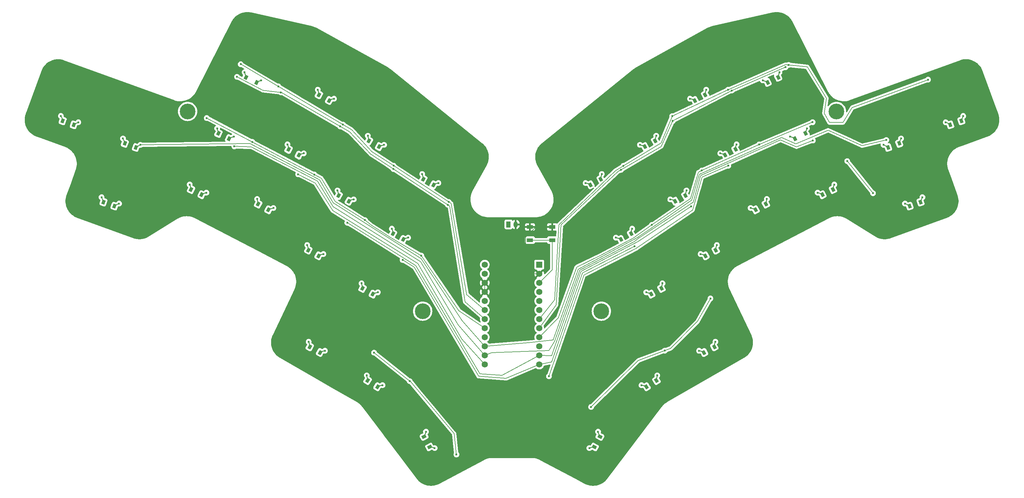
<source format=gbr>
%TF.GenerationSoftware,KiCad,Pcbnew,8.0.2-1*%
%TF.CreationDate,2024-06-17T15:58:38+09:00*%
%TF.ProjectId,tolkeeb_zero,746f6c6b-6565-4625-9f7a-65726f2e6b69,v1.0.0*%
%TF.SameCoordinates,Original*%
%TF.FileFunction,Copper,L1,Top*%
%TF.FilePolarity,Positive*%
%FSLAX46Y46*%
G04 Gerber Fmt 4.6, Leading zero omitted, Abs format (unit mm)*
G04 Created by KiCad (PCBNEW 8.0.2-1) date 2024-06-17 15:58:38*
%MOMM*%
%LPD*%
G01*
G04 APERTURE LIST*
G04 Aperture macros list*
%AMRotRect*
0 Rectangle, with rotation*
0 The origin of the aperture is its center*
0 $1 length*
0 $2 width*
0 $3 Rotation angle, in degrees counterclockwise*
0 Add horizontal line*
21,1,$1,$2,0,0,$3*%
G04 Aperture macros list end*
%TA.AperFunction,SMDPad,CuDef*%
%ADD10R,1.800000X1.100000*%
%TD*%
%TA.AperFunction,ComponentPad*%
%ADD11R,1.752600X1.752600*%
%TD*%
%TA.AperFunction,ComponentPad*%
%ADD12C,1.752600*%
%TD*%
%TA.AperFunction,ComponentPad*%
%ADD13C,0.700000*%
%TD*%
%TA.AperFunction,ComponentPad*%
%ADD14C,4.400000*%
%TD*%
%TA.AperFunction,SMDPad,CuDef*%
%ADD15RotRect,0.900000X1.200000X209.000000*%
%TD*%
%TA.AperFunction,ComponentPad*%
%ADD16C,0.600000*%
%TD*%
%TA.AperFunction,SMDPad,CuDef*%
%ADD17RotRect,0.250000X1.000000X164.000000*%
%TD*%
%TA.AperFunction,SMDPad,CuDef*%
%ADD18RotRect,0.250000X1.000000X254.000000*%
%TD*%
%TA.AperFunction,SMDPad,CuDef*%
%ADD19RotRect,0.900000X1.200000X148.000000*%
%TD*%
%TA.AperFunction,SMDPad,CuDef*%
%ADD20RotRect,0.250000X1.000000X103.000000*%
%TD*%
%TA.AperFunction,SMDPad,CuDef*%
%ADD21RotRect,0.250000X1.000000X193.000000*%
%TD*%
%TA.AperFunction,SMDPad,CuDef*%
%ADD22RotRect,0.900000X1.200000X151.000000*%
%TD*%
%TA.AperFunction,SMDPad,CuDef*%
%ADD23RotRect,0.250000X1.000000X106.000000*%
%TD*%
%TA.AperFunction,SMDPad,CuDef*%
%ADD24RotRect,0.250000X1.000000X196.000000*%
%TD*%
%TA.AperFunction,SMDPad,CuDef*%
%ADD25RotRect,0.900000X1.200000X118.000000*%
%TD*%
%TA.AperFunction,SMDPad,CuDef*%
%ADD26RotRect,0.250000X1.000000X73.000000*%
%TD*%
%TA.AperFunction,SMDPad,CuDef*%
%ADD27RotRect,0.250000X1.000000X163.000000*%
%TD*%
%TA.AperFunction,SMDPad,CuDef*%
%ADD28RotRect,0.900000X1.200000X160.000000*%
%TD*%
%TA.AperFunction,SMDPad,CuDef*%
%ADD29RotRect,0.250000X1.000000X115.000000*%
%TD*%
%TA.AperFunction,SMDPad,CuDef*%
%ADD30RotRect,0.250000X1.000000X205.000000*%
%TD*%
%TA.AperFunction,SMDPad,CuDef*%
%ADD31RotRect,0.900000X1.200000X206.000000*%
%TD*%
%TA.AperFunction,SMDPad,CuDef*%
%ADD32RotRect,0.250000X1.000000X161.000000*%
%TD*%
%TA.AperFunction,SMDPad,CuDef*%
%ADD33RotRect,0.250000X1.000000X251.000000*%
%TD*%
%TA.AperFunction,SMDPad,CuDef*%
%ADD34RotRect,0.900000X1.200000X212.000000*%
%TD*%
%TA.AperFunction,SMDPad,CuDef*%
%ADD35RotRect,0.250000X1.000000X167.000000*%
%TD*%
%TA.AperFunction,SMDPad,CuDef*%
%ADD36RotRect,0.250000X1.000000X257.000000*%
%TD*%
%TA.AperFunction,ComponentPad*%
%ADD37R,1.200000X1.700000*%
%TD*%
%TA.AperFunction,ComponentPad*%
%ADD38O,1.200000X1.700000*%
%TD*%
%TA.AperFunction,SMDPad,CuDef*%
%ADD39RotRect,0.900000X1.200000X242.000000*%
%TD*%
%TA.AperFunction,SMDPad,CuDef*%
%ADD40RotRect,0.250000X1.000000X197.000000*%
%TD*%
%TA.AperFunction,SMDPad,CuDef*%
%ADD41RotRect,0.250000X1.000000X287.000000*%
%TD*%
%TA.AperFunction,SMDPad,CuDef*%
%ADD42RotRect,0.900000X1.200000X154.000000*%
%TD*%
%TA.AperFunction,SMDPad,CuDef*%
%ADD43RotRect,0.250000X1.000000X109.000000*%
%TD*%
%TA.AperFunction,SMDPad,CuDef*%
%ADD44RotRect,0.250000X1.000000X199.000000*%
%TD*%
%TA.AperFunction,SMDPad,CuDef*%
%ADD45RotRect,0.900000X1.200000X200.000000*%
%TD*%
%TA.AperFunction,SMDPad,CuDef*%
%ADD46RotRect,0.250000X1.000000X155.000000*%
%TD*%
%TA.AperFunction,SMDPad,CuDef*%
%ADD47RotRect,0.250000X1.000000X245.000000*%
%TD*%
%TA.AperFunction,ViaPad*%
%ADD48C,0.600000*%
%TD*%
%TA.AperFunction,Conductor*%
%ADD49C,0.200000*%
%TD*%
G04 APERTURE END LIST*
D10*
%TO.P,B1,1*%
%TO.N,GND*%
X155427541Y-145446987D03*
X161627541Y-145446987D03*
%TO.P,B1,2*%
%TO.N,RST*%
X155427541Y-149146987D03*
X161627541Y-149146987D03*
%TD*%
D11*
%TO.P,MCU1,1*%
%TO.N,RAW*%
X158020003Y-156020003D03*
D12*
%TO.P,MCU1,2*%
%TO.N,GND*%
X158020003Y-158560003D03*
%TO.P,MCU1,3*%
%TO.N,RST*%
X158020004Y-161100003D03*
%TO.P,MCU1,4*%
%TO.N,VCC*%
X158020002Y-163640004D03*
%TO.P,MCU1,5*%
%TO.N,P21*%
X158020003Y-166180004D03*
%TO.P,MCU1,6*%
%TO.N,P20*%
X158020003Y-168720003D03*
%TO.P,MCU1,7*%
%TO.N,P19*%
X158020003Y-171260003D03*
%TO.P,MCU1,8*%
%TO.N,P18*%
X158020003Y-173800002D03*
%TO.P,MCU1,9*%
%TO.N,P15*%
X158020003Y-176340003D03*
%TO.P,MCU1,10*%
%TO.N,P14*%
X158020005Y-178880003D03*
%TO.P,MCU1,11*%
%TO.N,P16*%
X158020003Y-181420003D03*
%TO.P,MCU1,12*%
%TO.N,P10*%
X158020003Y-183960003D03*
%TO.P,MCU1,13*%
%TO.N,P1*%
X142780003Y-156020003D03*
%TO.P,MCU1,14*%
%TO.N,P0*%
X142780003Y-158560003D03*
%TO.P,MCU1,15*%
%TO.N,GND*%
X142780001Y-161100003D03*
%TO.P,MCU1,16*%
X142780003Y-163640003D03*
%TO.P,MCU1,17*%
%TO.N,P2*%
X142780003Y-166180004D03*
%TO.P,MCU1,18*%
%TO.N,P3*%
X142780003Y-168720003D03*
%TO.P,MCU1,19*%
%TO.N,P4*%
X142780003Y-171260003D03*
%TO.P,MCU1,20*%
%TO.N,P5*%
X142780003Y-173800002D03*
%TO.P,MCU1,21*%
%TO.N,P6*%
X142780004Y-176340002D03*
%TO.P,MCU1,22*%
%TO.N,P7*%
X142780002Y-178880003D03*
%TO.P,MCU1,23*%
%TO.N,P8*%
X142780003Y-181420003D03*
%TO.P,MCU1,24*%
%TO.N,P9*%
X142780003Y-183960003D03*
%TD*%
D13*
%TO.P,_3,1*%
%TO.N,N/C*%
X61138430Y-113730247D03*
X60237699Y-114615396D03*
X61149451Y-112467442D03*
X58974894Y-114604375D03*
D14*
X59619598Y-113085543D03*
D13*
X60264302Y-111566711D03*
X58089745Y-113703644D03*
X59001497Y-111555690D03*
X58100766Y-112440839D03*
%TD*%
D15*
%TO.P,D29,1*%
%TO.N,P10*%
X183719763Y-147356627D03*
%TO.P,D29,2*%
%TO.N,mirror_inner_home*%
X180833517Y-148956499D03*
D16*
%TO.P,D29,3*%
%TO.N,P10*%
X184017361Y-145933975D03*
D17*
%TO.P,D29,4*%
X183880927Y-146409777D03*
D16*
%TO.P,D29,6*%
%TO.N,mirror_inner_home*%
X179469338Y-148454986D03*
D18*
%TO.P,D29,7*%
X179945137Y-148591421D03*
%TD*%
D15*
%TO.P,D27,1*%
%TO.N,P16*%
X190446441Y-121332563D03*
%TO.P,D27,2*%
%TO.N,mirror_index_top*%
X187560195Y-122932435D03*
D16*
%TO.P,D27,3*%
%TO.N,P16*%
X190744039Y-119909911D03*
D17*
%TO.P,D27,4*%
X190607605Y-120385713D03*
D16*
%TO.P,D27,6*%
%TO.N,mirror_index_top*%
X186196016Y-122430922D03*
D18*
%TO.P,D27,7*%
X186671815Y-122567357D03*
%TD*%
D19*
%TO.P,D32,1*%
%TO.N,P16*%
X112781894Y-190224194D03*
%TO.P,D32,2*%
%TO.N,center_default*%
X109983336Y-188475458D03*
D16*
%TO.P,D32,3*%
%TO.N,P16*%
X114170451Y-189794762D03*
D20*
%TO.P,D32,4*%
X113688164Y-189906107D03*
D16*
%TO.P,D32,6*%
%TO.N,center_default*%
X109760602Y-187039182D03*
D21*
%TO.P,D32,7*%
X109871947Y-187521471D03*
%TD*%
D13*
%TO.P,_2,1*%
%TO.N,N/C*%
X173750001Y-169045849D03*
X174233274Y-170212575D03*
X174233275Y-167879122D03*
X175400001Y-167395849D03*
D14*
X175400001Y-169045849D03*
D13*
X175400001Y-170695849D03*
X176566727Y-170212576D03*
X176566728Y-167879123D03*
X177050001Y-169045849D03*
%TD*%
D22*
%TO.P,D31,1*%
%TO.N,P9*%
X96685811Y-180642620D03*
%TO.P,D31,2*%
%TO.N,inner_default*%
X93799565Y-179042748D03*
D16*
%TO.P,D31,3*%
%TO.N,P9*%
X98049990Y-180141107D03*
D23*
%TO.P,D31,4*%
X97574190Y-180277541D03*
D16*
%TO.P,D31,6*%
%TO.N,inner_default*%
X93501967Y-177620097D03*
D24*
%TO.P,D31,7*%
X93638401Y-178095898D03*
%TD*%
D25*
%TO.P,D33,1*%
%TO.N,P10*%
X127344284Y-207092793D03*
%TO.P,D33,2*%
%TO.N,outer_default*%
X125795028Y-204179069D03*
D16*
%TO.P,D33,3*%
%TO.N,P10*%
X128761524Y-207415176D03*
D26*
%TO.P,D33,4*%
X128288178Y-207270459D03*
D16*
%TO.P,D33,6*%
%TO.N,outer_default*%
X126320272Y-202823848D03*
D27*
%TO.P,D33,7*%
X126175554Y-203297193D03*
%TD*%
D28*
%TO.P,D1,1*%
%TO.N,P7*%
X27784780Y-116838246D03*
%TO.P,D1,2*%
%TO.N,pinky_extension_home*%
X24683794Y-115709580D03*
D16*
%TO.P,D1,3*%
%TO.N,P7*%
X29053710Y-116129503D03*
D29*
%TO.P,D1,4*%
X28605111Y-116338689D03*
D16*
%TO.P,D1,6*%
%TO.N,pinky_extension_home*%
X24167308Y-114350997D03*
D30*
%TO.P,D1,7*%
X24376494Y-114799598D03*
%TD*%
D31*
%TO.P,D19,1*%
%TO.N,P8*%
X240207094Y-134971045D03*
%TO.P,D19,2*%
%TO.N,mirror_ring_bottom*%
X237241072Y-136417667D03*
D16*
%TO.P,D19,3*%
%TO.N,P8*%
X240578739Y-133565918D03*
D32*
%TO.P,D19,4*%
X240417592Y-134033925D03*
D16*
%TO.P,D19,6*%
%TO.N,mirror_ring_bottom*%
X235905009Y-135845448D03*
D33*
%TO.P,D19,7*%
X236373018Y-136006596D03*
%TD*%
D13*
%TO.P,_4,1*%
%TO.N,N/C*%
X242699234Y-112440839D03*
X242710255Y-113703645D03*
X241798503Y-111555691D03*
X240535697Y-111566712D03*
D14*
X241180402Y-113085544D03*
D13*
X241825107Y-114604376D03*
X240562301Y-114615397D03*
X239650549Y-112467443D03*
X239661570Y-113730249D03*
%TD*%
D34*
%TO.P,D35,1*%
%TO.N,P16*%
X190816667Y-188475457D03*
%TO.P,D35,2*%
%TO.N,mirror_center_default*%
X188018109Y-190224193D03*
D16*
%TO.P,D35,3*%
%TO.N,P16*%
X191039402Y-187039182D03*
D35*
%TO.P,D35,4*%
X190928058Y-187521470D03*
D16*
%TO.P,D35,6*%
%TO.N,mirror_center_default*%
X186629551Y-189794761D03*
D36*
%TO.P,D35,7*%
X187111839Y-189906107D03*
%TD*%
D22*
%TO.P,D11,1*%
%TO.N,P16*%
X104755639Y-138238281D03*
%TO.P,D11,2*%
%TO.N,index_home*%
X101869393Y-136638409D03*
D16*
%TO.P,D11,3*%
%TO.N,P16*%
X106119818Y-137736768D03*
D23*
%TO.P,D11,4*%
X105644018Y-137873202D03*
D16*
%TO.P,D11,6*%
%TO.N,index_home*%
X101571795Y-135215758D03*
D24*
%TO.P,D11,7*%
X101708229Y-135691559D03*
%TD*%
D37*
%TO.P,JST1,1*%
%TO.N,RAW*%
X149400000Y-144740005D03*
D38*
%TO.P,JST1,2*%
%TO.N,GND*%
X151400002Y-144740003D03*
%TD*%
D39*
%TO.P,D36,1*%
%TO.N,P10*%
X175004975Y-204179068D03*
%TO.P,D36,2*%
%TO.N,mirror_outer_default*%
X173455719Y-207092796D03*
D16*
%TO.P,D36,3*%
%TO.N,P10*%
X174479730Y-202823850D03*
D40*
%TO.P,D36,4*%
X174624447Y-203297196D03*
D16*
%TO.P,D36,6*%
%TO.N,mirror_outer_default*%
X172038479Y-207415177D03*
D41*
%TO.P,D36,7*%
X172511825Y-207270461D03*
%TD*%
D42*
%TO.P,D5,1*%
%TO.N,P8*%
X71230428Y-120688770D03*
%TO.P,D5,2*%
%TO.N,ring_home*%
X68264406Y-119242148D03*
D16*
%TO.P,D5,3*%
%TO.N,P8*%
X72566490Y-120116553D03*
D43*
%TO.P,D5,4*%
X72098482Y-120277699D03*
D16*
%TO.P,D5,6*%
%TO.N,ring_home*%
X67892761Y-117837021D03*
D44*
%TO.P,D5,7*%
X68053911Y-118305027D03*
%TD*%
D22*
%TO.P,D12,1*%
%TO.N,P16*%
X113239810Y-122932434D03*
%TO.P,D12,2*%
%TO.N,index_top*%
X110353564Y-121332562D03*
D16*
%TO.P,D12,3*%
%TO.N,P16*%
X114603989Y-122430921D03*
D23*
%TO.P,D12,4*%
X114128189Y-122567355D03*
D16*
%TO.P,D12,6*%
%TO.N,index_top*%
X110055966Y-119909911D03*
D24*
%TO.P,D12,7*%
X110192400Y-120385712D03*
%TD*%
D45*
%TO.P,D16,1*%
%TO.N,P7*%
X276116208Y-115709575D03*
%TO.P,D16,2*%
%TO.N,mirror_pinky_extension_home*%
X273015220Y-116838243D03*
D16*
%TO.P,D16,3*%
%TO.N,P7*%
X276632693Y-114350995D03*
D46*
%TO.P,D16,4*%
X276423507Y-114799594D03*
D16*
%TO.P,D16,6*%
%TO.N,mirror_pinky_extension_home*%
X271746291Y-116129499D03*
D47*
%TO.P,D16,7*%
X272194890Y-116338684D03*
%TD*%
D15*
%TO.P,D30,1*%
%TO.N,P10*%
X175235595Y-132050782D03*
%TO.P,D30,2*%
%TO.N,mirror_inner_top*%
X172349349Y-133650654D03*
D16*
%TO.P,D30,3*%
%TO.N,P10*%
X175533193Y-130628130D03*
D17*
%TO.P,D30,4*%
X175396759Y-131103932D03*
D16*
%TO.P,D30,6*%
%TO.N,mirror_inner_top*%
X170985170Y-133149141D03*
D18*
%TO.P,D30,7*%
X171460969Y-133285576D03*
%TD*%
D15*
%TO.P,D23,1*%
%TO.N,P9*%
X212929429Y-123733641D03*
%TO.P,D23,2*%
%TO.N,mirror_middle_home*%
X210043183Y-125333513D03*
D16*
%TO.P,D23,3*%
%TO.N,P9*%
X213227027Y-122310989D03*
D17*
%TO.P,D23,4*%
X213090593Y-122786791D03*
D16*
%TO.P,D23,6*%
%TO.N,mirror_middle_home*%
X208679004Y-124832000D03*
D18*
%TO.P,D23,7*%
X209154803Y-124968435D03*
%TD*%
D28*
%TO.P,D2,1*%
%TO.N,P7*%
X39183740Y-139610235D03*
%TO.P,D2,2*%
%TO.N,pinky_bottom*%
X36082754Y-138481569D03*
D16*
%TO.P,D2,3*%
%TO.N,P7*%
X40452670Y-138901492D03*
D29*
%TO.P,D2,4*%
X40004071Y-139110678D03*
D16*
%TO.P,D2,6*%
%TO.N,pinky_bottom*%
X35566268Y-137122986D03*
D30*
%TO.P,D2,7*%
X35775454Y-137571587D03*
%TD*%
D15*
%TO.P,D25,1*%
%TO.N,P16*%
X207414776Y-151944253D03*
%TO.P,D25,2*%
%TO.N,mirror_index_bottom*%
X204528530Y-153544125D03*
D16*
%TO.P,D25,3*%
%TO.N,P16*%
X207712374Y-150521601D03*
D17*
%TO.P,D25,4*%
X207575940Y-150997403D03*
D16*
%TO.P,D25,6*%
%TO.N,mirror_index_bottom*%
X203164351Y-153042612D03*
D18*
%TO.P,D25,7*%
X203640150Y-153179047D03*
%TD*%
D45*
%TO.P,D17,1*%
%TO.N,P7*%
X264717249Y-138481571D03*
%TO.P,D17,2*%
%TO.N,mirror_pinky_bottom*%
X261616261Y-139610239D03*
D16*
%TO.P,D17,3*%
%TO.N,P7*%
X265233734Y-137122991D03*
D46*
%TO.P,D17,4*%
X265024548Y-137571590D03*
D16*
%TO.P,D17,6*%
%TO.N,mirror_pinky_bottom*%
X260347332Y-138901495D03*
D47*
%TO.P,D17,7*%
X260795931Y-139110680D03*
%TD*%
D22*
%TO.P,D13,1*%
%TO.N,P10*%
X111482318Y-164262342D03*
%TO.P,D13,2*%
%TO.N,inner_bottom*%
X108596072Y-162662470D03*
D16*
%TO.P,D13,3*%
%TO.N,P10*%
X112846497Y-163760829D03*
D23*
%TO.P,D13,4*%
X112370697Y-163897263D03*
D16*
%TO.P,D13,6*%
%TO.N,inner_bottom*%
X108298474Y-161239819D03*
D24*
%TO.P,D13,7*%
X108434908Y-161715620D03*
%TD*%
D22*
%TO.P,D7,1*%
%TO.N,P9*%
X82272651Y-140639356D03*
%TO.P,D7,2*%
%TO.N,middle_bottom*%
X79386405Y-139039484D03*
D16*
%TO.P,D7,3*%
%TO.N,P9*%
X83636830Y-140137843D03*
D23*
%TO.P,D7,4*%
X83161030Y-140274277D03*
D16*
%TO.P,D7,6*%
%TO.N,middle_bottom*%
X79088807Y-137616833D03*
D24*
%TO.P,D7,7*%
X79225241Y-138092634D03*
%TD*%
D31*
%TO.P,D21,1*%
%TO.N,P8*%
X224864101Y-103513252D03*
%TO.P,D21,2*%
%TO.N,mirror_ring_top*%
X221898079Y-104959874D03*
D16*
%TO.P,D21,3*%
%TO.N,P8*%
X225235746Y-102108125D03*
D32*
%TO.P,D21,4*%
X225074599Y-102576132D03*
D16*
%TO.P,D21,6*%
%TO.N,mirror_ring_top*%
X220562016Y-104387655D03*
D33*
%TO.P,D21,7*%
X221030025Y-104548803D03*
%TD*%
D22*
%TO.P,D15,1*%
%TO.N,P10*%
X128450653Y-133650654D03*
%TO.P,D15,2*%
%TO.N,inner_top*%
X125564407Y-132050782D03*
D16*
%TO.P,D15,3*%
%TO.N,P10*%
X129814832Y-133149141D03*
D23*
%TO.P,D15,4*%
X129339032Y-133285575D03*
D16*
%TO.P,D15,6*%
%TO.N,inner_top*%
X125266809Y-130628131D03*
D24*
%TO.P,D15,7*%
X125403243Y-131103932D03*
%TD*%
D15*
%TO.P,D22,1*%
%TO.N,P9*%
X221413598Y-139039488D03*
%TO.P,D22,2*%
%TO.N,mirror_middle_bottom*%
X218527352Y-140639360D03*
D16*
%TO.P,D22,3*%
%TO.N,P9*%
X221711196Y-137616836D03*
D17*
%TO.P,D22,4*%
X221574762Y-138092638D03*
D16*
%TO.P,D22,6*%
%TO.N,mirror_middle_bottom*%
X217163173Y-140137847D03*
D18*
%TO.P,D22,7*%
X217638972Y-140274282D03*
%TD*%
D15*
%TO.P,D24,1*%
%TO.N,P9*%
X204445261Y-108427796D03*
%TO.P,D24,2*%
%TO.N,mirror_middle_top*%
X201559015Y-110027668D03*
D16*
%TO.P,D24,3*%
%TO.N,P9*%
X204742859Y-107005144D03*
D17*
%TO.P,D24,4*%
X204606425Y-107480946D03*
D16*
%TO.P,D24,6*%
%TO.N,mirror_middle_top*%
X200194836Y-109526155D03*
D18*
%TO.P,D24,7*%
X200670635Y-109662590D03*
%TD*%
D15*
%TO.P,D34,1*%
%TO.N,P9*%
X207000437Y-179042746D03*
%TO.P,D34,2*%
%TO.N,mirror_inner_default*%
X204114191Y-180642618D03*
D16*
%TO.P,D34,3*%
%TO.N,P9*%
X207298035Y-177620094D03*
D17*
%TO.P,D34,4*%
X207161601Y-178095896D03*
D16*
%TO.P,D34,6*%
%TO.N,mirror_inner_default*%
X202750012Y-180141105D03*
D18*
%TO.P,D34,7*%
X203225811Y-180277540D03*
%TD*%
D45*
%TO.P,D18,1*%
%TO.N,P7*%
X258731897Y-122036949D03*
%TO.P,D18,2*%
%TO.N,mirror_pinky_home*%
X255630909Y-123165617D03*
D16*
%TO.P,D18,3*%
%TO.N,P7*%
X259248382Y-120678369D03*
D46*
%TO.P,D18,4*%
X259039196Y-121126968D03*
D16*
%TO.P,D18,6*%
%TO.N,mirror_pinky_home*%
X254361980Y-122456873D03*
D47*
%TO.P,D18,7*%
X254810579Y-122666058D03*
%TD*%
D42*
%TO.P,D4,1*%
%TO.N,P8*%
X63558931Y-136417665D03*
%TO.P,D4,2*%
%TO.N,ring_bottom*%
X60592909Y-134971043D03*
D16*
%TO.P,D4,3*%
%TO.N,P8*%
X64894993Y-135845448D03*
D43*
%TO.P,D4,4*%
X64426985Y-136006594D03*
D16*
%TO.P,D4,6*%
%TO.N,ring_bottom*%
X60221264Y-133565916D03*
D44*
%TO.P,D4,7*%
X60382414Y-134033922D03*
%TD*%
D22*
%TO.P,D8,1*%
%TO.N,P9*%
X90756819Y-125333515D03*
%TO.P,D8,2*%
%TO.N,middle_home*%
X87870573Y-123733643D03*
D16*
%TO.P,D8,3*%
%TO.N,P9*%
X92120998Y-124832002D03*
D23*
%TO.P,D8,4*%
X91645198Y-124968436D03*
D16*
%TO.P,D8,6*%
%TO.N,middle_home*%
X87572975Y-122310992D03*
D24*
%TO.P,D8,7*%
X87709409Y-122786793D03*
%TD*%
D22*
%TO.P,D9,1*%
%TO.N,P9*%
X99240986Y-110027669D03*
%TO.P,D9,2*%
%TO.N,middle_top*%
X96354740Y-108427797D03*
D16*
%TO.P,D9,3*%
%TO.N,P9*%
X100605165Y-109526156D03*
D23*
%TO.P,D9,4*%
X100129365Y-109662590D03*
D16*
%TO.P,D9,6*%
%TO.N,middle_top*%
X96057142Y-107005146D03*
D24*
%TO.P,D9,7*%
X96193576Y-107480947D03*
%TD*%
D15*
%TO.P,D26,1*%
%TO.N,P16*%
X198930610Y-136638408D03*
%TO.P,D26,2*%
%TO.N,mirror_index_home*%
X196044364Y-138238280D03*
D16*
%TO.P,D26,3*%
%TO.N,P16*%
X199228208Y-135215756D03*
D17*
%TO.P,D26,4*%
X199091774Y-135691558D03*
D16*
%TO.P,D26,6*%
%TO.N,mirror_index_home*%
X194680185Y-137736767D03*
D18*
%TO.P,D26,7*%
X195155984Y-137873202D03*
%TD*%
D22*
%TO.P,D10,1*%
%TO.N,P16*%
X96271471Y-153544127D03*
%TO.P,D10,2*%
%TO.N,index_bottom*%
X93385225Y-151944255D03*
D16*
%TO.P,D10,3*%
%TO.N,P16*%
X97635650Y-153042614D03*
D23*
%TO.P,D10,4*%
X97159850Y-153179048D03*
D16*
%TO.P,D10,6*%
%TO.N,index_bottom*%
X93087627Y-150521604D03*
D24*
%TO.P,D10,7*%
X93224061Y-150997405D03*
%TD*%
D15*
%TO.P,D28,1*%
%TO.N,P10*%
X192203932Y-162662472D03*
%TO.P,D28,2*%
%TO.N,mirror_inner_bottom*%
X189317686Y-164262344D03*
D16*
%TO.P,D28,3*%
%TO.N,P10*%
X192501530Y-161239820D03*
D17*
%TO.P,D28,4*%
X192365096Y-161715622D03*
D16*
%TO.P,D28,6*%
%TO.N,mirror_inner_bottom*%
X187953507Y-163760831D03*
D18*
%TO.P,D28,7*%
X188429306Y-163897266D03*
%TD*%
D42*
%TO.P,D6,1*%
%TO.N,P8*%
X78901922Y-104959874D03*
%TO.P,D6,2*%
%TO.N,ring_top*%
X75935900Y-103513252D03*
D16*
%TO.P,D6,3*%
%TO.N,P8*%
X80237984Y-104387657D03*
D43*
%TO.P,D6,4*%
X79769976Y-104548803D03*
D16*
%TO.P,D6,6*%
%TO.N,ring_top*%
X75564255Y-102108125D03*
D44*
%TO.P,D6,7*%
X75725405Y-102576131D03*
%TD*%
D31*
%TO.P,D20,1*%
%TO.N,P8*%
X232535597Y-119242147D03*
%TO.P,D20,2*%
%TO.N,mirror_ring_home*%
X229569575Y-120688769D03*
D16*
%TO.P,D20,3*%
%TO.N,P8*%
X232907242Y-117837020D03*
D32*
%TO.P,D20,4*%
X232746095Y-118305027D03*
D16*
%TO.P,D20,6*%
%TO.N,mirror_ring_home*%
X228233512Y-120116550D03*
D33*
%TO.P,D20,7*%
X228701521Y-120277698D03*
%TD*%
D28*
%TO.P,D3,1*%
%TO.N,P7*%
X45169094Y-123165617D03*
%TO.P,D3,2*%
%TO.N,pinky_home*%
X42068108Y-122036951D03*
D16*
%TO.P,D3,3*%
%TO.N,P7*%
X46438024Y-122456874D03*
D29*
%TO.P,D3,4*%
X45989425Y-122666060D03*
D16*
%TO.P,D3,6*%
%TO.N,pinky_home*%
X41551622Y-120678368D03*
D30*
%TO.P,D3,7*%
X41760808Y-121126969D03*
%TD*%
D22*
%TO.P,D14,1*%
%TO.N,P10*%
X119966484Y-148956497D03*
%TO.P,D14,2*%
%TO.N,inner_home*%
X117080238Y-147356625D03*
D16*
%TO.P,D14,3*%
%TO.N,P10*%
X121330663Y-148454984D03*
D23*
%TO.P,D14,4*%
X120854863Y-148591418D03*
D16*
%TO.P,D14,6*%
%TO.N,inner_home*%
X116782640Y-145933974D03*
D24*
%TO.P,D14,7*%
X116919074Y-146409775D03*
%TD*%
D13*
%TO.P,_1,1*%
%TO.N,N/C*%
X123750000Y-169045849D03*
X124233273Y-170212575D03*
X124233274Y-167879122D03*
X125400000Y-167395849D03*
D14*
X125400000Y-169045849D03*
D13*
X125400000Y-170695849D03*
X126566726Y-170212576D03*
X126566727Y-167879123D03*
X127050000Y-169045849D03*
%TD*%
D48*
%TO.N,P15*%
X234505185Y-116094815D03*
%TO.N,P8*%
X234564697Y-121235303D03*
%TO.N,P15*%
X244200000Y-127000000D03*
X251400000Y-136000000D03*
%TO.N,P3*%
X132684992Y-138442702D03*
X85003076Y-106066166D03*
X117267784Y-128303039D03*
X103087283Y-116757363D03*
X74497011Y-99855090D03*
%TO.N,P5*%
X125035579Y-153480207D03*
X109275679Y-143546244D03*
X77741586Y-121641438D03*
X95094128Y-130764865D03*
X64992780Y-114938511D03*
%TO.N,P4*%
X73451392Y-103391569D03*
X85736036Y-107752936D03*
X132464723Y-139252611D03*
X117215094Y-129223161D03*
X102338325Y-117283454D03*
%TO.N,P19*%
X195234438Y-114403884D03*
X210840316Y-107009762D03*
X181564434Y-128333880D03*
%TO.N,P15*%
X189521291Y-144890737D03*
X203489280Y-129658726D03*
X219564063Y-122333509D03*
%TO.N,P18*%
X180885436Y-129454882D03*
X211875957Y-107245403D03*
X195377541Y-115746987D03*
X226927541Y-100696987D03*
%TO.N,P6*%
X121780165Y-188642977D03*
X111793721Y-180669416D03*
X134840418Y-209222696D03*
%TO.N,P14*%
X205927541Y-165496987D03*
X172527541Y-195896987D03*
X193127541Y-180101431D03*
%TO.N,P7*%
X255127541Y-121096987D03*
%TO.N,P8*%
X72712359Y-122876275D03*
%TO.N,P9*%
X210927541Y-128296987D03*
X90552639Y-130707267D03*
%TO.N,P16*%
X200527541Y-139696987D03*
X104299555Y-144272749D03*
%TO.N,P10*%
X119791786Y-154689598D03*
X184727541Y-150896987D03*
%TO.N,P9*%
X160727541Y-187296987D03*
%TO.N,P19*%
X266800000Y-104200000D03*
X227800000Y-100054452D03*
%TD*%
D49*
%TO.N,P15*%
X184375313Y-148553992D02*
X175200000Y-153400000D01*
X189521291Y-144890737D02*
X184375313Y-148553992D01*
X175200000Y-153400000D02*
X168527541Y-156696987D01*
%TO.N,P18*%
X211875957Y-107245403D02*
X195377541Y-115746987D01*
%TO.N,P19*%
X195234438Y-114403884D02*
X210840316Y-107009762D01*
%TO.N,P15*%
X219564063Y-122333509D02*
X234505185Y-116094815D01*
%TO.N,P8*%
X225527541Y-121096987D02*
X230000000Y-123000000D01*
X230000000Y-123000000D02*
X234564697Y-121235303D01*
%TO.N,P7*%
X225800000Y-120400000D02*
X229839542Y-122160459D01*
X202763305Y-130707619D02*
X225800000Y-120400000D01*
X248327541Y-122696987D02*
X238840120Y-118359880D01*
X229839542Y-122160459D02*
X238840120Y-118359880D01*
%TO.N,P15*%
X251400000Y-136000000D02*
X244200000Y-127000000D01*
%TO.N,GND*%
X154227541Y-154767541D02*
X158020003Y-158560003D01*
X154227541Y-148296987D02*
X154227541Y-154767541D01*
X157077541Y-145446987D02*
X154227541Y-148296987D01*
%TO.N,RST*%
X155427541Y-149146987D02*
X161627541Y-149146987D01*
%TO.N,GND*%
X142780001Y-161100003D02*
X142780001Y-163640001D01*
X142780001Y-163640001D02*
X142780003Y-163640003D01*
X158020003Y-158560003D02*
X145320001Y-158560003D01*
X145320001Y-158560003D02*
X142780001Y-161100003D01*
%TO.N,P3*%
X117267784Y-128303039D02*
X132684992Y-138442702D01*
X137730990Y-164404791D02*
X142780003Y-168720002D01*
X105498512Y-118182855D02*
X111234964Y-124335343D01*
X85003076Y-106066166D02*
X103087283Y-116757363D01*
X132684992Y-138442702D02*
X133355306Y-138883558D01*
X111234964Y-124335343D02*
X117267784Y-128303039D01*
X103087283Y-116757363D02*
X105498512Y-118182855D01*
X74497011Y-99855090D02*
X85003076Y-106066166D01*
X133355306Y-138883558D02*
X137730990Y-164404791D01*
%TO.N,P5*%
X64992780Y-114938511D02*
X77741586Y-121641438D01*
X135481866Y-168874852D02*
X142780003Y-173800003D01*
X97041862Y-131788923D02*
X100972075Y-138312221D01*
X100972075Y-138312221D02*
X109275679Y-143546244D01*
X125035579Y-153480207D02*
X135481866Y-168874852D01*
X77741586Y-121641438D02*
X95094128Y-130764865D01*
X95094128Y-130764865D02*
X97041862Y-131788923D01*
%TO.N,P4*%
X104935740Y-118785590D02*
X110847116Y-125035040D01*
X132464723Y-139252611D02*
X132967458Y-139583253D01*
X85736036Y-107752936D02*
X85888031Y-107769930D01*
X80720236Y-107192083D02*
X85736036Y-107752936D01*
X73451392Y-103391569D02*
X80720236Y-107192083D01*
X110847116Y-125035040D02*
X117215094Y-129223161D01*
X117215094Y-129223161D02*
X132464723Y-139252611D01*
X85888031Y-107769930D02*
X102338325Y-117283454D01*
X102338325Y-117283454D02*
X104935740Y-118785590D01*
X132967458Y-139583253D02*
X137286142Y-166444917D01*
X137286142Y-166444917D02*
X142780003Y-171260002D01*
%TO.N,P19*%
X179327541Y-129696987D02*
X163527541Y-144896987D01*
X181564434Y-128333880D02*
X179327541Y-129696987D01*
X162327541Y-165896987D02*
X158020003Y-171260003D01*
X195234438Y-114403884D02*
X192127541Y-121896987D01*
X192127541Y-121896987D02*
X181564434Y-128333880D01*
X163527541Y-144896987D02*
X162327541Y-165896987D01*
%TO.N,P15*%
X168527541Y-156696987D02*
X163327541Y-170896987D01*
X163327541Y-170896987D02*
X158020003Y-176340003D01*
X200327541Y-137496987D02*
X189521291Y-144890737D01*
X202527541Y-130096987D02*
X200327541Y-137496987D01*
X203489280Y-129658726D02*
X202527541Y-130096987D01*
X219564063Y-122333509D02*
X203489280Y-129658726D01*
%TO.N,P18*%
X164127541Y-144896987D02*
X162727541Y-167296987D01*
X226927541Y-100696987D02*
X211875957Y-107245403D01*
X192127541Y-122896987D02*
X180885436Y-129454882D01*
X195377541Y-115746987D02*
X192127541Y-122896987D01*
X180885436Y-129454882D02*
X180127541Y-129896987D01*
X180127541Y-129896987D02*
X164127541Y-144896987D01*
X162727541Y-167296987D02*
X158020003Y-173800002D01*
%TO.N,P6*%
X121780165Y-188642977D02*
X122097195Y-188896106D01*
X134193798Y-203376169D02*
X134840418Y-209222696D01*
X122097195Y-188896106D02*
X134193798Y-203376169D01*
X111793721Y-180669416D02*
X121780165Y-188642977D01*
%TO.N,P14*%
X172527541Y-195896987D02*
X185727541Y-182896987D01*
X185727541Y-182896987D02*
X193127541Y-180101431D01*
X202327541Y-171896987D02*
X205927541Y-165496987D01*
X194727541Y-179496987D02*
X202327541Y-171896987D01*
X193127541Y-180101431D02*
X194727541Y-179496987D01*
%TO.N,P7*%
X202763305Y-130707619D02*
X200727541Y-137896987D01*
X46438025Y-122456874D02*
X77043534Y-122075693D01*
X124997579Y-154373826D02*
X136436410Y-171690673D01*
X77043534Y-122075693D02*
X96576052Y-132216733D01*
X136436410Y-171690673D02*
X142780001Y-178880002D01*
X185327541Y-148496987D02*
X168927541Y-157296987D01*
X255127541Y-121096987D02*
X248327541Y-122696987D01*
X100331342Y-138643069D02*
X124997579Y-154373826D01*
X168927541Y-157296987D02*
X161927541Y-177096987D01*
X189527541Y-145696987D02*
X185327541Y-148496987D01*
X96576052Y-132216733D02*
X100331342Y-138643069D01*
X200727541Y-137896987D02*
X189527541Y-145696987D01*
%TO.N,P8*%
X72712359Y-122876275D02*
X77452343Y-122988312D01*
X124784656Y-155170483D02*
X135310867Y-172896139D01*
X95935319Y-132547581D02*
X100371304Y-139808575D01*
X77452343Y-122988312D02*
X95935319Y-132547581D01*
X169343920Y-157527511D02*
X162327541Y-177496987D01*
X100371304Y-139808575D02*
X124784656Y-155170483D01*
X185734037Y-148706730D02*
X184727541Y-149496987D01*
X184727541Y-149496987D02*
X169343920Y-157527511D01*
X225527541Y-121096987D02*
X203127541Y-131096987D01*
X135310867Y-172896139D02*
X142780002Y-181420003D01*
X203127541Y-131096987D02*
X201127541Y-138496987D01*
X201127541Y-138496987D02*
X185734037Y-148706730D01*
%TO.N,P9*%
X124046961Y-155676255D02*
X136305373Y-176877465D01*
X200927541Y-140696987D02*
X185127541Y-151496987D01*
X210927541Y-128296987D02*
X203527541Y-131496987D01*
X170527541Y-158896987D02*
X160727541Y-187296987D01*
X136305373Y-176877465D02*
X142780003Y-183960003D01*
X100236342Y-140877119D02*
X124046961Y-155676255D01*
X90552639Y-130707267D02*
X95372547Y-133150315D01*
X95372547Y-133150315D02*
X100236342Y-140877119D01*
X203527541Y-131496987D02*
X200927541Y-140696987D01*
X185127541Y-151496987D02*
X170527541Y-158896987D01*
%TO.N,P16*%
X200527541Y-139696987D02*
X185727541Y-149496987D01*
X104299555Y-144272749D02*
X123484188Y-156278990D01*
X169727541Y-157896987D02*
X161527541Y-181496987D01*
X185727541Y-149496987D02*
X169727541Y-157896987D01*
X123484188Y-156278990D02*
X141443017Y-186585432D01*
X161527541Y-181496987D02*
X158020003Y-181420003D01*
%TO.N,P10*%
X170127541Y-158296987D02*
X161527541Y-183296987D01*
X123018379Y-156706800D02*
X141055169Y-187285129D01*
X161527541Y-183296987D02*
X158020003Y-183960003D01*
X184727541Y-150896987D02*
X170127541Y-158296987D01*
X119791786Y-154689598D02*
X123018379Y-156706800D01*
%TO.N,RST*%
X161627541Y-157492466D02*
X158020004Y-161100003D01*
X161627541Y-149146987D02*
X161627541Y-157492466D01*
%TO.N,GND*%
X157600000Y-145446987D02*
X157077541Y-145446987D01*
X155427541Y-145446987D02*
X157600000Y-145446987D01*
X161627541Y-145446987D02*
X157600000Y-145446987D01*
%TO.N,P8*%
X162327541Y-177496987D02*
X160727541Y-180096987D01*
%TO.N,P10*%
X141055169Y-187285129D02*
X148728898Y-187880012D01*
X148728898Y-187880012D02*
X158020002Y-183960003D01*
%TO.N,P16*%
X147601393Y-187026356D02*
X158020002Y-181420002D01*
X141443017Y-186585432D02*
X147601393Y-187026356D01*
%TO.N,P8*%
X144727541Y-180696987D02*
X142780003Y-181420003D01*
X160727541Y-180096987D02*
X144727541Y-180696987D01*
%TO.N,P7*%
X161927541Y-177096987D02*
X154927541Y-177896987D01*
X154927541Y-177896987D02*
X142780002Y-178880003D01*
%TO.N,P19*%
X226967067Y-99967067D02*
X210840316Y-107009762D01*
X237800000Y-113600000D02*
X238400000Y-109400000D01*
X243000000Y-116200000D02*
X239200000Y-116200000D01*
X239200000Y-116200000D02*
X237800000Y-113600000D01*
X238400000Y-109400000D02*
X233000000Y-100600000D01*
X266800000Y-104200000D02*
X245600000Y-112000000D01*
X245600000Y-112000000D02*
X243000000Y-116200000D01*
X227800000Y-100054452D02*
X226967067Y-99967067D01*
X233000000Y-100600000D02*
X227800000Y-100054452D01*
%TO.N,P5*%
X116250414Y-148320949D02*
X125035579Y-153480207D01*
X109275679Y-143546244D02*
X111012455Y-144980470D01*
X111012455Y-144980470D02*
X116250414Y-148320949D01*
%TD*%
%TA.AperFunction,Conductor*%
%TO.N,GND*%
G36*
X224875135Y-85265626D02*
G01*
X224885993Y-85266574D01*
X225312248Y-85322824D01*
X225322984Y-85324724D01*
X225742646Y-85418287D01*
X225753173Y-85421126D01*
X226162879Y-85551247D01*
X226162945Y-85551268D01*
X226173205Y-85555032D01*
X226569920Y-85720742D01*
X226579793Y-85725387D01*
X226960341Y-85925363D01*
X226960387Y-85925387D01*
X226969827Y-85930892D01*
X227331315Y-86163612D01*
X227340234Y-86169926D01*
X227679841Y-86433578D01*
X227688170Y-86440654D01*
X228003239Y-86733177D01*
X228010912Y-86740958D01*
X228299003Y-87060086D01*
X228305961Y-87068512D01*
X228564842Y-87411773D01*
X228571031Y-87420780D01*
X228799028Y-87786050D01*
X228803785Y-87794371D01*
X228903213Y-87985030D01*
X228903829Y-87986226D01*
X238812617Y-107500494D01*
X238917484Y-107701414D01*
X238917487Y-107701419D01*
X239158402Y-108085297D01*
X239158404Y-108085300D01*
X239188193Y-108124398D01*
X239433070Y-108445797D01*
X239536333Y-108558501D01*
X239739220Y-108779939D01*
X239739238Y-108779958D01*
X240074393Y-109085038D01*
X240195423Y-109176632D01*
X240435780Y-109358532D01*
X240435784Y-109358535D01*
X240624230Y-109475948D01*
X240820442Y-109598200D01*
X241225214Y-109802069D01*
X241646775Y-109968468D01*
X241646777Y-109968468D01*
X241646778Y-109968469D01*
X241824762Y-110020675D01*
X242081667Y-110096030D01*
X242081668Y-110096030D01*
X242081671Y-110096031D01*
X242526295Y-110183706D01*
X242526304Y-110183707D01*
X242526318Y-110183710D01*
X242977080Y-110230788D01*
X243371721Y-110236089D01*
X243430243Y-110236876D01*
X243430244Y-110236875D01*
X243430253Y-110236876D01*
X243882117Y-110201926D01*
X244286039Y-110133495D01*
X244328958Y-110126224D01*
X244328959Y-110126223D01*
X244328963Y-110126223D01*
X244767124Y-110010389D01*
X244980921Y-109935237D01*
X275668455Y-98765888D01*
X275669684Y-98765450D01*
X275870468Y-98694846D01*
X275879492Y-98692053D01*
X276291260Y-98581731D01*
X276301780Y-98579399D01*
X276720929Y-98505501D01*
X276731626Y-98504093D01*
X277155582Y-98467010D01*
X277166383Y-98466539D01*
X277591982Y-98466544D01*
X277602748Y-98467015D01*
X278026739Y-98504114D01*
X278037423Y-98505521D01*
X278456555Y-98579430D01*
X278467098Y-98581767D01*
X278878190Y-98691921D01*
X278888484Y-98695167D01*
X279288406Y-98840728D01*
X279298394Y-98844866D01*
X279684107Y-99024727D01*
X279693675Y-99029708D01*
X280062250Y-99242503D01*
X280071361Y-99248307D01*
X280362572Y-99452212D01*
X280419974Y-99492405D01*
X280428556Y-99498990D01*
X280754568Y-99772542D01*
X280762543Y-99779850D01*
X281063468Y-100080767D01*
X281070776Y-100088742D01*
X281202383Y-100245581D01*
X281344335Y-100414747D01*
X281350909Y-100423313D01*
X281595026Y-100771934D01*
X281600831Y-100781046D01*
X281813628Y-101149603D01*
X281818621Y-101159194D01*
X281998778Y-101545517D01*
X282002444Y-101554233D01*
X282077390Y-101753347D01*
X282077861Y-101754617D01*
X285536324Y-111256664D01*
X286433334Y-113721179D01*
X286438104Y-113734283D01*
X286438560Y-113735557D01*
X286509224Y-113936500D01*
X286512021Y-113945545D01*
X286622336Y-114357266D01*
X286624677Y-114367826D01*
X286698575Y-114786936D01*
X286699987Y-114797661D01*
X286737076Y-115221615D01*
X286737548Y-115232422D01*
X286737548Y-115658001D01*
X286737076Y-115668809D01*
X286699984Y-116092764D01*
X286698572Y-116103488D01*
X286624673Y-116522594D01*
X286622332Y-116533155D01*
X286512185Y-116944233D01*
X286508932Y-116954550D01*
X286363382Y-117354454D01*
X286359242Y-117364448D01*
X286179385Y-117750159D01*
X286174391Y-117759754D01*
X285961608Y-118128314D01*
X285955796Y-118137437D01*
X285711701Y-118486050D01*
X285705116Y-118494632D01*
X285431569Y-118820641D01*
X285424261Y-118828617D01*
X285123330Y-119129558D01*
X285115354Y-119136866D01*
X284789353Y-119410423D01*
X284780776Y-119417004D01*
X284446989Y-119650735D01*
X284432174Y-119661109D01*
X284423051Y-119666921D01*
X284054490Y-119879721D01*
X284044895Y-119884716D01*
X283658601Y-120064859D01*
X283649835Y-120068545D01*
X283450669Y-120143432D01*
X283449438Y-120143887D01*
X276282011Y-122752617D01*
X275462655Y-123050838D01*
X275258399Y-123127639D01*
X275075453Y-123212946D01*
X274862867Y-123312074D01*
X274484932Y-123530271D01*
X274127444Y-123780583D01*
X273793145Y-124061088D01*
X273793136Y-124061096D01*
X273484538Y-124369689D01*
X273204028Y-124703985D01*
X273204021Y-124703993D01*
X273158653Y-124768785D01*
X272953705Y-125061479D01*
X272953702Y-125061483D01*
X272953700Y-125061487D01*
X272735502Y-125439413D01*
X272735494Y-125439429D01*
X272551065Y-125834935D01*
X272551064Y-125834938D01*
X272412867Y-126214630D01*
X272401801Y-126245032D01*
X272357599Y-126409996D01*
X272288849Y-126666570D01*
X272288848Y-126666577D01*
X272213067Y-127096349D01*
X272175032Y-127531096D01*
X272175032Y-127967512D01*
X272213069Y-128402263D01*
X272288851Y-128832034D01*
X272288852Y-128832041D01*
X272401808Y-129253594D01*
X272456605Y-129409180D01*
X272474293Y-129459404D01*
X273221679Y-131512832D01*
X275039144Y-136506279D01*
X275039585Y-136507512D01*
X275110327Y-136708455D01*
X275113138Y-136717536D01*
X275223464Y-137129239D01*
X275225806Y-137139800D01*
X275299719Y-137558924D01*
X275301131Y-137569649D01*
X275338232Y-137993612D01*
X275338704Y-138004420D01*
X275338711Y-138430006D01*
X275338239Y-138440814D01*
X275301153Y-138864778D01*
X275299741Y-138875503D01*
X275225846Y-139294619D01*
X275223505Y-139305181D01*
X275113358Y-139716269D01*
X275110105Y-139726585D01*
X274964551Y-140126503D01*
X274960411Y-140136498D01*
X274780553Y-140522211D01*
X274775560Y-140531801D01*
X274708962Y-140647155D01*
X274562771Y-140900368D01*
X274556959Y-140909491D01*
X274312851Y-141258114D01*
X274306265Y-141266697D01*
X274032703Y-141592714D01*
X274025395Y-141600689D01*
X273724464Y-141901619D01*
X273716488Y-141908928D01*
X273390467Y-142182488D01*
X273381885Y-142189073D01*
X273033270Y-142433172D01*
X273024146Y-142438985D01*
X272655570Y-142651777D01*
X272645974Y-142656772D01*
X272259679Y-142836898D01*
X272250886Y-142840593D01*
X272051729Y-142915416D01*
X272050529Y-142915860D01*
X256429911Y-148601300D01*
X256428611Y-148601765D01*
X256220760Y-148674806D01*
X256211373Y-148677693D01*
X255784815Y-148790575D01*
X255773872Y-148792947D01*
X255339584Y-148866770D01*
X255328472Y-148868147D01*
X254889263Y-148902496D01*
X254878072Y-148902864D01*
X254437566Y-148897453D01*
X254426388Y-148896810D01*
X253988164Y-148851685D01*
X253977089Y-148850036D01*
X253544729Y-148765566D01*
X253533848Y-148762925D01*
X253110875Y-148639799D01*
X253100276Y-148636188D01*
X252690106Y-148475399D01*
X252679881Y-148470848D01*
X252285277Y-148273408D01*
X252276710Y-148268689D01*
X252263112Y-148260482D01*
X252088028Y-148154815D01*
X252086938Y-148154148D01*
X248495117Y-145930807D01*
X244068214Y-143190549D01*
X243883750Y-143079023D01*
X243499104Y-142884556D01*
X243499106Y-142884556D01*
X243099145Y-142723920D01*
X243099137Y-142723917D01*
X242686852Y-142598312D01*
X242265275Y-142508660D01*
X241837543Y-142455630D01*
X241837530Y-142455629D01*
X241406845Y-142439616D01*
X241406824Y-142439617D01*
X240976339Y-142460737D01*
X240549274Y-142518837D01*
X240549256Y-142518840D01*
X240128784Y-142613484D01*
X240128769Y-142613488D01*
X239718012Y-142743973D01*
X239717995Y-142743979D01*
X239319981Y-142909343D01*
X239319977Y-142909345D01*
X239127795Y-143006890D01*
X213483810Y-156356303D01*
X213284798Y-156462725D01*
X213228457Y-156498857D01*
X212949848Y-156677532D01*
X212904849Y-156706390D01*
X212548439Y-156983281D01*
X212218432Y-157291170D01*
X212218431Y-157291171D01*
X212106329Y-157416486D01*
X211917514Y-157627555D01*
X211917504Y-157627566D01*
X211917503Y-157627567D01*
X211648130Y-157989699D01*
X211412491Y-158374633D01*
X211412486Y-158374642D01*
X211212498Y-158779250D01*
X211049789Y-159200240D01*
X211049785Y-159200252D01*
X210925686Y-159634175D01*
X210925685Y-159634177D01*
X210841195Y-160077542D01*
X210797009Y-160526716D01*
X210793484Y-160978038D01*
X210815115Y-161239815D01*
X210830652Y-161427852D01*
X210851682Y-161548418D01*
X210908207Y-161872475D01*
X211025519Y-162308298D01*
X211181638Y-162731786D01*
X211181647Y-162731806D01*
X211276149Y-162936639D01*
X211276167Y-162936677D01*
X211276183Y-162936711D01*
X212962247Y-166486194D01*
X217327272Y-175675397D01*
X217327837Y-175676605D01*
X217417569Y-175870872D01*
X217421235Y-175879685D01*
X217570554Y-176281601D01*
X217573893Y-176291958D01*
X217687223Y-176704779D01*
X217689640Y-176715389D01*
X217766342Y-177136561D01*
X217767821Y-177147342D01*
X217807301Y-177573612D01*
X217807828Y-177584481D01*
X217809785Y-178012570D01*
X217809357Y-178023444D01*
X217773773Y-178450060D01*
X217772393Y-178460854D01*
X217699546Y-178882691D01*
X217697226Y-178893323D01*
X217587671Y-179307172D01*
X217584427Y-179317559D01*
X217439014Y-179720196D01*
X217434872Y-179730259D01*
X217254719Y-180118596D01*
X217249711Y-180128257D01*
X217036203Y-180499309D01*
X217030367Y-180508493D01*
X216785151Y-180859396D01*
X216778532Y-180868034D01*
X216503490Y-181196092D01*
X216496140Y-181204116D01*
X216193410Y-181506784D01*
X216185384Y-181514133D01*
X215857265Y-181789109D01*
X215848626Y-181795726D01*
X215497133Y-182041245D01*
X215489102Y-182046407D01*
X215304675Y-182155138D01*
X215303524Y-182155808D01*
X193833736Y-194504882D01*
X193618395Y-194632251D01*
X193618389Y-194632255D01*
X193211684Y-194923848D01*
X193211670Y-194923859D01*
X192836142Y-195254619D01*
X192495524Y-195621261D01*
X192495520Y-195621265D01*
X192341945Y-195818859D01*
X177051285Y-215992822D01*
X177050460Y-215993899D01*
X176918672Y-216163880D01*
X176912517Y-216171215D01*
X176623127Y-216490229D01*
X176615433Y-216497994D01*
X176299558Y-216789833D01*
X176291210Y-216796890D01*
X175950872Y-217059768D01*
X175941934Y-217066062D01*
X175579770Y-217297943D01*
X175570314Y-217303426D01*
X175189116Y-217502521D01*
X175179213Y-217507149D01*
X174781987Y-217671888D01*
X174771715Y-217675627D01*
X174361501Y-217804750D01*
X174350939Y-217807569D01*
X173930962Y-217900060D01*
X173920194Y-217901938D01*
X173493706Y-217957083D01*
X173482814Y-217958006D01*
X173053106Y-217975377D01*
X173042174Y-217975336D01*
X172612639Y-217954797D01*
X172601754Y-217953795D01*
X172175662Y-217895502D01*
X172164908Y-217893544D01*
X171745627Y-217797958D01*
X171735087Y-217795061D01*
X171325847Y-217662919D01*
X171315603Y-217659105D01*
X170918950Y-217491162D01*
X170910300Y-217487099D01*
X170719313Y-217388230D01*
X170718113Y-217387600D01*
X170555048Y-217300897D01*
X168096943Y-215993899D01*
X158285033Y-210776812D01*
X158284980Y-210776784D01*
X158284960Y-210776774D01*
X158067781Y-210664650D01*
X157736612Y-210528153D01*
X157615872Y-210478388D01*
X157615870Y-210478387D01*
X157491134Y-210440726D01*
X157147939Y-210337109D01*
X157147931Y-210337107D01*
X157147923Y-210337105D01*
X156668472Y-210242168D01*
X156668465Y-210242166D01*
X156668456Y-210242165D01*
X156668453Y-210242164D01*
X156668449Y-210242164D01*
X156182001Y-210194460D01*
X156181982Y-210194459D01*
X155947797Y-210191634D01*
X155937600Y-210191511D01*
X155937597Y-210191511D01*
X144862406Y-210191511D01*
X144618007Y-210194465D01*
X144131557Y-210242156D01*
X144131549Y-210242157D01*
X144131544Y-210242158D01*
X143652060Y-210337096D01*
X143184141Y-210478371D01*
X143184116Y-210478380D01*
X142732219Y-210664645D01*
X142514968Y-210776809D01*
X130081934Y-217387574D01*
X130080734Y-217388204D01*
X129889710Y-217487110D01*
X129881044Y-217491181D01*
X129484414Y-217659118D01*
X129474169Y-217662933D01*
X129064923Y-217795081D01*
X129054383Y-217797978D01*
X128635100Y-217893568D01*
X128624345Y-217895526D01*
X128198255Y-217953819D01*
X128187370Y-217954821D01*
X127757832Y-217975362D01*
X127746900Y-217975403D01*
X127317192Y-217958032D01*
X127306300Y-217957109D01*
X126879813Y-217901964D01*
X126869045Y-217900086D01*
X126449062Y-217807593D01*
X126438500Y-217804774D01*
X126028288Y-217675650D01*
X126018016Y-217671911D01*
X125996368Y-217662933D01*
X125922466Y-217632283D01*
X125620779Y-217507164D01*
X125610876Y-217502535D01*
X125229702Y-217303449D01*
X125220245Y-217297967D01*
X124858067Y-217066073D01*
X124849129Y-217059778D01*
X124849116Y-217059768D01*
X124508787Y-216796890D01*
X124500442Y-216789836D01*
X124184575Y-216497997D01*
X124176881Y-216490232D01*
X123887490Y-216171209D01*
X123881339Y-216163879D01*
X123749539Y-215993897D01*
X123748711Y-215992816D01*
X119569104Y-210478388D01*
X116911118Y-206971533D01*
X126097636Y-206971533D01*
X126116535Y-207114204D01*
X126116536Y-207114205D01*
X126116537Y-207114209D01*
X126133239Y-207155834D01*
X126138864Y-207169854D01*
X126138867Y-207169860D01*
X126606335Y-208049038D01*
X126639980Y-208098665D01*
X126639981Y-208098666D01*
X126747697Y-208194118D01*
X126877941Y-208255354D01*
X126877943Y-208255354D01*
X126877944Y-208255355D01*
X126933058Y-208263904D01*
X127020162Y-208277418D01*
X127120977Y-208264063D01*
X127162833Y-208258520D01*
X127162834Y-208258519D01*
X127162837Y-208258519D01*
X127218479Y-208236193D01*
X127935802Y-207854783D01*
X128004233Y-207840691D01*
X128030265Y-207845686D01*
X128055857Y-207853510D01*
X128114211Y-207891934D01*
X128124592Y-207906113D01*
X128131708Y-207917438D01*
X128259262Y-208044992D01*
X128412002Y-208140965D01*
X128563902Y-208194117D01*
X128582269Y-208200544D01*
X128582274Y-208200545D01*
X128761520Y-208220741D01*
X128761524Y-208220741D01*
X128761528Y-208220741D01*
X128940773Y-208200545D01*
X128940776Y-208200544D01*
X128940779Y-208200544D01*
X129111046Y-208140965D01*
X129263786Y-208044992D01*
X129391340Y-207917438D01*
X129487313Y-207764698D01*
X129546892Y-207594431D01*
X129567089Y-207415176D01*
X129546892Y-207235921D01*
X129487313Y-207065654D01*
X129391340Y-206912914D01*
X129263786Y-206785360D01*
X129111047Y-206689387D01*
X128940778Y-206629807D01*
X128940773Y-206629806D01*
X128761528Y-206609611D01*
X128761520Y-206609611D01*
X128582271Y-206629807D01*
X128503966Y-206657207D01*
X128434187Y-206660768D01*
X128426756Y-206658746D01*
X128396025Y-206649350D01*
X128337671Y-206610924D01*
X128322797Y-206588986D01*
X128082230Y-206136545D01*
X128048587Y-206086920D01*
X127940871Y-205991468D01*
X127810627Y-205930232D01*
X127810625Y-205930231D01*
X127810624Y-205930231D01*
X127810623Y-205930230D01*
X127668405Y-205908167D01*
X127525734Y-205927065D01*
X127470085Y-205949394D01*
X127470079Y-205949397D01*
X126326017Y-206557707D01*
X126276390Y-206591352D01*
X126180938Y-206699067D01*
X126119700Y-206829314D01*
X126097636Y-206971533D01*
X116911118Y-206971533D01*
X114702689Y-204057809D01*
X124548380Y-204057809D01*
X124567279Y-204200480D01*
X124567280Y-204200481D01*
X124567281Y-204200485D01*
X124583983Y-204242110D01*
X124589608Y-204256130D01*
X124589611Y-204256136D01*
X125057079Y-205135314D01*
X125090724Y-205184941D01*
X125090725Y-205184942D01*
X125198441Y-205280394D01*
X125328685Y-205341630D01*
X125328687Y-205341630D01*
X125328688Y-205341631D01*
X125383802Y-205350180D01*
X125470906Y-205363694D01*
X125571721Y-205350339D01*
X125613577Y-205344796D01*
X125613578Y-205344795D01*
X125613581Y-205344795D01*
X125669223Y-205322469D01*
X126065564Y-205111729D01*
X126813294Y-204714154D01*
X126813301Y-204714149D01*
X126862922Y-204680509D01*
X126958374Y-204572794D01*
X127019611Y-204442549D01*
X127041675Y-204300328D01*
X127028449Y-204200484D01*
X127022776Y-204157657D01*
X127022775Y-204157656D01*
X127022775Y-204157653D01*
X127000449Y-204102011D01*
X126759878Y-203649565D01*
X126745786Y-203581134D01*
X126750779Y-203555108D01*
X126758605Y-203529510D01*
X126797030Y-203471159D01*
X126811206Y-203460781D01*
X126822534Y-203453664D01*
X126950088Y-203326110D01*
X127046061Y-203173370D01*
X127105640Y-203003103D01*
X127105640Y-203003100D01*
X127105641Y-203003097D01*
X127125837Y-202823851D01*
X127125837Y-202823844D01*
X127105641Y-202644598D01*
X127105640Y-202644593D01*
X127046061Y-202474326D01*
X126950088Y-202321586D01*
X126822534Y-202194032D01*
X126669795Y-202098059D01*
X126499526Y-202038479D01*
X126499521Y-202038478D01*
X126320276Y-202018283D01*
X126320268Y-202018283D01*
X126141022Y-202038478D01*
X126141017Y-202038479D01*
X125970748Y-202098059D01*
X125818009Y-202194032D01*
X125690456Y-202321585D01*
X125594483Y-202474324D01*
X125534903Y-202644593D01*
X125534902Y-202644598D01*
X125514707Y-202823844D01*
X125514707Y-202823851D01*
X125534903Y-203003100D01*
X125562302Y-203081403D01*
X125565863Y-203151182D01*
X125563842Y-203158611D01*
X125554445Y-203189347D01*
X125516020Y-203247702D01*
X125494078Y-203262578D01*
X124776761Y-203643983D01*
X124727134Y-203677628D01*
X124631682Y-203785343D01*
X124570444Y-203915590D01*
X124548380Y-204057809D01*
X114702689Y-204057809D01*
X114302275Y-203529516D01*
X108458964Y-195820054D01*
X108458500Y-195819426D01*
X108304467Y-195621265D01*
X107963855Y-195254637D01*
X107787359Y-195099177D01*
X107588315Y-194923856D01*
X107347566Y-194751233D01*
X107181624Y-194632247D01*
X107181619Y-194632244D01*
X106966231Y-194504859D01*
X99942442Y-190464891D01*
X111577545Y-190464891D01*
X111588961Y-190600327D01*
X111589634Y-190608304D01*
X111641636Y-190742505D01*
X111729342Y-190856615D01*
X111729345Y-190856618D01*
X111767645Y-190886687D01*
X111776498Y-190893638D01*
X112620938Y-191421302D01*
X112674886Y-191447457D01*
X112815896Y-191476263D01*
X112959310Y-191464173D01*
X113093509Y-191412171D01*
X113207620Y-191324466D01*
X113244643Y-191277310D01*
X113675162Y-190588332D01*
X113727380Y-190541913D01*
X113752417Y-190533224D01*
X113780548Y-190526730D01*
X113849393Y-190530511D01*
X113991196Y-190580130D01*
X113991201Y-190580131D01*
X114170447Y-190600327D01*
X114170451Y-190600327D01*
X114170455Y-190600327D01*
X114349700Y-190580131D01*
X114349703Y-190580130D01*
X114349706Y-190580130D01*
X114519973Y-190520551D01*
X114672713Y-190424578D01*
X114800267Y-190297024D01*
X114896240Y-190144284D01*
X114955819Y-189974017D01*
X114976016Y-189794762D01*
X114976015Y-189794757D01*
X114955820Y-189615512D01*
X114955819Y-189615507D01*
X114925396Y-189528563D01*
X114896240Y-189445240D01*
X114800267Y-189292500D01*
X114672713Y-189164946D01*
X114641350Y-189145239D01*
X114519974Y-189068973D01*
X114349705Y-189009393D01*
X114349700Y-189009392D01*
X114170455Y-188989197D01*
X114170447Y-188989197D01*
X113991201Y-189009392D01*
X113991196Y-189009393D01*
X113820927Y-189068973D01*
X113668190Y-189164945D01*
X113558349Y-189274786D01*
X113498564Y-189307925D01*
X113471009Y-189314287D01*
X113401259Y-189310189D01*
X113377403Y-189298624D01*
X112942847Y-189027084D01*
X112942841Y-189027081D01*
X112888905Y-189000932D01*
X112888903Y-189000931D01*
X112888902Y-189000931D01*
X112747892Y-188972125D01*
X112747891Y-188972125D01*
X112604479Y-188984214D01*
X112604478Y-188984215D01*
X112470277Y-189036217D01*
X112356172Y-189123917D01*
X112356163Y-189123927D01*
X112319152Y-189171068D01*
X112319142Y-189171082D01*
X111632508Y-190269926D01*
X111632503Y-190269935D01*
X111606351Y-190323880D01*
X111606351Y-190323881D01*
X111606351Y-190323882D01*
X111577545Y-190464891D01*
X99942442Y-190464891D01*
X96902133Y-188716155D01*
X108778987Y-188716155D01*
X108786565Y-188806060D01*
X108791076Y-188859568D01*
X108843078Y-188993769D01*
X108930784Y-189107879D01*
X108930787Y-189107882D01*
X108951218Y-189123922D01*
X108977940Y-189144902D01*
X109822380Y-189672566D01*
X109876328Y-189698721D01*
X110017338Y-189727527D01*
X110160752Y-189715437D01*
X110294951Y-189663435D01*
X110409062Y-189575730D01*
X110446085Y-189528574D01*
X111132725Y-188429719D01*
X111158879Y-188375770D01*
X111187685Y-188234761D01*
X111175596Y-188091347D01*
X111123594Y-187957148D01*
X111123593Y-187957147D01*
X111123593Y-187957146D01*
X111047087Y-187857608D01*
X111035888Y-187843037D01*
X111035887Y-187843036D01*
X111035884Y-187843033D01*
X110988741Y-187806021D01*
X110988740Y-187806020D01*
X110988732Y-187806014D01*
X110554175Y-187534473D01*
X110507754Y-187482254D01*
X110499063Y-187457208D01*
X110492571Y-187429087D01*
X110496352Y-187360239D01*
X110545968Y-187218444D01*
X110545971Y-187218431D01*
X110566167Y-187039185D01*
X110566167Y-187039178D01*
X110545971Y-186859932D01*
X110545970Y-186859927D01*
X110486390Y-186689658D01*
X110429740Y-186599500D01*
X110390418Y-186536920D01*
X110262864Y-186409366D01*
X110244579Y-186397877D01*
X110110125Y-186313393D01*
X109939856Y-186253813D01*
X109939851Y-186253812D01*
X109760606Y-186233617D01*
X109760598Y-186233617D01*
X109581352Y-186253812D01*
X109581347Y-186253813D01*
X109411078Y-186313393D01*
X109258339Y-186409366D01*
X109130786Y-186536919D01*
X109034813Y-186689658D01*
X108975233Y-186859927D01*
X108975232Y-186859932D01*
X108955037Y-187039178D01*
X108955037Y-187039185D01*
X108975232Y-187218431D01*
X108975233Y-187218436D01*
X109034813Y-187388705D01*
X109037111Y-187392362D01*
X109130786Y-187541444D01*
X109204945Y-187615603D01*
X109240626Y-187651284D01*
X109273765Y-187711068D01*
X109280126Y-187738617D01*
X109276029Y-187808366D01*
X109264463Y-187832224D01*
X108833950Y-188521190D01*
X108833945Y-188521199D01*
X108807793Y-188575144D01*
X108807793Y-188575145D01*
X108807793Y-188575146D01*
X108778987Y-188716155D01*
X96902133Y-188716155D01*
X96488055Y-188477984D01*
X85496554Y-182155852D01*
X85495396Y-182155178D01*
X85419133Y-182110209D01*
X85310905Y-182046391D01*
X85302896Y-182041243D01*
X84951388Y-181795686D01*
X84942770Y-181789085D01*
X84753303Y-181630291D01*
X84614666Y-181514098D01*
X84606641Y-181506749D01*
X84364037Y-181264179D01*
X84303912Y-181204062D01*
X84296575Y-181196052D01*
X84086961Y-180946018D01*
X95495708Y-180946018D01*
X95515287Y-181088603D01*
X95574241Y-181219895D01*
X95574242Y-181219896D01*
X95667800Y-181329260D01*
X95716828Y-181363765D01*
X96526656Y-181812659D01*
X96587727Y-181846511D01*
X96587733Y-181846514D01*
X96616844Y-181858789D01*
X96642971Y-181869807D01*
X96642972Y-181869807D01*
X96642973Y-181869808D01*
X96701550Y-181878609D01*
X96785295Y-181891193D01*
X96927879Y-181871615D01*
X97059172Y-181812660D01*
X97168537Y-181719103D01*
X97203042Y-181670074D01*
X97596910Y-180959513D01*
X97646628Y-180910423D01*
X97671170Y-180900438D01*
X97702053Y-180891583D01*
X97771917Y-180892027D01*
X97777170Y-180893735D01*
X97870735Y-180926475D01*
X97870741Y-180926475D01*
X97870743Y-180926476D01*
X98049986Y-180946672D01*
X98049990Y-180946672D01*
X98049994Y-180946672D01*
X98229239Y-180926476D01*
X98229242Y-180926475D01*
X98229245Y-180926475D01*
X98399512Y-180866896D01*
X98552252Y-180770923D01*
X98653763Y-180669412D01*
X110988156Y-180669412D01*
X110988156Y-180669419D01*
X111008351Y-180848665D01*
X111008352Y-180848670D01*
X111067932Y-181018939D01*
X111111704Y-181088601D01*
X111163905Y-181171678D01*
X111291459Y-181299232D01*
X111339414Y-181329364D01*
X111411724Y-181374800D01*
X111444199Y-181395205D01*
X111515068Y-181420003D01*
X111614466Y-181454784D01*
X111614471Y-181454785D01*
X111793718Y-181474981D01*
X111796801Y-181474981D01*
X111798720Y-181475544D01*
X111800641Y-181475761D01*
X111800603Y-181476097D01*
X111863840Y-181494666D01*
X111874171Y-181502080D01*
X120950346Y-188748848D01*
X120990453Y-188806060D01*
X120993867Y-188818155D01*
X120994796Y-188822230D01*
X120994797Y-188822232D01*
X121007862Y-188859569D01*
X121054375Y-188992498D01*
X121126874Y-189107879D01*
X121150349Y-189145239D01*
X121277903Y-189272793D01*
X121430643Y-189368766D01*
X121600910Y-189428345D01*
X121600915Y-189428346D01*
X121674065Y-189436587D01*
X121726413Y-189442485D01*
X121790826Y-189469551D01*
X121807691Y-189486204D01*
X123424267Y-191421303D01*
X133592870Y-203593482D01*
X133620743Y-203657551D01*
X133620955Y-203659350D01*
X134180426Y-208717905D01*
X134168231Y-208786702D01*
X134162173Y-208797507D01*
X134114626Y-208873178D01*
X134055051Y-209043433D01*
X134055048Y-209043446D01*
X134034853Y-209222692D01*
X134034853Y-209222699D01*
X134055048Y-209401945D01*
X134055049Y-209401950D01*
X134114629Y-209572219D01*
X134210602Y-209724958D01*
X134338156Y-209852512D01*
X134490896Y-209948485D01*
X134661163Y-210008064D01*
X134661168Y-210008065D01*
X134840414Y-210028261D01*
X134840418Y-210028261D01*
X134840422Y-210028261D01*
X135019667Y-210008065D01*
X135019670Y-210008064D01*
X135019673Y-210008064D01*
X135189940Y-209948485D01*
X135342680Y-209852512D01*
X135470234Y-209724958D01*
X135566207Y-209572218D01*
X135625786Y-209401951D01*
X135645983Y-209222696D01*
X135625786Y-209043441D01*
X135566207Y-208873174D01*
X135470234Y-208720434D01*
X135409712Y-208659912D01*
X135376227Y-208598589D01*
X135374145Y-208585862D01*
X135340031Y-208277418D01*
X135244668Y-207415173D01*
X171232914Y-207415173D01*
X171232914Y-207415180D01*
X171253109Y-207594426D01*
X171253110Y-207594431D01*
X171312690Y-207764700D01*
X171376979Y-207867014D01*
X171408663Y-207917439D01*
X171536217Y-208044993D01*
X171621635Y-208098665D01*
X171688953Y-208140964D01*
X171688957Y-208140966D01*
X171840854Y-208194117D01*
X171859224Y-208200545D01*
X171859229Y-208200546D01*
X172038475Y-208220742D01*
X172038479Y-208220742D01*
X172038483Y-208220742D01*
X172217728Y-208200546D01*
X172217731Y-208200545D01*
X172217734Y-208200545D01*
X172388001Y-208140966D01*
X172540741Y-208044993D01*
X172668295Y-207917439D01*
X172675404Y-207906123D01*
X172727735Y-207859833D01*
X172744141Y-207853513D01*
X172769730Y-207845689D01*
X172839596Y-207844914D01*
X172864198Y-207854786D01*
X173581524Y-208236194D01*
X173637166Y-208258522D01*
X173637169Y-208258522D01*
X173637171Y-208258523D01*
X173677145Y-208263817D01*
X173779841Y-208277421D01*
X173886892Y-208260813D01*
X173922058Y-208255358D01*
X173922058Y-208255357D01*
X173922062Y-208255357D01*
X174052306Y-208194121D01*
X174160022Y-208098669D01*
X174193666Y-208049045D01*
X174661139Y-207169854D01*
X174683466Y-207114212D01*
X174702366Y-206971537D01*
X174702365Y-206971533D01*
X174680302Y-206829317D01*
X174680301Y-206829314D01*
X174619065Y-206699071D01*
X174619062Y-206699068D01*
X174619062Y-206699067D01*
X174523614Y-206591357D01*
X174523613Y-206591356D01*
X174520113Y-206588983D01*
X174473990Y-206557712D01*
X173329914Y-205949398D01*
X173329904Y-205949394D01*
X173311755Y-205942111D01*
X173274272Y-205927070D01*
X173274270Y-205927069D01*
X173274266Y-205927068D01*
X173131596Y-205908170D01*
X172989379Y-205930233D01*
X172989378Y-205930234D01*
X172859131Y-205991471D01*
X172751417Y-206086921D01*
X172751416Y-206086922D01*
X172717773Y-206136544D01*
X172717772Y-206136546D01*
X172477205Y-206588986D01*
X172428352Y-206638937D01*
X172403976Y-206649352D01*
X172373248Y-206658747D01*
X172303383Y-206659524D01*
X172296038Y-206657208D01*
X172217731Y-206629808D01*
X172038483Y-206609612D01*
X172038475Y-206609612D01*
X171859229Y-206629807D01*
X171859224Y-206629808D01*
X171688955Y-206689388D01*
X171536216Y-206785361D01*
X171408663Y-206912914D01*
X171312690Y-207065653D01*
X171253110Y-207235922D01*
X171253109Y-207235927D01*
X171232914Y-207415173D01*
X135244668Y-207415173D01*
X134798632Y-203382264D01*
X134798377Y-203357563D01*
X134798960Y-203351067D01*
X134789262Y-203295365D01*
X134788181Y-203287768D01*
X134781968Y-203231579D01*
X134781967Y-203231577D01*
X134781967Y-203231575D01*
X134779604Y-203225519D01*
X134772958Y-203201707D01*
X134771842Y-203195295D01*
X134771842Y-203195294D01*
X134748058Y-203143999D01*
X134745042Y-203136923D01*
X134724506Y-203084281D01*
X134724505Y-203084280D01*
X134724504Y-203084276D01*
X134720646Y-203079027D01*
X134708071Y-203057758D01*
X134705332Y-203051849D01*
X134669097Y-203008475D01*
X134664339Y-203002405D01*
X134630874Y-202956867D01*
X134630875Y-202956867D01*
X134630873Y-202956865D01*
X134625784Y-202952790D01*
X134608144Y-202935511D01*
X134514859Y-202823846D01*
X173674165Y-202823846D01*
X173674165Y-202823853D01*
X173694360Y-203003099D01*
X173694361Y-203003104D01*
X173753941Y-203173373D01*
X173828215Y-203291579D01*
X173849914Y-203326112D01*
X173977468Y-203453666D01*
X173988784Y-203460776D01*
X174035075Y-203513111D01*
X174041394Y-203529516D01*
X174049216Y-203555101D01*
X174049992Y-203624967D01*
X174040120Y-203649569D01*
X173799557Y-204102004D01*
X173777227Y-204157654D01*
X173758327Y-204300327D01*
X173780391Y-204442546D01*
X173780392Y-204442548D01*
X173841629Y-204572793D01*
X173841630Y-204572794D01*
X173841631Y-204572796D01*
X173937079Y-204680506D01*
X173937081Y-204680508D01*
X173986704Y-204714152D01*
X175130780Y-205322466D01*
X175186422Y-205344794D01*
X175186425Y-205344794D01*
X175186427Y-205344795D01*
X175226401Y-205350089D01*
X175329097Y-205363693D01*
X175436148Y-205347085D01*
X175471314Y-205341630D01*
X175471314Y-205341629D01*
X175471318Y-205341629D01*
X175601562Y-205280393D01*
X175709278Y-205184941D01*
X175742922Y-205135317D01*
X176210395Y-204256126D01*
X176232722Y-204200484D01*
X176251622Y-204057809D01*
X176229558Y-203915588D01*
X176168321Y-203785343D01*
X176168318Y-203785340D01*
X176168318Y-203785339D01*
X176072870Y-203677629D01*
X176072869Y-203677628D01*
X176023246Y-203643984D01*
X176023232Y-203643977D01*
X176023225Y-203643972D01*
X175305921Y-203262575D01*
X175255970Y-203213722D01*
X175245554Y-203189347D01*
X175236158Y-203158617D01*
X175235380Y-203088752D01*
X175237682Y-203081451D01*
X175265098Y-203003105D01*
X175270308Y-202956865D01*
X175285295Y-202823853D01*
X175285295Y-202823846D01*
X175265099Y-202644600D01*
X175265098Y-202644595D01*
X175205518Y-202474326D01*
X175109545Y-202321587D01*
X174981992Y-202194034D01*
X174829253Y-202098061D01*
X174658984Y-202038481D01*
X174658979Y-202038480D01*
X174479734Y-202018285D01*
X174479726Y-202018285D01*
X174300480Y-202038480D01*
X174300475Y-202038481D01*
X174130206Y-202098061D01*
X173977467Y-202194034D01*
X173849914Y-202321587D01*
X173753941Y-202474326D01*
X173694361Y-202644595D01*
X173694360Y-202644600D01*
X173674165Y-202823846D01*
X134514859Y-202823846D01*
X128728177Y-195896983D01*
X171721976Y-195896983D01*
X171721976Y-195896990D01*
X171742171Y-196076236D01*
X171742172Y-196076241D01*
X171801752Y-196246510D01*
X171897725Y-196399249D01*
X172025279Y-196526803D01*
X172178019Y-196622776D01*
X172348286Y-196682355D01*
X172348291Y-196682356D01*
X172527537Y-196702552D01*
X172527541Y-196702552D01*
X172527545Y-196702552D01*
X172706790Y-196682356D01*
X172706793Y-196682355D01*
X172706796Y-196682355D01*
X172877063Y-196622776D01*
X173029803Y-196526803D01*
X173157357Y-196399249D01*
X173253330Y-196246509D01*
X173312909Y-196076242D01*
X173321919Y-195996268D01*
X173348983Y-195931860D01*
X173358119Y-195921817D01*
X179579442Y-189794757D01*
X185823986Y-189794757D01*
X185823986Y-189794764D01*
X185844181Y-189974010D01*
X185844182Y-189974015D01*
X185903762Y-190144284D01*
X185982713Y-190269933D01*
X185999735Y-190297023D01*
X186127289Y-190424577D01*
X186127291Y-190424578D01*
X186276371Y-190518252D01*
X186280029Y-190520550D01*
X186341081Y-190541913D01*
X186450296Y-190580129D01*
X186450301Y-190580130D01*
X186629547Y-190600326D01*
X186629551Y-190600326D01*
X186629555Y-190600326D01*
X186808800Y-190580130D01*
X186808803Y-190580129D01*
X186808806Y-190580129D01*
X186808807Y-190580128D01*
X186808810Y-190580128D01*
X186858801Y-190562634D01*
X186950606Y-190530510D01*
X187019451Y-190526730D01*
X187047580Y-190533224D01*
X187108471Y-190567485D01*
X187124841Y-190588335D01*
X187555354Y-191277299D01*
X187555358Y-191277305D01*
X187555360Y-191277307D01*
X187592383Y-191324465D01*
X187706494Y-191412170D01*
X187840693Y-191464172D01*
X187984107Y-191476262D01*
X188125117Y-191447456D01*
X188179065Y-191421302D01*
X189023504Y-190893637D01*
X189070661Y-190856614D01*
X189158367Y-190742503D01*
X189210369Y-190608304D01*
X189222458Y-190464890D01*
X189193652Y-190323881D01*
X189167499Y-190269932D01*
X188870581Y-189794765D01*
X188480863Y-189171086D01*
X188460308Y-189144904D01*
X188443835Y-189123921D01*
X188329724Y-189036216D01*
X188195525Y-188984214D01*
X188195523Y-188984213D01*
X188052111Y-188972124D01*
X187911101Y-189000930D01*
X187911100Y-189000930D01*
X187857147Y-189027087D01*
X187422597Y-189298623D01*
X187355313Y-189317455D01*
X187328997Y-189314288D01*
X187307417Y-189309306D01*
X187301444Y-189307927D01*
X187241654Y-189274786D01*
X187131813Y-189164945D01*
X186979074Y-189068972D01*
X186808805Y-189009392D01*
X186808800Y-189009391D01*
X186629555Y-188989196D01*
X186629547Y-188989196D01*
X186450301Y-189009391D01*
X186450296Y-189009392D01*
X186280027Y-189068972D01*
X186127288Y-189164945D01*
X185999735Y-189292498D01*
X185903762Y-189445237D01*
X185844182Y-189615506D01*
X185844181Y-189615511D01*
X185823986Y-189794757D01*
X179579442Y-189794757D01*
X181163439Y-188234760D01*
X189612318Y-188234760D01*
X189641124Y-188375769D01*
X189641125Y-188375771D01*
X189667275Y-188429714D01*
X189667280Y-188429723D01*
X190353912Y-189528563D01*
X190353916Y-189528569D01*
X190353918Y-189528571D01*
X190390941Y-189575729D01*
X190505052Y-189663434D01*
X190639251Y-189715436D01*
X190782665Y-189727526D01*
X190923675Y-189698720D01*
X190977623Y-189672566D01*
X191822062Y-189144901D01*
X191869219Y-189107878D01*
X191956925Y-188993767D01*
X192008927Y-188859568D01*
X192021016Y-188716154D01*
X191992210Y-188575145D01*
X191966057Y-188521196D01*
X191535539Y-187832224D01*
X191516708Y-187764943D01*
X191519875Y-187738632D01*
X191526238Y-187711068D01*
X191559375Y-187651286D01*
X191669218Y-187541444D01*
X191765191Y-187388704D01*
X191824770Y-187218437D01*
X191844967Y-187039182D01*
X191834918Y-186949995D01*
X191824771Y-186859932D01*
X191824770Y-186859927D01*
X191765190Y-186689658D01*
X191708540Y-186599500D01*
X191669218Y-186536920D01*
X191541664Y-186409366D01*
X191523379Y-186397877D01*
X191388925Y-186313393D01*
X191218656Y-186253813D01*
X191218651Y-186253812D01*
X191039406Y-186233617D01*
X191039398Y-186233617D01*
X190860152Y-186253812D01*
X190860147Y-186253813D01*
X190689878Y-186313393D01*
X190537139Y-186409366D01*
X190409586Y-186536919D01*
X190313613Y-186689658D01*
X190254033Y-186859927D01*
X190254032Y-186859932D01*
X190233837Y-187039178D01*
X190233837Y-187039185D01*
X190254032Y-187218431D01*
X190254034Y-187218439D01*
X190303652Y-187360239D01*
X190307433Y-187429084D01*
X190300942Y-187457203D01*
X190266683Y-187518097D01*
X190245829Y-187534470D01*
X190023821Y-187673197D01*
X189811272Y-187806013D01*
X189811271Y-187806014D01*
X189811259Y-187806022D01*
X189764119Y-187843032D01*
X189764108Y-187843043D01*
X189676409Y-187957145D01*
X189627891Y-188082355D01*
X189624407Y-188091346D01*
X189612318Y-188234760D01*
X181163439Y-188234760D01*
X186039810Y-183432274D01*
X186082991Y-183404626D01*
X192802023Y-180866324D01*
X192871692Y-180861048D01*
X192886790Y-180865280D01*
X192948286Y-180886799D01*
X192948290Y-180886799D01*
X192948292Y-180886800D01*
X192948289Y-180886800D01*
X193127537Y-180906996D01*
X193127541Y-180906996D01*
X193127545Y-180906996D01*
X193306790Y-180886800D01*
X193306793Y-180886799D01*
X193306796Y-180886799D01*
X193477063Y-180827220D01*
X193629803Y-180731247D01*
X193757357Y-180603693D01*
X193816145Y-180510129D01*
X193868477Y-180463840D01*
X193877308Y-180460106D01*
X194721735Y-180141101D01*
X201944447Y-180141101D01*
X201944447Y-180141108D01*
X201964642Y-180320354D01*
X201964643Y-180320359D01*
X202024223Y-180490628D01*
X202112723Y-180631474D01*
X202120196Y-180643367D01*
X202247750Y-180770921D01*
X202333062Y-180824526D01*
X202374214Y-180850384D01*
X202400490Y-180866894D01*
X202472316Y-180892027D01*
X202570757Y-180926473D01*
X202570762Y-180926474D01*
X202750008Y-180946670D01*
X202750012Y-180946670D01*
X202750016Y-180946670D01*
X202929258Y-180926474D01*
X202929257Y-180926474D01*
X202929267Y-180926473D01*
X203022818Y-180893737D01*
X203092593Y-180890175D01*
X203097929Y-180891577D01*
X203128817Y-180900433D01*
X203187833Y-180937833D01*
X203203091Y-180959514D01*
X203596960Y-181670073D01*
X203623717Y-181708091D01*
X203631465Y-181719101D01*
X203740830Y-181812658D01*
X203740831Y-181812658D01*
X203740832Y-181812659D01*
X203765121Y-181823565D01*
X203872123Y-181871613D01*
X203872122Y-181871613D01*
X203894815Y-181874728D01*
X204014707Y-181891191D01*
X204147012Y-181871310D01*
X204157025Y-181869806D01*
X204157025Y-181869805D01*
X204157031Y-181869805D01*
X204157033Y-181869803D01*
X204157037Y-181869803D01*
X204212269Y-181846513D01*
X204212268Y-181846513D01*
X204212274Y-181846511D01*
X205083172Y-181363763D01*
X205132202Y-181329258D01*
X205225760Y-181219894D01*
X205284714Y-181088601D01*
X205304293Y-180946016D01*
X205282906Y-180803692D01*
X205269088Y-180770923D01*
X205259613Y-180748451D01*
X205259611Y-180748447D01*
X204631421Y-179615162D01*
X204610295Y-179585145D01*
X204596917Y-179566135D01*
X204487552Y-179472578D01*
X204487550Y-179472577D01*
X204487549Y-179472576D01*
X204356257Y-179413622D01*
X204356259Y-179413622D01*
X204213675Y-179394044D01*
X204071356Y-179415429D01*
X204071347Y-179415432D01*
X204016103Y-179438727D01*
X204016100Y-179438728D01*
X203567932Y-179687151D01*
X203499755Y-179702436D01*
X203473642Y-179697896D01*
X203450060Y-179691135D01*
X203391042Y-179653737D01*
X203381514Y-179640958D01*
X203379829Y-179638844D01*
X203340154Y-179599169D01*
X203252274Y-179511289D01*
X203136796Y-179438729D01*
X203099535Y-179415316D01*
X202929266Y-179355736D01*
X202929261Y-179355735D01*
X202750016Y-179335540D01*
X202750008Y-179335540D01*
X202570762Y-179355735D01*
X202570757Y-179355736D01*
X202400488Y-179415316D01*
X202247749Y-179511289D01*
X202120196Y-179638842D01*
X202024223Y-179791581D01*
X201964643Y-179961850D01*
X201964642Y-179961855D01*
X201944447Y-180141101D01*
X194721735Y-180141101D01*
X194906056Y-180071469D01*
X194917759Y-180067701D01*
X194959326Y-180056564D01*
X194976738Y-180046510D01*
X194994912Y-180037901D01*
X195013713Y-180030799D01*
X195048652Y-180005695D01*
X195058989Y-179999021D01*
X195096257Y-179977506D01*
X195110473Y-179963288D01*
X195125798Y-179950270D01*
X195142123Y-179938543D01*
X195169386Y-179905238D01*
X195177636Y-179896125D01*
X196334414Y-178739347D01*
X205810334Y-178739347D01*
X205831721Y-178881670D01*
X205831722Y-178881674D01*
X205855014Y-178936912D01*
X205855016Y-178936916D01*
X206483206Y-180070201D01*
X206504984Y-180101145D01*
X206517711Y-180119229D01*
X206627076Y-180212786D01*
X206627077Y-180212786D01*
X206627078Y-180212787D01*
X206651367Y-180223693D01*
X206758369Y-180271741D01*
X206758368Y-180271741D01*
X206781061Y-180274856D01*
X206900953Y-180291319D01*
X207033258Y-180271438D01*
X207043271Y-180269934D01*
X207043271Y-180269933D01*
X207043277Y-180269933D01*
X207043279Y-180269931D01*
X207043283Y-180269931D01*
X207098515Y-180246641D01*
X207098514Y-180246641D01*
X207098520Y-180246639D01*
X207969418Y-179763891D01*
X208018448Y-179729386D01*
X208112006Y-179620022D01*
X208170960Y-179488729D01*
X208190539Y-179346144D01*
X208169152Y-179203820D01*
X208145858Y-179148577D01*
X207751986Y-178438014D01*
X207736702Y-178369840D01*
X207741244Y-178343721D01*
X207741245Y-178343720D01*
X207748007Y-178320135D01*
X207785408Y-178261120D01*
X207798178Y-178251600D01*
X207800293Y-178249913D01*
X207800294Y-178249911D01*
X207800297Y-178249910D01*
X207927851Y-178122356D01*
X208023824Y-177969616D01*
X208083403Y-177799349D01*
X208085210Y-177783314D01*
X208103600Y-177620097D01*
X208103600Y-177620090D01*
X208083404Y-177440844D01*
X208083403Y-177440839D01*
X208053862Y-177356415D01*
X208023824Y-177270572D01*
X207927851Y-177117832D01*
X207800297Y-176990278D01*
X207799134Y-176989547D01*
X207647558Y-176894305D01*
X207477289Y-176834725D01*
X207477284Y-176834724D01*
X207298039Y-176814529D01*
X207298031Y-176814529D01*
X207118785Y-176834724D01*
X207118780Y-176834725D01*
X206948511Y-176894305D01*
X206795772Y-176990278D01*
X206668219Y-177117831D01*
X206572246Y-177270570D01*
X206512666Y-177440839D01*
X206512665Y-177440844D01*
X206492470Y-177620090D01*
X206492470Y-177620097D01*
X206512666Y-177799346D01*
X206545402Y-177892903D01*
X206548963Y-177962682D01*
X206547556Y-177968037D01*
X206538706Y-177998900D01*
X206501305Y-178057916D01*
X206479627Y-178073173D01*
X206031450Y-178321604D01*
X205982427Y-178356105D01*
X205982425Y-178356107D01*
X205888867Y-178465470D01*
X205829913Y-178596762D01*
X205810334Y-178739347D01*
X196334414Y-178739347D01*
X202690778Y-172382983D01*
X202701421Y-172373545D01*
X202701616Y-172373345D01*
X202701620Y-172373343D01*
X202754231Y-172319537D01*
X202754949Y-172318812D01*
X202808060Y-172265703D01*
X202808060Y-172265702D01*
X202808246Y-172265517D01*
X202809758Y-172263501D01*
X202810592Y-172262401D01*
X202812038Y-172260516D01*
X202812162Y-172260294D01*
X202812164Y-172260293D01*
X202848985Y-172194832D01*
X202849636Y-172193692D01*
X202887251Y-172128541D01*
X202893476Y-172115736D01*
X206168463Y-166293537D01*
X206218485Y-166244759D01*
X206235575Y-166237292D01*
X206277063Y-166222776D01*
X206429803Y-166126803D01*
X206557357Y-165999249D01*
X206653330Y-165846509D01*
X206712909Y-165676242D01*
X206712910Y-165676236D01*
X206733106Y-165496990D01*
X206733106Y-165496983D01*
X206712910Y-165317737D01*
X206712909Y-165317732D01*
X206653329Y-165147463D01*
X206575402Y-165023444D01*
X206557357Y-164994725D01*
X206429803Y-164867171D01*
X206385956Y-164839620D01*
X206277064Y-164771198D01*
X206106795Y-164711618D01*
X206106790Y-164711617D01*
X205927545Y-164691422D01*
X205927537Y-164691422D01*
X205748291Y-164711617D01*
X205748286Y-164711618D01*
X205578017Y-164771198D01*
X205425278Y-164867171D01*
X205297725Y-164994724D01*
X205201752Y-165147463D01*
X205142172Y-165317732D01*
X205142171Y-165317737D01*
X205121976Y-165496983D01*
X205121976Y-165496989D01*
X205136948Y-165629876D01*
X205124893Y-165698698D01*
X205121803Y-165704551D01*
X201852947Y-171515849D01*
X201832553Y-171542738D01*
X194413241Y-178962050D01*
X194369382Y-178990368D01*
X193453059Y-179336535D01*
X193383389Y-179341812D01*
X193368284Y-179337578D01*
X193306796Y-179316063D01*
X193306787Y-179316061D01*
X193127545Y-179295866D01*
X193127537Y-179295866D01*
X192948291Y-179316061D01*
X192948286Y-179316062D01*
X192778017Y-179375642D01*
X192625278Y-179471615D01*
X192497723Y-179599170D01*
X192497722Y-179599172D01*
X192438934Y-179692731D01*
X192386599Y-179739022D01*
X192377763Y-179742757D01*
X185551624Y-182321521D01*
X185538987Y-182325537D01*
X185500034Y-182335658D01*
X185500028Y-182335661D01*
X185480125Y-182346949D01*
X185462781Y-182355084D01*
X185441369Y-182363174D01*
X185441363Y-182363177D01*
X185408683Y-182386656D01*
X185397516Y-182393806D01*
X185362504Y-182413666D01*
X185362503Y-182413667D01*
X185346196Y-182429726D01*
X185331547Y-182442075D01*
X185312959Y-182455430D01*
X185287455Y-182486582D01*
X185278519Y-182496377D01*
X172515354Y-195066161D01*
X172453777Y-195099177D01*
X172442229Y-195101033D01*
X172348291Y-195111617D01*
X172178019Y-195171197D01*
X172025278Y-195267171D01*
X171897725Y-195394724D01*
X171801752Y-195547463D01*
X171742172Y-195717732D01*
X171742171Y-195717737D01*
X171721976Y-195896983D01*
X128728177Y-195896983D01*
X125035119Y-191476262D01*
X122596758Y-188557457D01*
X122568885Y-188493388D01*
X122568711Y-188491935D01*
X122565533Y-188463722D01*
X122505954Y-188293455D01*
X122409981Y-188140715D01*
X122282427Y-188013161D01*
X122193283Y-187957148D01*
X122129688Y-187917188D01*
X121959419Y-187857608D01*
X121959414Y-187857607D01*
X121780169Y-187837412D01*
X121777085Y-187837412D01*
X121775164Y-187836848D01*
X121773246Y-187836632D01*
X121773283Y-187836295D01*
X121710046Y-187817727D01*
X121699715Y-187810313D01*
X114474275Y-182041243D01*
X112623539Y-180563544D01*
X112583433Y-180506333D01*
X112580017Y-180494230D01*
X112579089Y-180490168D01*
X112579089Y-180490161D01*
X112519510Y-180319894D01*
X112423537Y-180167154D01*
X112295983Y-180039600D01*
X112236304Y-180002101D01*
X112143244Y-179943627D01*
X111972975Y-179884047D01*
X111972970Y-179884046D01*
X111793725Y-179863851D01*
X111793717Y-179863851D01*
X111614471Y-179884046D01*
X111614466Y-179884047D01*
X111444197Y-179943627D01*
X111291458Y-180039600D01*
X111163905Y-180167153D01*
X111067932Y-180319892D01*
X111008352Y-180490161D01*
X111008351Y-180490166D01*
X110988156Y-180669412D01*
X98653763Y-180669412D01*
X98679806Y-180643369D01*
X98775779Y-180490629D01*
X98835358Y-180320362D01*
X98838630Y-180291321D01*
X98855555Y-180141110D01*
X98855555Y-180141103D01*
X98835359Y-179961857D01*
X98835358Y-179961852D01*
X98808133Y-179884047D01*
X98775779Y-179791585D01*
X98775776Y-179791581D01*
X98716910Y-179697896D01*
X98679806Y-179638845D01*
X98552252Y-179511291D01*
X98490641Y-179472578D01*
X98399513Y-179415318D01*
X98229244Y-179355738D01*
X98229239Y-179355737D01*
X98049994Y-179335542D01*
X98049986Y-179335542D01*
X97870740Y-179355737D01*
X97870735Y-179355738D01*
X97700466Y-179415318D01*
X97547729Y-179511290D01*
X97420172Y-179638846D01*
X97415833Y-179644288D01*
X97414635Y-179643332D01*
X97368410Y-179684209D01*
X97349945Y-179691135D01*
X97326363Y-179697897D01*
X97256495Y-179697454D01*
X97232068Y-179687154D01*
X96783894Y-179438728D01*
X96783888Y-179438725D01*
X96728649Y-179415432D01*
X96728648Y-179415431D01*
X96586325Y-179394046D01*
X96443743Y-179413624D01*
X96312452Y-179472578D01*
X96203083Y-179566138D01*
X96168579Y-179615165D01*
X95540393Y-180748446D01*
X95540388Y-180748456D01*
X95517096Y-180803692D01*
X95517094Y-180803700D01*
X95495708Y-180946018D01*
X84086961Y-180946018D01*
X84021543Y-180867986D01*
X84014935Y-180859364D01*
X83769708Y-180508431D01*
X83763883Y-180499262D01*
X83550383Y-180128213D01*
X83545377Y-180118557D01*
X83539790Y-180106514D01*
X83365220Y-179730203D01*
X83361082Y-179720148D01*
X83354685Y-179702436D01*
X83226011Y-179346146D01*
X92609462Y-179346146D01*
X92629041Y-179488731D01*
X92687995Y-179620023D01*
X92687996Y-179620024D01*
X92781554Y-179729388D01*
X92830582Y-179763893D01*
X93640410Y-180212787D01*
X93701481Y-180246639D01*
X93701487Y-180246642D01*
X93730598Y-180258917D01*
X93756725Y-180269935D01*
X93756726Y-180269935D01*
X93756727Y-180269936D01*
X93815304Y-180278737D01*
X93899049Y-180291321D01*
X94041633Y-180271743D01*
X94172926Y-180212788D01*
X94282291Y-180119231D01*
X94316796Y-180070202D01*
X94944985Y-178936917D01*
X94968280Y-178881674D01*
X94989667Y-178739350D01*
X94977757Y-178652611D01*
X94970088Y-178596764D01*
X94911134Y-178465472D01*
X94882016Y-178431435D01*
X94817576Y-178356108D01*
X94768548Y-178321603D01*
X94639210Y-178249910D01*
X94320374Y-178073176D01*
X94271283Y-178023458D01*
X94261297Y-177998912D01*
X94252443Y-177968033D01*
X94252887Y-177898169D01*
X94254590Y-177892929D01*
X94287335Y-177799352D01*
X94296382Y-177719059D01*
X94307532Y-177620100D01*
X94307532Y-177620093D01*
X94287336Y-177440847D01*
X94287335Y-177440842D01*
X94237845Y-177299409D01*
X94227756Y-177270575D01*
X94131783Y-177117835D01*
X94004229Y-176990281D01*
X94003061Y-176989547D01*
X93851490Y-176894308D01*
X93681221Y-176834728D01*
X93681216Y-176834727D01*
X93501971Y-176814532D01*
X93501963Y-176814532D01*
X93322717Y-176834727D01*
X93322712Y-176834728D01*
X93152443Y-176894308D01*
X92999704Y-176990281D01*
X92872151Y-177117834D01*
X92776178Y-177270573D01*
X92716598Y-177440842D01*
X92716597Y-177440847D01*
X92696402Y-177620093D01*
X92696402Y-177620100D01*
X92716597Y-177799346D01*
X92716598Y-177799351D01*
X92776178Y-177969620D01*
X92872151Y-178122359D01*
X92999704Y-178249912D01*
X93005151Y-178254256D01*
X93004193Y-178255457D01*
X93045060Y-178301656D01*
X93051993Y-178320134D01*
X93058757Y-178343721D01*
X93058315Y-178413588D01*
X93048014Y-178438018D01*
X92654147Y-179148574D01*
X92654142Y-179148584D01*
X92630850Y-179203820D01*
X92630848Y-179203828D01*
X92609462Y-179346146D01*
X83226011Y-179346146D01*
X83215674Y-179317524D01*
X83212430Y-179307138D01*
X83185079Y-179203821D01*
X83102870Y-178893288D01*
X83100552Y-178882662D01*
X83100382Y-178881675D01*
X83027697Y-178460814D01*
X83026320Y-178450049D01*
X82990725Y-178023407D01*
X82990298Y-178012566D01*
X82992242Y-177584456D01*
X82992769Y-177573595D01*
X83032235Y-177147319D01*
X83033712Y-177136547D01*
X83110396Y-176715373D01*
X83112801Y-176704809D01*
X83226122Y-176291942D01*
X83229458Y-176281595D01*
X83251751Y-176221579D01*
X83378755Y-175879662D01*
X83382414Y-175870867D01*
X83472219Y-175676490D01*
X83472691Y-175675482D01*
X86621876Y-169045849D01*
X122694564Y-169045849D01*
X122714289Y-169371948D01*
X122773178Y-169693301D01*
X122870366Y-170005191D01*
X122870370Y-170005203D01*
X122870373Y-170005210D01*
X123004455Y-170303128D01*
X123067975Y-170408202D01*
X123173473Y-170582717D01*
X123374954Y-170839888D01*
X123605960Y-171070894D01*
X123863131Y-171272375D01*
X123863134Y-171272377D01*
X123863137Y-171272379D01*
X124142721Y-171441394D01*
X124440639Y-171575476D01*
X124440652Y-171575480D01*
X124440657Y-171575482D01*
X124752547Y-171672670D01*
X125073896Y-171731559D01*
X125400000Y-171751285D01*
X125726104Y-171731559D01*
X126047453Y-171672670D01*
X126359361Y-171575476D01*
X126657279Y-171441394D01*
X126936863Y-171272379D01*
X127194036Y-171070897D01*
X127425048Y-170839885D01*
X127626530Y-170582712D01*
X127795545Y-170303128D01*
X127929627Y-170005210D01*
X127931754Y-169998386D01*
X127969714Y-169876565D01*
X128026821Y-169693302D01*
X128085710Y-169371953D01*
X128105436Y-169045849D01*
X128085710Y-168719745D01*
X128026821Y-168398396D01*
X128002852Y-168321476D01*
X127929633Y-168086506D01*
X127929631Y-168086501D01*
X127929627Y-168086488D01*
X127795545Y-167788570D01*
X127626530Y-167508986D01*
X127626528Y-167508983D01*
X127626526Y-167508980D01*
X127425045Y-167251809D01*
X127194039Y-167020803D01*
X126936868Y-166819322D01*
X126843012Y-166762584D01*
X126657279Y-166650304D01*
X126359361Y-166516222D01*
X126359354Y-166516219D01*
X126359342Y-166516215D01*
X126047452Y-166419027D01*
X125726099Y-166360138D01*
X125400000Y-166340413D01*
X125073900Y-166360138D01*
X124752547Y-166419027D01*
X124440657Y-166516215D01*
X124440641Y-166516221D01*
X124440639Y-166516222D01*
X124298230Y-166580315D01*
X124190988Y-166628581D01*
X124142721Y-166650304D01*
X124072825Y-166692557D01*
X123863131Y-166819322D01*
X123605960Y-167020803D01*
X123374954Y-167251809D01*
X123173473Y-167508980D01*
X123061045Y-167694959D01*
X123004455Y-167788570D01*
X122881182Y-168062473D01*
X122870372Y-168086491D01*
X122870366Y-168086506D01*
X122773178Y-168398396D01*
X122714289Y-168719749D01*
X122694564Y-169045849D01*
X86621876Y-169045849D01*
X88750001Y-164565740D01*
X110292215Y-164565740D01*
X110311794Y-164708325D01*
X110370748Y-164839617D01*
X110370749Y-164839618D01*
X110464307Y-164948982D01*
X110513335Y-164983487D01*
X111384234Y-165466233D01*
X111384240Y-165466236D01*
X111413351Y-165478511D01*
X111439478Y-165489529D01*
X111439479Y-165489529D01*
X111439480Y-165489530D01*
X111498057Y-165498331D01*
X111581802Y-165510915D01*
X111724386Y-165491337D01*
X111855679Y-165432382D01*
X111965044Y-165338825D01*
X111999549Y-165289796D01*
X112393417Y-164579235D01*
X112443135Y-164530145D01*
X112467677Y-164520160D01*
X112498560Y-164511305D01*
X112568424Y-164511749D01*
X112573677Y-164513457D01*
X112667242Y-164546197D01*
X112667248Y-164546197D01*
X112667250Y-164546198D01*
X112846493Y-164566394D01*
X112846497Y-164566394D01*
X112846501Y-164566394D01*
X113025746Y-164546198D01*
X113025749Y-164546197D01*
X113025752Y-164546197D01*
X113196019Y-164486618D01*
X113348759Y-164390645D01*
X113476313Y-164263091D01*
X113572286Y-164110351D01*
X113631865Y-163940084D01*
X113631865Y-163940081D01*
X113631866Y-163940078D01*
X113652062Y-163760832D01*
X113652062Y-163760825D01*
X113631866Y-163581579D01*
X113631865Y-163581574D01*
X113627153Y-163568108D01*
X113572286Y-163411307D01*
X113476313Y-163258567D01*
X113348759Y-163131013D01*
X113287148Y-163092300D01*
X113196020Y-163035040D01*
X113025751Y-162975460D01*
X113025746Y-162975459D01*
X112846501Y-162955264D01*
X112846493Y-162955264D01*
X112667247Y-162975459D01*
X112667242Y-162975460D01*
X112496973Y-163035040D01*
X112344236Y-163131012D01*
X112216679Y-163258568D01*
X112212340Y-163264010D01*
X112211142Y-163263054D01*
X112164917Y-163303931D01*
X112146452Y-163310857D01*
X112122870Y-163317619D01*
X112053002Y-163317176D01*
X112028575Y-163306876D01*
X111580401Y-163058450D01*
X111580395Y-163058447D01*
X111525156Y-163035154D01*
X111525155Y-163035153D01*
X111382832Y-163013768D01*
X111240250Y-163033346D01*
X111108959Y-163092300D01*
X110999590Y-163185860D01*
X110965086Y-163234887D01*
X110336900Y-164368168D01*
X110336895Y-164368178D01*
X110313603Y-164423414D01*
X110313601Y-164423422D01*
X110292215Y-164565740D01*
X88750001Y-164565740D01*
X89509966Y-162965868D01*
X107405969Y-162965868D01*
X107425548Y-163108453D01*
X107484502Y-163239745D01*
X107484503Y-163239746D01*
X107578061Y-163349110D01*
X107627089Y-163383615D01*
X108469897Y-163850790D01*
X108497988Y-163866361D01*
X108497994Y-163866364D01*
X108527105Y-163878639D01*
X108553232Y-163889657D01*
X108553233Y-163889657D01*
X108553234Y-163889658D01*
X108611811Y-163898459D01*
X108695556Y-163911043D01*
X108838140Y-163891465D01*
X108969433Y-163832510D01*
X109078798Y-163738953D01*
X109113303Y-163689924D01*
X109741492Y-162556639D01*
X109764787Y-162501396D01*
X109786174Y-162359072D01*
X109766595Y-162216487D01*
X109721660Y-162116416D01*
X109707641Y-162085194D01*
X109684155Y-162057740D01*
X109614083Y-161975830D01*
X109565055Y-161941325D01*
X109233485Y-161757533D01*
X109116881Y-161692898D01*
X109067790Y-161643180D01*
X109057804Y-161618634D01*
X109048950Y-161587755D01*
X109049394Y-161517891D01*
X109051097Y-161512651D01*
X109083842Y-161419074D01*
X109104039Y-161239819D01*
X109096386Y-161171898D01*
X109083843Y-161060569D01*
X109083842Y-161060564D01*
X109024262Y-160890295D01*
X108933878Y-160746450D01*
X108928290Y-160737557D01*
X108800736Y-160610003D01*
X108647997Y-160514030D01*
X108477728Y-160454450D01*
X108477723Y-160454449D01*
X108298478Y-160434254D01*
X108298470Y-160434254D01*
X108119224Y-160454449D01*
X108119219Y-160454450D01*
X107948950Y-160514030D01*
X107796211Y-160610003D01*
X107668658Y-160737556D01*
X107572685Y-160890295D01*
X107513105Y-161060564D01*
X107513104Y-161060569D01*
X107492909Y-161239815D01*
X107492909Y-161239822D01*
X107513104Y-161419068D01*
X107513105Y-161419073D01*
X107572685Y-161589342D01*
X107668658Y-161742081D01*
X107796211Y-161869634D01*
X107801658Y-161873978D01*
X107800700Y-161875179D01*
X107841567Y-161921378D01*
X107848500Y-161939856D01*
X107855263Y-161963444D01*
X107854822Y-162033310D01*
X107844521Y-162057740D01*
X107450654Y-162768296D01*
X107450649Y-162768306D01*
X107427357Y-162823542D01*
X107427355Y-162823550D01*
X107405969Y-162965868D01*
X89509966Y-162965868D01*
X89523817Y-162936709D01*
X89618384Y-162731793D01*
X89774500Y-162308311D01*
X89891814Y-161872482D01*
X89969371Y-161427854D01*
X90006538Y-160978045D01*
X90003014Y-160526717D01*
X89958828Y-160077544D01*
X89874338Y-159634181D01*
X89750234Y-159200237D01*
X89587524Y-158779244D01*
X89387533Y-158374630D01*
X89151889Y-157989686D01*
X88882511Y-157627548D01*
X88581590Y-157291161D01*
X88418110Y-157138638D01*
X88251577Y-156983266D01*
X88201249Y-156944167D01*
X87895155Y-156706365D01*
X87515229Y-156462715D01*
X87428330Y-156416257D01*
X87316183Y-156356300D01*
X82496871Y-153847525D01*
X95081368Y-153847525D01*
X95100947Y-153990110D01*
X95159901Y-154121402D01*
X95159902Y-154121403D01*
X95253460Y-154230767D01*
X95302488Y-154265272D01*
X96112316Y-154714166D01*
X96173387Y-154748018D01*
X96173393Y-154748021D01*
X96202504Y-154760296D01*
X96228631Y-154771314D01*
X96228632Y-154771314D01*
X96228633Y-154771315D01*
X96287210Y-154780116D01*
X96370955Y-154792700D01*
X96513539Y-154773122D01*
X96644832Y-154714167D01*
X96754197Y-154620610D01*
X96788702Y-154571581D01*
X97182570Y-153861020D01*
X97232288Y-153811930D01*
X97256830Y-153801945D01*
X97287713Y-153793090D01*
X97357577Y-153793534D01*
X97362830Y-153795242D01*
X97456395Y-153827982D01*
X97456401Y-153827982D01*
X97456403Y-153827983D01*
X97635646Y-153848179D01*
X97635650Y-153848179D01*
X97635654Y-153848179D01*
X97814899Y-153827983D01*
X97814902Y-153827982D01*
X97814905Y-153827982D01*
X97985172Y-153768403D01*
X98137912Y-153672430D01*
X98265466Y-153544876D01*
X98361439Y-153392136D01*
X98421018Y-153221869D01*
X98424290Y-153192828D01*
X98441215Y-153042617D01*
X98441215Y-153042610D01*
X98421019Y-152863364D01*
X98421018Y-152863359D01*
X98397757Y-152796884D01*
X98361439Y-152693092D01*
X98361436Y-152693088D01*
X98302570Y-152599403D01*
X98265466Y-152540352D01*
X98137912Y-152412798D01*
X98076301Y-152374085D01*
X97985173Y-152316825D01*
X97814904Y-152257245D01*
X97814899Y-152257244D01*
X97635654Y-152237049D01*
X97635646Y-152237049D01*
X97456400Y-152257244D01*
X97456395Y-152257245D01*
X97286126Y-152316825D01*
X97133389Y-152412797D01*
X97005832Y-152540353D01*
X97001493Y-152545795D01*
X97000295Y-152544839D01*
X96954070Y-152585716D01*
X96935605Y-152592642D01*
X96912023Y-152599404D01*
X96842155Y-152598961D01*
X96817728Y-152588661D01*
X96369554Y-152340235D01*
X96369548Y-152340232D01*
X96314309Y-152316939D01*
X96314308Y-152316938D01*
X96171985Y-152295553D01*
X96029403Y-152315131D01*
X95898112Y-152374085D01*
X95788743Y-152467645D01*
X95754239Y-152516672D01*
X95126053Y-153649953D01*
X95126048Y-153649963D01*
X95102756Y-153705199D01*
X95102754Y-153705207D01*
X95081368Y-153847525D01*
X82496871Y-153847525D01*
X79423545Y-152247653D01*
X92195122Y-152247653D01*
X92214701Y-152390238D01*
X92273655Y-152521530D01*
X92273656Y-152521531D01*
X92367214Y-152630895D01*
X92416242Y-152665400D01*
X93226070Y-153114294D01*
X93287141Y-153148146D01*
X93287147Y-153148149D01*
X93316258Y-153160424D01*
X93342385Y-153171442D01*
X93342386Y-153171442D01*
X93342387Y-153171443D01*
X93400964Y-153180244D01*
X93484709Y-153192828D01*
X93627293Y-153173250D01*
X93758586Y-153114295D01*
X93867951Y-153020738D01*
X93902456Y-152971709D01*
X94530645Y-151838424D01*
X94553940Y-151783181D01*
X94575327Y-151640857D01*
X94555748Y-151498272D01*
X94555747Y-151498270D01*
X94496794Y-151366979D01*
X94473308Y-151339525D01*
X94403236Y-151257615D01*
X94354208Y-151223110D01*
X93994762Y-151023866D01*
X93906034Y-150974683D01*
X93856943Y-150924965D01*
X93846957Y-150900419D01*
X93838103Y-150869540D01*
X93838547Y-150799676D01*
X93840250Y-150794436D01*
X93872995Y-150700859D01*
X93893192Y-150521604D01*
X93893191Y-150521597D01*
X93872996Y-150342354D01*
X93872995Y-150342349D01*
X93826226Y-150208692D01*
X93813416Y-150172082D01*
X93717443Y-150019342D01*
X93589889Y-149891788D01*
X93589884Y-149891785D01*
X93437150Y-149795815D01*
X93266881Y-149736235D01*
X93266876Y-149736234D01*
X93087631Y-149716039D01*
X93087623Y-149716039D01*
X92908377Y-149736234D01*
X92908372Y-149736235D01*
X92738103Y-149795815D01*
X92585364Y-149891788D01*
X92457811Y-150019341D01*
X92361838Y-150172080D01*
X92302258Y-150342349D01*
X92302257Y-150342354D01*
X92282062Y-150521600D01*
X92282062Y-150521607D01*
X92302257Y-150700853D01*
X92302258Y-150700858D01*
X92361838Y-150871127D01*
X92457811Y-151023866D01*
X92585364Y-151151419D01*
X92590811Y-151155763D01*
X92589853Y-151156964D01*
X92630720Y-151203163D01*
X92637653Y-151221641D01*
X92644417Y-151245228D01*
X92643975Y-151315095D01*
X92633674Y-151339525D01*
X92239807Y-152050081D01*
X92239802Y-152050091D01*
X92216510Y-152105327D01*
X92216508Y-152105335D01*
X92195122Y-152247653D01*
X79423545Y-152247653D01*
X61672227Y-143006902D01*
X61480009Y-142909393D01*
X61479991Y-142909385D01*
X61081993Y-142744030D01*
X61081983Y-142744026D01*
X60671201Y-142613537D01*
X60250729Y-142518895D01*
X60250720Y-142518894D01*
X59998665Y-142484605D01*
X59823657Y-142460797D01*
X59608414Y-142450236D01*
X59393174Y-142439676D01*
X59393154Y-142439675D01*
X58962473Y-142455687D01*
X58962461Y-142455688D01*
X58534731Y-142508718D01*
X58113169Y-142598364D01*
X57700861Y-142723974D01*
X57300926Y-142884597D01*
X57300924Y-142884598D01*
X57300918Y-142884601D01*
X56985667Y-143043981D01*
X56916267Y-143079067D01*
X56731809Y-143190536D01*
X48713100Y-148154126D01*
X48711931Y-148154841D01*
X48523335Y-148268717D01*
X48514731Y-148273458D01*
X48120139Y-148470917D01*
X48109909Y-148475471D01*
X47699756Y-148636273D01*
X47689155Y-148639885D01*
X47266183Y-148763022D01*
X47255301Y-148765664D01*
X46822926Y-148850143D01*
X46811849Y-148851792D01*
X46373624Y-148896915D01*
X46362444Y-148897558D01*
X45921924Y-148902961D01*
X45910731Y-148902592D01*
X45539837Y-148873574D01*
X45471531Y-148868230D01*
X45460421Y-148866854D01*
X45371837Y-148851792D01*
X45026119Y-148793008D01*
X45015175Y-148790635D01*
X44588627Y-148677729D01*
X44579229Y-148674838D01*
X44371382Y-148601763D01*
X44370100Y-148601304D01*
X28749596Y-142915908D01*
X28748326Y-142915438D01*
X28549118Y-142840459D01*
X28540415Y-142836798D01*
X28154070Y-142656637D01*
X28144512Y-142651660D01*
X27813832Y-142460737D01*
X27775952Y-142438866D01*
X27766830Y-142433054D01*
X27418222Y-142188951D01*
X27409639Y-142182366D01*
X27083626Y-141908803D01*
X27075651Y-141901494D01*
X26774739Y-141600576D01*
X26767431Y-141592601D01*
X26493879Y-141266589D01*
X26487294Y-141258007D01*
X26266555Y-140942754D01*
X81082548Y-140942754D01*
X81102127Y-141085339D01*
X81161081Y-141216631D01*
X81178547Y-141237048D01*
X81254640Y-141325996D01*
X81303668Y-141360501D01*
X81944720Y-141715841D01*
X82174567Y-141843247D01*
X82174573Y-141843250D01*
X82203684Y-141855525D01*
X82229811Y-141866543D01*
X82229812Y-141866543D01*
X82229813Y-141866544D01*
X82288390Y-141875345D01*
X82372135Y-141887929D01*
X82514719Y-141868351D01*
X82646012Y-141809396D01*
X82755377Y-141715839D01*
X82789882Y-141666810D01*
X83183750Y-140956249D01*
X83233468Y-140907159D01*
X83258010Y-140897174D01*
X83288893Y-140888319D01*
X83358757Y-140888763D01*
X83364010Y-140890471D01*
X83457575Y-140923211D01*
X83457581Y-140923211D01*
X83457583Y-140923212D01*
X83636826Y-140943408D01*
X83636830Y-140943408D01*
X83636834Y-140943408D01*
X83816079Y-140923212D01*
X83816082Y-140923211D01*
X83816085Y-140923211D01*
X83986352Y-140863632D01*
X84139092Y-140767659D01*
X84266646Y-140640105D01*
X84362619Y-140487365D01*
X84422198Y-140317098D01*
X84425470Y-140288057D01*
X84442395Y-140137846D01*
X84442395Y-140137839D01*
X84422199Y-139958593D01*
X84422198Y-139958588D01*
X84395548Y-139882426D01*
X84362619Y-139788321D01*
X84357830Y-139780700D01*
X84306626Y-139699209D01*
X84266646Y-139635581D01*
X84139092Y-139508027D01*
X84122413Y-139497547D01*
X83986353Y-139412054D01*
X83816084Y-139352474D01*
X83816079Y-139352473D01*
X83636834Y-139332278D01*
X83636826Y-139332278D01*
X83457580Y-139352473D01*
X83457575Y-139352474D01*
X83287306Y-139412054D01*
X83134569Y-139508026D01*
X83007012Y-139635582D01*
X83002673Y-139641024D01*
X83001475Y-139640068D01*
X82955250Y-139680945D01*
X82936785Y-139687871D01*
X82913203Y-139694633D01*
X82843335Y-139694190D01*
X82818908Y-139683890D01*
X82370734Y-139435464D01*
X82370728Y-139435461D01*
X82315489Y-139412168D01*
X82315488Y-139412167D01*
X82173165Y-139390782D01*
X82030583Y-139410360D01*
X81899292Y-139469314D01*
X81789923Y-139562874D01*
X81755419Y-139611901D01*
X81127233Y-140745182D01*
X81127228Y-140745192D01*
X81103936Y-140800428D01*
X81103934Y-140800436D01*
X81082548Y-140942754D01*
X26266555Y-140942754D01*
X26243197Y-140909395D01*
X26237390Y-140900280D01*
X26024592Y-140531699D01*
X26019617Y-140522141D01*
X25839754Y-140136419D01*
X25835623Y-140126447D01*
X25772187Y-139952155D01*
X38054610Y-139952155D01*
X38055751Y-140096066D01*
X38055752Y-140096070D01*
X38055752Y-140096071D01*
X38097395Y-140233837D01*
X38118869Y-140266676D01*
X38176160Y-140354289D01*
X38176161Y-140354289D01*
X38176162Y-140354291D01*
X38285676Y-140447674D01*
X38339499Y-140474084D01*
X38815045Y-140647168D01*
X39275198Y-140814650D01*
X39308576Y-140822887D01*
X39333402Y-140829015D01*
X39477319Y-140827874D01*
X39615085Y-140786231D01*
X39735539Y-140707463D01*
X39828922Y-140597950D01*
X39855332Y-140544127D01*
X40133195Y-139780700D01*
X40174620Y-139724438D01*
X40197311Y-139710730D01*
X40221728Y-139699343D01*
X40288016Y-139688506D01*
X40452666Y-139707057D01*
X40452670Y-139707057D01*
X40452674Y-139707057D01*
X40631919Y-139686861D01*
X40631922Y-139686860D01*
X40631925Y-139686860D01*
X40802192Y-139627281D01*
X40954932Y-139531308D01*
X41082486Y-139403754D01*
X41120734Y-139342882D01*
X78196302Y-139342882D01*
X78215881Y-139485467D01*
X78274835Y-139616759D01*
X78274839Y-139616764D01*
X78368394Y-139726124D01*
X78417422Y-139760629D01*
X79115946Y-140147826D01*
X79288321Y-140243375D01*
X79288327Y-140243378D01*
X79317438Y-140255653D01*
X79343565Y-140266671D01*
X79343566Y-140266671D01*
X79343567Y-140266672D01*
X79402144Y-140275473D01*
X79485889Y-140288057D01*
X79628473Y-140268479D01*
X79759766Y-140209524D01*
X79869131Y-140115967D01*
X79903636Y-140066938D01*
X80531825Y-138933653D01*
X80555120Y-138878410D01*
X80576507Y-138736086D01*
X80574607Y-138722245D01*
X80556928Y-138593500D01*
X80497974Y-138462208D01*
X80474047Y-138434239D01*
X80404416Y-138352844D01*
X80355388Y-138318339D01*
X80226054Y-138246648D01*
X79907214Y-138069912D01*
X79858123Y-138020194D01*
X79848135Y-137995642D01*
X79839283Y-137964769D01*
X79839727Y-137894905D01*
X79841430Y-137889665D01*
X79874175Y-137796088D01*
X79879052Y-137752801D01*
X79894372Y-137616836D01*
X79894372Y-137616829D01*
X79874176Y-137437583D01*
X79874175Y-137437578D01*
X79826820Y-137302245D01*
X79814596Y-137267311D01*
X79718623Y-137114571D01*
X79591069Y-136987017D01*
X79534385Y-136951400D01*
X79438330Y-136891044D01*
X79268061Y-136831464D01*
X79268056Y-136831463D01*
X79088811Y-136811268D01*
X79088803Y-136811268D01*
X78909557Y-136831463D01*
X78909552Y-136831464D01*
X78739283Y-136891044D01*
X78586544Y-136987017D01*
X78458991Y-137114570D01*
X78363018Y-137267309D01*
X78303438Y-137437578D01*
X78303437Y-137437583D01*
X78283242Y-137616829D01*
X78283242Y-137616836D01*
X78303437Y-137796082D01*
X78303438Y-137796087D01*
X78363018Y-137966356D01*
X78458991Y-138119095D01*
X78586544Y-138246648D01*
X78591991Y-138250992D01*
X78591033Y-138252193D01*
X78631900Y-138298392D01*
X78638833Y-138316870D01*
X78645596Y-138340458D01*
X78645155Y-138410324D01*
X78634854Y-138434754D01*
X78240987Y-139145310D01*
X78240982Y-139145320D01*
X78217690Y-139200556D01*
X78217688Y-139200564D01*
X78196302Y-139342882D01*
X41120734Y-139342882D01*
X41178459Y-139251014D01*
X41238038Y-139080747D01*
X41244575Y-139022729D01*
X41258235Y-138901495D01*
X41258235Y-138901488D01*
X41238039Y-138722242D01*
X41238038Y-138722237D01*
X41210714Y-138644150D01*
X41178459Y-138551970D01*
X41166850Y-138533495D01*
X41104485Y-138434241D01*
X41082486Y-138399230D01*
X40954932Y-138271676D01*
X40917796Y-138248342D01*
X40802193Y-138175703D01*
X40631924Y-138116123D01*
X40631919Y-138116122D01*
X40452674Y-138095927D01*
X40452666Y-138095927D01*
X40273420Y-138116122D01*
X40273415Y-138116123D01*
X40103146Y-138175703D01*
X39950407Y-138271676D01*
X39822854Y-138399229D01*
X39748287Y-138517902D01*
X39695952Y-138564193D01*
X39695697Y-138564312D01*
X39668618Y-138576939D01*
X39599541Y-138587431D01*
X39573804Y-138581079D01*
X39092281Y-138405819D01*
X39034077Y-138391454D01*
X38890165Y-138392595D01*
X38890158Y-138392596D01*
X38752399Y-138434237D01*
X38752395Y-138434239D01*
X38631943Y-138513005D01*
X38631939Y-138513008D01*
X38538558Y-138622520D01*
X38538556Y-138622523D01*
X38512152Y-138676333D01*
X38512146Y-138676348D01*
X38409114Y-138959427D01*
X38068978Y-139893946D01*
X38068977Y-139893950D01*
X38054610Y-139952155D01*
X25772187Y-139952155D01*
X25690066Y-139726527D01*
X25686813Y-139716210D01*
X25619628Y-139465469D01*
X25576665Y-139305129D01*
X25574326Y-139294575D01*
X25566645Y-139251015D01*
X25500427Y-138875469D01*
X25499016Y-138864748D01*
X25496810Y-138839539D01*
X25466027Y-138487688D01*
X25461925Y-138440798D01*
X25461453Y-138429991D01*
X25461453Y-138004416D01*
X25461925Y-137993609D01*
X25463455Y-137976117D01*
X25499015Y-137569649D01*
X25500426Y-137558934D01*
X25516564Y-137467410D01*
X25574326Y-137139822D01*
X25576662Y-137129283D01*
X25578350Y-137122982D01*
X34760703Y-137122982D01*
X34760703Y-137122989D01*
X34780898Y-137302235D01*
X34780899Y-137302240D01*
X34840479Y-137472509D01*
X34899578Y-137566564D01*
X34936452Y-137625248D01*
X35064006Y-137752802D01*
X35182677Y-137827368D01*
X35228967Y-137879702D01*
X35229086Y-137879956D01*
X35241715Y-137907039D01*
X35252207Y-137976117D01*
X35245854Y-138001854D01*
X34978617Y-138736090D01*
X34967992Y-138765281D01*
X34953624Y-138823489D01*
X34954765Y-138967400D01*
X34954766Y-138967405D01*
X34996409Y-139105171D01*
X35022663Y-139145320D01*
X35075174Y-139225623D01*
X35075175Y-139225623D01*
X35075176Y-139225625D01*
X35184690Y-139319008D01*
X35238513Y-139345418D01*
X35685290Y-139508031D01*
X36174212Y-139685984D01*
X36207463Y-139694190D01*
X36232416Y-139700349D01*
X36376333Y-139699208D01*
X36514099Y-139657565D01*
X36634553Y-139578797D01*
X36727936Y-139469284D01*
X36754346Y-139415461D01*
X37197516Y-138197858D01*
X37211883Y-138139651D01*
X37211696Y-138116127D01*
X37210791Y-138001855D01*
X37210742Y-137995733D01*
X37169099Y-137857967D01*
X37090334Y-137737516D01*
X37090333Y-137737514D01*
X37090332Y-137737513D01*
X36982323Y-137645413D01*
X36980817Y-137644129D01*
X36980814Y-137644128D01*
X36927004Y-137617724D01*
X36926995Y-137617720D01*
X36445477Y-137442461D01*
X36389213Y-137401034D01*
X36375506Y-137378344D01*
X36364120Y-137353927D01*
X36353282Y-137287639D01*
X36371833Y-137122989D01*
X36371833Y-137122982D01*
X36351637Y-136943736D01*
X36351636Y-136943731D01*
X36305285Y-136811268D01*
X36295370Y-136782933D01*
X62386339Y-136782933D01*
X62386339Y-136782935D01*
X62413351Y-136924292D01*
X62413353Y-136924299D01*
X62479094Y-137052319D01*
X62479096Y-137052322D01*
X62479098Y-137052325D01*
X62578251Y-137156643D01*
X62629018Y-137188535D01*
X63523988Y-137625040D01*
X63523998Y-137625043D01*
X63523999Y-137625044D01*
X63576826Y-137644130D01*
X63580375Y-137645412D01*
X63723624Y-137659321D01*
X63855480Y-137634123D01*
X63864983Y-137632308D01*
X63864983Y-137632307D01*
X63864988Y-137632307D01*
X63993016Y-137566561D01*
X64097334Y-137467409D01*
X64129226Y-137416641D01*
X64485366Y-136686440D01*
X64532446Y-136634818D01*
X64556438Y-136623560D01*
X64585582Y-136613524D01*
X64655376Y-136610311D01*
X64666888Y-136613722D01*
X64715738Y-136630816D01*
X64715741Y-136630816D01*
X64715743Y-136630817D01*
X64894989Y-136651013D01*
X64894993Y-136651013D01*
X64894997Y-136651013D01*
X65074242Y-136630817D01*
X65074245Y-136630816D01*
X65074248Y-136630816D01*
X65244515Y-136571237D01*
X65397255Y-136475264D01*
X65524809Y-136347710D01*
X65620782Y-136194970D01*
X65680361Y-136024703D01*
X65680802Y-136020788D01*
X65700558Y-135845451D01*
X65700558Y-135845444D01*
X65680362Y-135666198D01*
X65680361Y-135666193D01*
X65659193Y-135605699D01*
X65620782Y-135495926D01*
X65609315Y-135477677D01*
X65524808Y-135343185D01*
X65397255Y-135215632D01*
X65244516Y-135119659D01*
X65074247Y-135060079D01*
X65074242Y-135060078D01*
X64894997Y-135039883D01*
X64894989Y-135039883D01*
X64715743Y-135060078D01*
X64715738Y-135060079D01*
X64545469Y-135119659D01*
X64392730Y-135215632D01*
X64265178Y-135343184D01*
X64255226Y-135359021D01*
X64242276Y-135379633D01*
X64242275Y-135379634D01*
X64189939Y-135425924D01*
X64177659Y-135430901D01*
X64149164Y-135440714D01*
X64079368Y-135443927D01*
X64054436Y-135434920D01*
X63789590Y-135305747D01*
X63593874Y-135210290D01*
X63593866Y-135210287D01*
X63593862Y-135210285D01*
X63537489Y-135189918D01*
X63465862Y-135182963D01*
X63394238Y-135176009D01*
X63394237Y-135176009D01*
X63394236Y-135176009D01*
X63394235Y-135176009D01*
X63252878Y-135203021D01*
X63252869Y-135203024D01*
X63124849Y-135268767D01*
X63124847Y-135268768D01*
X63020528Y-135367919D01*
X62988636Y-135418688D01*
X62420620Y-136583296D01*
X62420617Y-136583304D01*
X62400248Y-136639679D01*
X62400247Y-136639681D01*
X62386339Y-136782933D01*
X36295370Y-136782933D01*
X36292057Y-136773464D01*
X36271261Y-136740368D01*
X36208372Y-136640280D01*
X36196084Y-136620724D01*
X36068530Y-136493170D01*
X35915791Y-136397197D01*
X35745522Y-136337617D01*
X35745517Y-136337616D01*
X35566272Y-136317421D01*
X35566264Y-136317421D01*
X35387018Y-136337616D01*
X35387013Y-136337617D01*
X35216744Y-136397197D01*
X35064005Y-136493170D01*
X34936452Y-136620723D01*
X34840479Y-136773462D01*
X34780899Y-136943731D01*
X34780898Y-136943736D01*
X34760703Y-137122982D01*
X25578350Y-137122982D01*
X25686992Y-136717516D01*
X25689771Y-136708528D01*
X25760394Y-136507572D01*
X25760720Y-136506660D01*
X26831065Y-133565912D01*
X59415699Y-133565912D01*
X59415699Y-133565919D01*
X59435894Y-133745165D01*
X59435895Y-133745170D01*
X59495475Y-133915439D01*
X59554814Y-134009876D01*
X59591448Y-134068178D01*
X59719002Y-134195732D01*
X59755453Y-134218635D01*
X59801744Y-134270968D01*
X59806727Y-134283260D01*
X59816534Y-134311743D01*
X59819747Y-134381539D01*
X59810740Y-134406470D01*
X59454598Y-135136674D01*
X59454595Y-135136682D01*
X59434226Y-135193057D01*
X59434225Y-135193059D01*
X59420317Y-135336311D01*
X59420317Y-135336313D01*
X59447329Y-135477670D01*
X59447331Y-135477677D01*
X59513072Y-135605697D01*
X59513074Y-135605700D01*
X59513076Y-135605703D01*
X59612229Y-135710021D01*
X59662996Y-135741913D01*
X60557966Y-136178418D01*
X60557976Y-136178421D01*
X60557977Y-136178422D01*
X60603782Y-136194971D01*
X60614353Y-136198790D01*
X60757602Y-136212699D01*
X60889458Y-136187501D01*
X60898961Y-136185686D01*
X60898961Y-136185685D01*
X60898966Y-136185685D01*
X61026994Y-136119939D01*
X61131312Y-136020787D01*
X61163204Y-135970019D01*
X61731220Y-134805411D01*
X61751593Y-134749024D01*
X61765501Y-134605775D01*
X61738487Y-134464411D01*
X61738486Y-134464410D01*
X61738486Y-134464408D01*
X61672745Y-134336388D01*
X61672743Y-134336386D01*
X61672742Y-134336383D01*
X61573589Y-134232065D01*
X61522824Y-134200174D01*
X61522821Y-134200172D01*
X61208426Y-134046832D01*
X61062264Y-133975544D01*
X61010640Y-133928464D01*
X60999379Y-133904464D01*
X60989344Y-133875320D01*
X60986130Y-133805524D01*
X60989542Y-133794010D01*
X61006632Y-133745171D01*
X61018498Y-133639859D01*
X61026829Y-133565919D01*
X61026829Y-133565912D01*
X61006633Y-133386666D01*
X61006632Y-133386661D01*
X60957916Y-133247438D01*
X60947053Y-133216394D01*
X60851080Y-133063654D01*
X60723526Y-132936100D01*
X60570787Y-132840127D01*
X60400518Y-132780547D01*
X60400513Y-132780546D01*
X60221268Y-132760351D01*
X60221260Y-132760351D01*
X60042014Y-132780546D01*
X60042009Y-132780547D01*
X59871740Y-132840127D01*
X59719001Y-132936100D01*
X59591448Y-133063653D01*
X59495475Y-133216392D01*
X59435895Y-133386661D01*
X59435894Y-133386666D01*
X59415699Y-133565912D01*
X26831065Y-133565912D01*
X28325713Y-129459403D01*
X28398105Y-129253547D01*
X28511054Y-128832016D01*
X28586833Y-128402244D01*
X28624867Y-127967503D01*
X28624867Y-127531102D01*
X28586831Y-127096361D01*
X28511050Y-126666590D01*
X28419883Y-126326348D01*
X28398104Y-126245068D01*
X28398102Y-126245064D01*
X28398101Y-126245058D01*
X28248843Y-125834975D01*
X28248827Y-125834941D01*
X28092642Y-125500003D01*
X28064411Y-125439461D01*
X28064347Y-125439351D01*
X27887660Y-125133321D01*
X27846210Y-125061527D01*
X27595900Y-124704048D01*
X27595899Y-124704047D01*
X27595895Y-124704041D01*
X27386747Y-124454789D01*
X27315387Y-124369745D01*
X27183987Y-124238345D01*
X27006823Y-124061181D01*
X27006811Y-124061170D01*
X27006804Y-124061163D01*
X26886110Y-123959888D01*
X26672503Y-123780649D01*
X26315039Y-123530350D01*
X26315028Y-123530343D01*
X26315022Y-123530339D01*
X26275528Y-123507537D01*
X44039964Y-123507537D01*
X44041105Y-123651448D01*
X44041106Y-123651453D01*
X44082749Y-123789219D01*
X44115608Y-123839469D01*
X44161514Y-123909671D01*
X44161515Y-123909671D01*
X44161516Y-123909673D01*
X44271030Y-124003056D01*
X44324853Y-124029466D01*
X44799396Y-124202185D01*
X45260552Y-124370032D01*
X45293025Y-124378046D01*
X45318756Y-124384397D01*
X45462673Y-124383256D01*
X45600439Y-124341613D01*
X45720893Y-124262845D01*
X45814276Y-124153332D01*
X45840686Y-124099509D01*
X46118548Y-123336083D01*
X46159974Y-123279820D01*
X46182665Y-123266112D01*
X46187872Y-123263684D01*
X46207082Y-123254725D01*
X46273370Y-123243888D01*
X46438020Y-123262439D01*
X46438024Y-123262439D01*
X46438028Y-123262439D01*
X46617273Y-123242243D01*
X46617276Y-123242242D01*
X46617279Y-123242242D01*
X46787546Y-123182663D01*
X46940286Y-123086690D01*
X46940573Y-123086402D01*
X46940806Y-123086275D01*
X46945724Y-123082353D01*
X46946410Y-123083214D01*
X47001889Y-123052914D01*
X47026709Y-123050088D01*
X71781651Y-122741773D01*
X71848928Y-122760621D01*
X71895337Y-122812851D01*
X71904707Y-122869312D01*
X71906794Y-122869312D01*
X71906794Y-122876278D01*
X71926989Y-123055524D01*
X71926990Y-123055529D01*
X71986570Y-123225798D01*
X72073012Y-123363368D01*
X72082543Y-123378537D01*
X72210097Y-123506091D01*
X72248694Y-123530343D01*
X72357188Y-123598515D01*
X72362837Y-123602064D01*
X72510061Y-123653580D01*
X72533104Y-123661643D01*
X72533109Y-123661644D01*
X72712355Y-123681840D01*
X72712359Y-123681840D01*
X72712363Y-123681840D01*
X72891608Y-123661644D01*
X72891611Y-123661643D01*
X72891614Y-123661643D01*
X73061881Y-123602064D01*
X73067530Y-123598515D01*
X73130646Y-123558856D01*
X73209524Y-123509293D01*
X73276759Y-123490293D01*
X73278395Y-123490321D01*
X77270979Y-123584691D01*
X77325008Y-123598514D01*
X89643641Y-129969627D01*
X89846204Y-130074391D01*
X89896708Y-130122673D01*
X89913092Y-130190594D01*
X89894234Y-130250504D01*
X89826850Y-130357743D01*
X89767270Y-130528012D01*
X89767269Y-130528017D01*
X89747074Y-130707263D01*
X89747074Y-130707270D01*
X89767269Y-130886516D01*
X89767270Y-130886521D01*
X89826850Y-131056790D01*
X89922823Y-131209529D01*
X90050377Y-131337083D01*
X90115299Y-131377876D01*
X90152897Y-131401501D01*
X90203117Y-131433056D01*
X90373384Y-131492635D01*
X90373389Y-131492636D01*
X90552635Y-131512832D01*
X90552639Y-131512832D01*
X90552643Y-131512832D01*
X90729377Y-131492919D01*
X90798198Y-131504973D01*
X90799321Y-131505535D01*
X94922256Y-133595312D01*
X94971135Y-133639859D01*
X98283177Y-138901491D01*
X99707038Y-141163489D01*
X99714482Y-141175314D01*
X99718887Y-141182893D01*
X99733961Y-141211080D01*
X99744093Y-141230024D01*
X99750677Y-141237051D01*
X99765126Y-141255769D01*
X99770258Y-141263921D01*
X99770259Y-141263922D01*
X99770260Y-141263923D01*
X99809452Y-141300229D01*
X99815659Y-141306400D01*
X99834019Y-141325994D01*
X99852204Y-141345401D01*
X99852205Y-141345402D01*
X99860378Y-141350482D01*
X99879186Y-141364828D01*
X99884525Y-141369773D01*
X99886251Y-141371372D01*
X99933528Y-141396310D01*
X99941119Y-141400665D01*
X103587563Y-143667058D01*
X103634110Y-143719165D01*
X103645096Y-143788165D01*
X103627100Y-143838344D01*
X103573767Y-143923223D01*
X103514186Y-144093494D01*
X103514185Y-144093499D01*
X103493990Y-144272745D01*
X103493990Y-144272752D01*
X103514185Y-144451998D01*
X103514186Y-144452003D01*
X103573766Y-144622272D01*
X103643139Y-144732677D01*
X103669739Y-144775011D01*
X103797293Y-144902565D01*
X103887635Y-144959331D01*
X103936449Y-144990003D01*
X103950033Y-144998538D01*
X104120300Y-145058117D01*
X104120305Y-145058118D01*
X104299552Y-145078314D01*
X104299555Y-145078314D01*
X104299556Y-145078314D01*
X104315839Y-145076479D01*
X104388131Y-145068333D01*
X104456952Y-145080387D01*
X104467797Y-145086440D01*
X105659662Y-145832340D01*
X119015804Y-154190961D01*
X119062189Y-154243211D01*
X119072962Y-154312245D01*
X119067063Y-154337027D01*
X119006418Y-154510340D01*
X119006416Y-154510348D01*
X118986221Y-154689594D01*
X118986221Y-154689601D01*
X119006416Y-154868847D01*
X119006417Y-154868852D01*
X119065997Y-155039121D01*
X119101635Y-155095838D01*
X119161970Y-155191860D01*
X119289524Y-155319414D01*
X119442264Y-155415387D01*
X119612531Y-155474966D01*
X119612536Y-155474967D01*
X119791782Y-155495163D01*
X119791786Y-155495163D01*
X119791787Y-155495163D01*
X119804882Y-155493687D01*
X119880790Y-155485134D01*
X119949610Y-155497188D01*
X119960402Y-155503209D01*
X121231686Y-156297990D01*
X122549991Y-157122168D01*
X122591062Y-157164312D01*
X140521974Y-187563143D01*
X140527028Y-187572627D01*
X140547589Y-187615605D01*
X140557646Y-187627352D01*
X140570251Y-187644990D01*
X140578107Y-187658308D01*
X140612103Y-187691676D01*
X140619438Y-187699528D01*
X140650417Y-187735713D01*
X140663166Y-187744453D01*
X140679910Y-187758230D01*
X140690951Y-187769067D01*
X140732431Y-187792502D01*
X140741544Y-187798185D01*
X140780829Y-187825117D01*
X140795401Y-187830258D01*
X140815145Y-187839234D01*
X140828614Y-187846844D01*
X140828617Y-187846844D01*
X140828620Y-187846846D01*
X140860434Y-187855053D01*
X140874751Y-187858746D01*
X140885006Y-187861870D01*
X140929936Y-187877722D01*
X140945351Y-187878916D01*
X140966738Y-187882476D01*
X140981716Y-187886341D01*
X141029362Y-187885896D01*
X141040097Y-187886261D01*
X148665495Y-188477398D01*
X148671281Y-188477983D01*
X148732866Y-188485681D01*
X148733792Y-188485552D01*
X148760368Y-188484753D01*
X148761306Y-188484826D01*
X148822298Y-188473447D01*
X148828017Y-188472518D01*
X148889490Y-188464016D01*
X148890354Y-188463651D01*
X148915826Y-188456000D01*
X148916739Y-188455830D01*
X148971304Y-188429725D01*
X148972707Y-188429054D01*
X148978009Y-188426668D01*
X157042429Y-185024208D01*
X157111846Y-185016286D01*
X157166788Y-185040602D01*
X157264384Y-185116564D01*
X157465053Y-185225161D01*
X157680860Y-185299248D01*
X157905918Y-185336803D01*
X158134088Y-185336803D01*
X158359146Y-185299248D01*
X158574953Y-185225161D01*
X158775622Y-185116564D01*
X158955680Y-184976420D01*
X159110216Y-184808550D01*
X159235013Y-184617533D01*
X159326667Y-184408581D01*
X159329698Y-184396608D01*
X159365233Y-184336452D01*
X159426873Y-184305201D01*
X161033200Y-184001563D01*
X161102726Y-184008453D01*
X161157492Y-184051840D01*
X161180108Y-184117948D01*
X161173445Y-184163853D01*
X160347227Y-186558198D01*
X160306752Y-186615150D01*
X160295983Y-186622743D01*
X160225282Y-186667168D01*
X160225280Y-186667169D01*
X160097725Y-186794724D01*
X160001752Y-186947463D01*
X159942172Y-187117732D01*
X159942171Y-187117737D01*
X159921976Y-187296983D01*
X159921976Y-187296990D01*
X159942171Y-187476236D01*
X159942172Y-187476241D01*
X160001752Y-187646510D01*
X160063294Y-187744453D01*
X160097725Y-187799249D01*
X160225279Y-187926803D01*
X160378019Y-188022776D01*
X160548286Y-188082355D01*
X160548291Y-188082356D01*
X160727537Y-188102552D01*
X160727541Y-188102552D01*
X160727545Y-188102552D01*
X160906790Y-188082356D01*
X160906793Y-188082355D01*
X160906796Y-188082355D01*
X161077063Y-188022776D01*
X161229803Y-187926803D01*
X161357357Y-187799249D01*
X161453330Y-187646509D01*
X161512909Y-187476242D01*
X161518222Y-187429087D01*
X161533106Y-187296990D01*
X161533106Y-187296983D01*
X161512910Y-187117740D01*
X161512909Y-187117738D01*
X161512909Y-187117732D01*
X161482698Y-187031397D01*
X161479137Y-186961619D01*
X161482518Y-186950009D01*
X167660714Y-169045849D01*
X172694565Y-169045849D01*
X172714290Y-169371948D01*
X172773179Y-169693301D01*
X172870367Y-170005191D01*
X172870371Y-170005203D01*
X172870374Y-170005210D01*
X173004456Y-170303128D01*
X173067976Y-170408202D01*
X173173474Y-170582717D01*
X173374955Y-170839888D01*
X173605961Y-171070894D01*
X173863132Y-171272375D01*
X173863135Y-171272377D01*
X173863138Y-171272379D01*
X174142722Y-171441394D01*
X174440640Y-171575476D01*
X174440653Y-171575480D01*
X174440658Y-171575482D01*
X174752548Y-171672670D01*
X175073897Y-171731559D01*
X175400001Y-171751285D01*
X175726105Y-171731559D01*
X176047454Y-171672670D01*
X176359362Y-171575476D01*
X176657280Y-171441394D01*
X176936864Y-171272379D01*
X177194037Y-171070897D01*
X177425049Y-170839885D01*
X177626531Y-170582712D01*
X177795546Y-170303128D01*
X177929628Y-170005210D01*
X177931755Y-169998386D01*
X177969715Y-169876565D01*
X178026822Y-169693302D01*
X178085711Y-169371953D01*
X178105437Y-169045849D01*
X178085711Y-168719745D01*
X178026822Y-168398396D01*
X178002853Y-168321476D01*
X177929634Y-168086506D01*
X177929632Y-168086501D01*
X177929628Y-168086488D01*
X177795546Y-167788570D01*
X177626531Y-167508986D01*
X177626529Y-167508983D01*
X177626527Y-167508980D01*
X177425046Y-167251809D01*
X177194040Y-167020803D01*
X176936869Y-166819322D01*
X176843013Y-166762584D01*
X176657280Y-166650304D01*
X176359362Y-166516222D01*
X176359355Y-166516219D01*
X176359343Y-166516215D01*
X176047453Y-166419027D01*
X175726100Y-166360138D01*
X175400001Y-166340413D01*
X175073901Y-166360138D01*
X174752548Y-166419027D01*
X174440658Y-166516215D01*
X174440642Y-166516221D01*
X174440640Y-166516222D01*
X174298231Y-166580315D01*
X174190989Y-166628581D01*
X174142722Y-166650304D01*
X174072826Y-166692557D01*
X173863132Y-166819322D01*
X173605961Y-167020803D01*
X173374955Y-167251809D01*
X173173474Y-167508980D01*
X173061046Y-167694959D01*
X173004456Y-167788570D01*
X172881183Y-168062473D01*
X172870373Y-168086491D01*
X172870367Y-168086506D01*
X172773179Y-168398396D01*
X172714290Y-168719749D01*
X172694565Y-169045849D01*
X167660714Y-169045849D01*
X169484419Y-163760827D01*
X187147942Y-163760827D01*
X187147942Y-163760834D01*
X187168137Y-163940080D01*
X187168138Y-163940085D01*
X187227718Y-164110354D01*
X187275315Y-164186103D01*
X187323691Y-164263093D01*
X187451245Y-164390647D01*
X187503406Y-164423422D01*
X187603981Y-164486618D01*
X187603985Y-164486620D01*
X187740287Y-164534314D01*
X187774252Y-164546199D01*
X187774257Y-164546200D01*
X187953503Y-164566396D01*
X187953507Y-164566396D01*
X187953511Y-164566396D01*
X188132753Y-164546200D01*
X188132752Y-164546200D01*
X188132762Y-164546199D01*
X188226313Y-164513463D01*
X188296088Y-164509901D01*
X188301424Y-164511303D01*
X188332312Y-164520159D01*
X188391328Y-164557559D01*
X188406586Y-164579240D01*
X188800455Y-165289799D01*
X188827212Y-165327817D01*
X188834960Y-165338827D01*
X188944325Y-165432384D01*
X189075618Y-165491339D01*
X189075617Y-165491339D01*
X189098310Y-165494454D01*
X189218202Y-165510917D01*
X189353006Y-165490661D01*
X189360520Y-165489532D01*
X189360520Y-165489531D01*
X189360526Y-165489531D01*
X189360528Y-165489529D01*
X189360532Y-165489529D01*
X189415764Y-165466239D01*
X189415763Y-165466239D01*
X189415769Y-165466237D01*
X190286667Y-164983489D01*
X190335697Y-164948984D01*
X190429255Y-164839620D01*
X190488209Y-164708327D01*
X190507788Y-164565742D01*
X190486401Y-164423418D01*
X190486399Y-164423414D01*
X190463108Y-164368177D01*
X190463106Y-164368173D01*
X189834916Y-163234888D01*
X189812483Y-163203014D01*
X189800412Y-163185861D01*
X189691047Y-163092304D01*
X189691045Y-163092303D01*
X189691044Y-163092302D01*
X189559752Y-163033348D01*
X189559754Y-163033348D01*
X189417170Y-163013770D01*
X189274851Y-163035155D01*
X189274842Y-163035158D01*
X189219598Y-163058453D01*
X189219595Y-163058454D01*
X188771427Y-163306877D01*
X188703250Y-163322162D01*
X188677137Y-163317622D01*
X188653555Y-163310861D01*
X188594537Y-163273463D01*
X188585009Y-163260684D01*
X188583324Y-163258570D01*
X188527768Y-163203014D01*
X188455769Y-163131015D01*
X188394158Y-163092302D01*
X188303030Y-163035042D01*
X188132761Y-162975462D01*
X188132756Y-162975461D01*
X187953511Y-162955266D01*
X187953503Y-162955266D01*
X187774257Y-162975461D01*
X187774252Y-162975462D01*
X187603983Y-163035042D01*
X187451244Y-163131015D01*
X187323691Y-163258568D01*
X187227718Y-163411307D01*
X187168138Y-163581576D01*
X187168137Y-163581581D01*
X187147942Y-163760827D01*
X169484419Y-163760827D01*
X169968123Y-162359073D01*
X191013829Y-162359073D01*
X191035216Y-162501396D01*
X191035217Y-162501400D01*
X191058509Y-162556638D01*
X191058511Y-162556642D01*
X191686701Y-163689927D01*
X191713458Y-163727945D01*
X191721206Y-163738955D01*
X191830571Y-163832512D01*
X191961864Y-163891467D01*
X191961863Y-163891467D01*
X191984556Y-163894582D01*
X192104448Y-163911045D01*
X192236753Y-163891164D01*
X192246766Y-163889660D01*
X192246766Y-163889659D01*
X192246772Y-163889659D01*
X192246774Y-163889657D01*
X192246778Y-163889657D01*
X192302010Y-163866367D01*
X192302009Y-163866367D01*
X192302015Y-163866365D01*
X193172913Y-163383617D01*
X193221943Y-163349112D01*
X193315501Y-163239748D01*
X193374455Y-163108455D01*
X193394034Y-162965870D01*
X193372647Y-162823546D01*
X193372646Y-162823543D01*
X193349355Y-162768307D01*
X193269137Y-162623590D01*
X192955481Y-162057740D01*
X192940197Y-161989566D01*
X192944739Y-161963447D01*
X192944741Y-161963442D01*
X192951502Y-161939861D01*
X192988903Y-161880846D01*
X193001673Y-161871326D01*
X193003788Y-161869639D01*
X193003789Y-161869637D01*
X193003792Y-161869636D01*
X193131346Y-161742082D01*
X193227319Y-161589342D01*
X193286898Y-161419075D01*
X193307095Y-161239820D01*
X193307094Y-161239815D01*
X193286899Y-161060570D01*
X193286898Y-161060565D01*
X193258023Y-160978045D01*
X193227319Y-160890298D01*
X193216200Y-160872603D01*
X193131345Y-160737557D01*
X193003792Y-160610004D01*
X192851053Y-160514031D01*
X192680784Y-160454451D01*
X192680779Y-160454450D01*
X192501534Y-160434255D01*
X192501526Y-160434255D01*
X192322280Y-160454450D01*
X192322275Y-160454451D01*
X192152006Y-160514031D01*
X191999267Y-160610004D01*
X191871714Y-160737557D01*
X191775741Y-160890296D01*
X191716161Y-161060565D01*
X191716160Y-161060570D01*
X191695965Y-161239816D01*
X191695965Y-161239823D01*
X191716161Y-161419072D01*
X191748897Y-161512629D01*
X191752458Y-161582408D01*
X191751051Y-161587763D01*
X191742201Y-161618626D01*
X191704800Y-161677642D01*
X191683122Y-161692899D01*
X191234945Y-161941330D01*
X191185922Y-161975831D01*
X191185920Y-161975833D01*
X191092362Y-162085196D01*
X191033408Y-162216488D01*
X191013829Y-162359073D01*
X169968123Y-162359073D01*
X170999510Y-159370155D01*
X171039985Y-159313204D01*
X171060664Y-159300001D01*
X183406331Y-153042608D01*
X202358786Y-153042608D01*
X202358786Y-153042615D01*
X202378981Y-153221861D01*
X202378982Y-153221866D01*
X202438562Y-153392135D01*
X202528693Y-153535576D01*
X202534535Y-153544874D01*
X202662089Y-153672428D01*
X202814829Y-153768401D01*
X202886655Y-153793534D01*
X202985096Y-153827980D01*
X202985101Y-153827981D01*
X203164347Y-153848177D01*
X203164351Y-153848177D01*
X203164355Y-153848177D01*
X203343597Y-153827981D01*
X203343596Y-153827981D01*
X203343606Y-153827980D01*
X203437157Y-153795244D01*
X203506932Y-153791682D01*
X203512268Y-153793084D01*
X203543156Y-153801940D01*
X203602172Y-153839340D01*
X203617430Y-153861021D01*
X204011299Y-154571580D01*
X204038056Y-154609598D01*
X204045804Y-154620608D01*
X204155169Y-154714165D01*
X204155170Y-154714165D01*
X204155171Y-154714166D01*
X204179460Y-154725072D01*
X204286462Y-154773120D01*
X204286461Y-154773120D01*
X204309154Y-154776235D01*
X204429046Y-154792698D01*
X204561351Y-154772817D01*
X204571364Y-154771313D01*
X204571364Y-154771312D01*
X204571370Y-154771312D01*
X204571372Y-154771310D01*
X204571376Y-154771310D01*
X204626608Y-154748020D01*
X204626607Y-154748020D01*
X204626613Y-154748018D01*
X205497511Y-154265270D01*
X205546541Y-154230765D01*
X205640099Y-154121401D01*
X205699053Y-153990108D01*
X205718632Y-153847523D01*
X205697245Y-153705199D01*
X205683427Y-153672430D01*
X205673952Y-153649958D01*
X205673950Y-153649954D01*
X205045760Y-152516669D01*
X205024634Y-152486652D01*
X205011256Y-152467642D01*
X204901891Y-152374085D01*
X204901889Y-152374084D01*
X204901888Y-152374083D01*
X204770596Y-152315129D01*
X204770598Y-152315129D01*
X204628014Y-152295551D01*
X204485695Y-152316936D01*
X204485686Y-152316939D01*
X204430442Y-152340234D01*
X204430439Y-152340235D01*
X203982271Y-152588658D01*
X203914094Y-152603943D01*
X203887981Y-152599403D01*
X203864399Y-152592642D01*
X203805381Y-152555244D01*
X203795853Y-152542465D01*
X203794168Y-152540351D01*
X203770486Y-152516669D01*
X203666613Y-152412796D01*
X203551135Y-152340236D01*
X203513874Y-152316823D01*
X203343605Y-152257243D01*
X203343600Y-152257242D01*
X203164355Y-152237047D01*
X203164347Y-152237047D01*
X202985101Y-152257242D01*
X202985096Y-152257243D01*
X202814827Y-152316823D01*
X202662088Y-152412796D01*
X202534535Y-152540349D01*
X202438562Y-152693088D01*
X202378982Y-152863357D01*
X202378981Y-152863362D01*
X202358786Y-153042608D01*
X183406331Y-153042608D01*
X185356544Y-152054144D01*
X185371484Y-152047766D01*
X185401142Y-152037350D01*
X185427325Y-152019451D01*
X185441234Y-152011219D01*
X185469540Y-151996874D01*
X185477904Y-151989374D01*
X185492938Y-151975896D01*
X185505742Y-151965850D01*
X185692163Y-151838423D01*
X185981199Y-151640854D01*
X206224673Y-151640854D01*
X206246060Y-151783177D01*
X206246061Y-151783181D01*
X206269353Y-151838419D01*
X206269355Y-151838423D01*
X206897545Y-152971708D01*
X206924302Y-153009726D01*
X206932050Y-153020736D01*
X207041415Y-153114293D01*
X207041416Y-153114293D01*
X207041417Y-153114294D01*
X207065706Y-153125200D01*
X207172708Y-153173248D01*
X207172707Y-153173248D01*
X207195400Y-153176363D01*
X207315292Y-153192826D01*
X207447597Y-153172945D01*
X207457610Y-153171441D01*
X207457610Y-153171440D01*
X207457616Y-153171440D01*
X207457618Y-153171438D01*
X207457622Y-153171438D01*
X207512854Y-153148148D01*
X207512853Y-153148148D01*
X207512859Y-153148146D01*
X208383757Y-152665398D01*
X208432787Y-152630893D01*
X208526345Y-152521529D01*
X208585299Y-152390236D01*
X208604878Y-152247651D01*
X208583491Y-152105327D01*
X208560197Y-152050084D01*
X208166325Y-151339521D01*
X208151041Y-151271347D01*
X208155583Y-151245228D01*
X208155584Y-151245227D01*
X208162346Y-151221642D01*
X208199747Y-151162627D01*
X208212517Y-151153107D01*
X208214632Y-151151420D01*
X208214633Y-151151418D01*
X208214636Y-151151417D01*
X208342190Y-151023863D01*
X208438163Y-150871123D01*
X208497742Y-150700856D01*
X208497743Y-150700850D01*
X208517939Y-150521604D01*
X208517939Y-150521597D01*
X208497743Y-150342351D01*
X208497742Y-150342346D01*
X208450974Y-150208692D01*
X208438163Y-150172079D01*
X208418498Y-150140783D01*
X208373968Y-150069913D01*
X208342190Y-150019339D01*
X208214636Y-149891785D01*
X208061897Y-149795812D01*
X207891628Y-149736232D01*
X207891623Y-149736231D01*
X207712378Y-149716036D01*
X207712370Y-149716036D01*
X207533124Y-149736231D01*
X207533119Y-149736232D01*
X207362850Y-149795812D01*
X207210111Y-149891785D01*
X207082558Y-150019338D01*
X206986585Y-150172077D01*
X206927005Y-150342346D01*
X206927004Y-150342351D01*
X206906809Y-150521597D01*
X206906809Y-150521604D01*
X206927005Y-150700853D01*
X206959741Y-150794410D01*
X206963302Y-150864189D01*
X206961895Y-150869544D01*
X206953045Y-150900407D01*
X206915644Y-150959423D01*
X206893966Y-150974680D01*
X206445789Y-151223111D01*
X206396766Y-151257612D01*
X206396764Y-151257614D01*
X206303206Y-151366977D01*
X206244252Y-151498269D01*
X206224673Y-151640854D01*
X185981199Y-151640854D01*
X201239595Y-141211064D01*
X201248994Y-141205239D01*
X201289675Y-141182487D01*
X201301528Y-141170951D01*
X201318027Y-141157453D01*
X201331675Y-141148125D01*
X201362016Y-141112781D01*
X201369599Y-141104710D01*
X201402992Y-141072216D01*
X201411455Y-141058006D01*
X201423902Y-141040693D01*
X201434668Y-141028155D01*
X201454829Y-140986159D01*
X201460067Y-140976396D01*
X201483908Y-140936374D01*
X201488403Y-140920465D01*
X201495943Y-140900524D01*
X201503101Y-140885617D01*
X201511708Y-140839826D01*
X201514241Y-140829038D01*
X201709579Y-140137843D01*
X216357608Y-140137843D01*
X216357608Y-140137850D01*
X216377803Y-140317096D01*
X216377804Y-140317101D01*
X216437384Y-140487370D01*
X216473051Y-140544133D01*
X216533357Y-140640109D01*
X216660911Y-140767663D01*
X216735695Y-140814653D01*
X216813644Y-140863632D01*
X216813651Y-140863636D01*
X216890367Y-140890480D01*
X216983918Y-140923215D01*
X216983923Y-140923216D01*
X217163169Y-140943412D01*
X217163173Y-140943412D01*
X217163177Y-140943412D01*
X217342419Y-140923216D01*
X217342418Y-140923216D01*
X217342428Y-140923215D01*
X217435979Y-140890479D01*
X217505754Y-140886917D01*
X217511090Y-140888319D01*
X217541978Y-140897175D01*
X217600994Y-140934575D01*
X217616252Y-140956256D01*
X218010121Y-141666815D01*
X218036878Y-141704833D01*
X218044626Y-141715843D01*
X218153991Y-141809400D01*
X218285284Y-141868355D01*
X218285283Y-141868355D01*
X218307976Y-141871470D01*
X218427868Y-141887933D01*
X218560173Y-141868052D01*
X218570186Y-141866548D01*
X218570186Y-141866547D01*
X218570192Y-141866547D01*
X218570194Y-141866545D01*
X218570198Y-141866545D01*
X218625430Y-141843255D01*
X218625429Y-141843255D01*
X218625435Y-141843253D01*
X219496333Y-141360505D01*
X219545363Y-141326000D01*
X219638921Y-141216636D01*
X219697875Y-141085343D01*
X219717454Y-140942758D01*
X219696067Y-140800434D01*
X219696065Y-140800430D01*
X219672774Y-140745193D01*
X219672772Y-140745189D01*
X219044582Y-139611904D01*
X219021280Y-139578795D01*
X219010078Y-139562877D01*
X219010074Y-139562874D01*
X218945965Y-139508031D01*
X218900713Y-139469320D01*
X218900711Y-139469319D01*
X218900710Y-139469318D01*
X218769418Y-139410364D01*
X218769420Y-139410364D01*
X218626836Y-139390786D01*
X218484517Y-139412171D01*
X218484508Y-139412174D01*
X218429264Y-139435469D01*
X218429261Y-139435470D01*
X217981093Y-139683893D01*
X217912916Y-139699178D01*
X217886803Y-139694638D01*
X217863221Y-139687877D01*
X217804203Y-139650479D01*
X217794675Y-139637700D01*
X217792990Y-139635586D01*
X217736199Y-139578795D01*
X217665435Y-139508031D01*
X217603824Y-139469318D01*
X217512696Y-139412058D01*
X217342427Y-139352478D01*
X217342422Y-139352477D01*
X217163177Y-139332282D01*
X217163169Y-139332282D01*
X216983923Y-139352477D01*
X216983918Y-139352478D01*
X216813649Y-139412058D01*
X216660910Y-139508031D01*
X216533357Y-139635584D01*
X216437384Y-139788323D01*
X216377804Y-139958592D01*
X216377803Y-139958597D01*
X216357608Y-140137843D01*
X201709579Y-140137843D01*
X202105727Y-138736089D01*
X220223495Y-138736089D01*
X220244882Y-138878412D01*
X220244883Y-138878416D01*
X220268175Y-138933654D01*
X220268177Y-138933658D01*
X220896367Y-140066943D01*
X220916867Y-140096071D01*
X220930872Y-140115971D01*
X221040237Y-140209528D01*
X221171530Y-140268483D01*
X221171529Y-140268483D01*
X221194222Y-140271598D01*
X221314114Y-140288061D01*
X221446419Y-140268180D01*
X221456432Y-140266676D01*
X221456432Y-140266675D01*
X221456438Y-140266675D01*
X221456440Y-140266673D01*
X221456444Y-140266673D01*
X221511676Y-140243383D01*
X221511675Y-140243383D01*
X221511681Y-140243381D01*
X222382579Y-139760633D01*
X222431609Y-139726128D01*
X222525167Y-139616764D01*
X222584121Y-139485471D01*
X222603700Y-139342886D01*
X222582313Y-139200562D01*
X222582312Y-139200559D01*
X222559021Y-139145323D01*
X222559014Y-139145310D01*
X222423863Y-138901491D01*
X259541767Y-138901491D01*
X259541767Y-138901498D01*
X259561962Y-139080744D01*
X259561963Y-139080749D01*
X259621543Y-139251018D01*
X259685295Y-139352478D01*
X259717516Y-139403757D01*
X259845070Y-139531311D01*
X259920645Y-139578798D01*
X259997803Y-139627280D01*
X259997810Y-139627284D01*
X260084351Y-139657566D01*
X260168077Y-139686863D01*
X260168082Y-139686864D01*
X260347328Y-139707060D01*
X260347332Y-139707060D01*
X260347335Y-139707060D01*
X260468241Y-139693436D01*
X260511986Y-139688508D01*
X260578271Y-139699345D01*
X260602688Y-139710731D01*
X260655125Y-139756901D01*
X260666803Y-139780700D01*
X260944670Y-140544133D01*
X260944672Y-140544136D01*
X260971077Y-140597951D01*
X260971078Y-140597953D01*
X260971079Y-140597954D01*
X261064462Y-140707467D01*
X261184916Y-140786235D01*
X261322682Y-140827878D01*
X261386645Y-140828385D01*
X261466594Y-140829019D01*
X261466594Y-140829018D01*
X261466599Y-140829019D01*
X261524807Y-140814653D01*
X262460500Y-140474088D01*
X262514325Y-140447678D01*
X262623839Y-140354295D01*
X262702606Y-140233841D01*
X262744249Y-140096075D01*
X262745390Y-139952157D01*
X262731024Y-139893950D01*
X262287853Y-138676349D01*
X262261443Y-138622524D01*
X262168060Y-138513011D01*
X262047606Y-138434243D01*
X262047603Y-138434242D01*
X262047601Y-138434241D01*
X261909842Y-138392600D01*
X261909835Y-138392599D01*
X261765927Y-138391458D01*
X261707712Y-138405825D01*
X261707705Y-138405828D01*
X261226198Y-138581082D01*
X261156469Y-138585513D01*
X261131389Y-138576944D01*
X261104300Y-138564312D01*
X261051863Y-138518141D01*
X261051714Y-138517904D01*
X261002099Y-138438943D01*
X260977148Y-138399233D01*
X260849594Y-138271679D01*
X260848977Y-138271291D01*
X260696855Y-138175706D01*
X260593811Y-138139649D01*
X263588119Y-138139649D01*
X263602486Y-138197860D01*
X264045658Y-139415465D01*
X264045660Y-139415468D01*
X264072065Y-139469283D01*
X264072070Y-139469290D01*
X264087047Y-139486854D01*
X264165450Y-139578799D01*
X264285904Y-139657567D01*
X264423670Y-139699210D01*
X264487633Y-139699717D01*
X264567582Y-139700351D01*
X264567582Y-139700350D01*
X264567587Y-139700351D01*
X264625795Y-139685985D01*
X265561488Y-139345420D01*
X265615313Y-139319010D01*
X265724827Y-139225627D01*
X265803594Y-139105173D01*
X265845237Y-138967407D01*
X265846169Y-138849840D01*
X265846378Y-138823492D01*
X265846377Y-138823491D01*
X265846378Y-138823489D01*
X265832012Y-138765282D01*
X265554146Y-138001854D01*
X265549716Y-137932126D01*
X265558284Y-137907045D01*
X265570913Y-137879960D01*
X265617084Y-137827523D01*
X265735996Y-137752807D01*
X265863550Y-137625253D01*
X265959523Y-137472513D01*
X266019102Y-137302246D01*
X266019103Y-137302240D01*
X266039299Y-137122994D01*
X266039299Y-137122987D01*
X266019103Y-136943741D01*
X266019102Y-136943736D01*
X266019100Y-136943731D01*
X265959523Y-136773469D01*
X265863550Y-136620729D01*
X265735996Y-136493175D01*
X265735988Y-136493170D01*
X265583257Y-136397202D01*
X265412988Y-136337622D01*
X265412983Y-136337621D01*
X265233738Y-136317426D01*
X265233730Y-136317426D01*
X265054484Y-136337621D01*
X265054479Y-136337622D01*
X264884210Y-136397202D01*
X264731471Y-136493175D01*
X264603918Y-136620728D01*
X264507945Y-136773467D01*
X264448365Y-136943736D01*
X264448364Y-136943741D01*
X264428169Y-137122987D01*
X264428169Y-137122995D01*
X264446719Y-137287641D01*
X264435881Y-137353929D01*
X264424495Y-137378346D01*
X264378322Y-137430785D01*
X264354524Y-137442463D01*
X263873006Y-137617723D01*
X263873002Y-137617725D01*
X263819187Y-137644130D01*
X263819180Y-137644135D01*
X263709673Y-137737513D01*
X263709669Y-137737516D01*
X263630904Y-137857969D01*
X263589261Y-137995734D01*
X263589260Y-137995739D01*
X263588119Y-138139649D01*
X260593811Y-138139649D01*
X260526586Y-138116126D01*
X260526581Y-138116125D01*
X260347336Y-138095930D01*
X260347328Y-138095930D01*
X260168082Y-138116125D01*
X260168077Y-138116126D01*
X259997808Y-138175706D01*
X259845069Y-138271679D01*
X259717516Y-138399232D01*
X259621543Y-138551971D01*
X259561963Y-138722240D01*
X259561962Y-138722245D01*
X259541767Y-138901491D01*
X222423863Y-138901491D01*
X222165147Y-138434756D01*
X222149863Y-138366582D01*
X222154405Y-138340463D01*
X222155609Y-138336267D01*
X222161168Y-138316877D01*
X222198569Y-138257862D01*
X222211339Y-138248342D01*
X222213454Y-138246655D01*
X222213455Y-138246653D01*
X222213458Y-138246652D01*
X222341012Y-138119098D01*
X222436985Y-137966358D01*
X222496564Y-137796091D01*
X222496564Y-137796088D01*
X222496565Y-137796085D01*
X222516761Y-137616839D01*
X222516761Y-137616832D01*
X222496565Y-137437586D01*
X222496564Y-137437581D01*
X222446013Y-137293115D01*
X222436985Y-137267314D01*
X222419790Y-137239949D01*
X222370684Y-137161797D01*
X222341012Y-137114574D01*
X222213458Y-136987020D01*
X222213453Y-136987017D01*
X222060719Y-136891047D01*
X221890450Y-136831467D01*
X221890445Y-136831466D01*
X221711200Y-136811271D01*
X221711192Y-136811271D01*
X221531946Y-136831466D01*
X221531941Y-136831467D01*
X221361672Y-136891047D01*
X221208933Y-136987020D01*
X221081380Y-137114573D01*
X220985407Y-137267312D01*
X220925827Y-137437581D01*
X220925826Y-137437586D01*
X220905631Y-137616832D01*
X220905631Y-137616839D01*
X220925827Y-137796088D01*
X220958563Y-137889645D01*
X220962124Y-137959424D01*
X220960717Y-137964779D01*
X220951867Y-137995642D01*
X220914466Y-138054658D01*
X220892788Y-138069915D01*
X220444611Y-138318346D01*
X220395588Y-138352847D01*
X220395586Y-138352849D01*
X220302028Y-138462212D01*
X220243074Y-138593504D01*
X220223495Y-138736089D01*
X202105727Y-138736089D01*
X202922648Y-135845444D01*
X235099444Y-135845444D01*
X235099444Y-135845451D01*
X235119639Y-136024697D01*
X235119640Y-136024702D01*
X235179220Y-136194971D01*
X235268851Y-136337617D01*
X235275193Y-136347710D01*
X235402747Y-136475264D01*
X235555487Y-136571237D01*
X235722893Y-136629815D01*
X235725754Y-136630816D01*
X235725759Y-136630817D01*
X235905005Y-136651013D01*
X235905009Y-136651013D01*
X235905013Y-136651013D01*
X236084256Y-136630817D01*
X236084256Y-136630816D01*
X236084264Y-136630816D01*
X236133091Y-136613729D01*
X236202868Y-136610166D01*
X236214408Y-136613523D01*
X236235332Y-136620728D01*
X236243559Y-136623561D01*
X236300536Y-136664001D01*
X236314635Y-136686446D01*
X236670773Y-137416633D01*
X236670783Y-137416652D01*
X236697353Y-137458949D01*
X236702669Y-137467411D01*
X236806987Y-137566563D01*
X236869437Y-137598632D01*
X236935010Y-137632307D01*
X236935013Y-137632308D01*
X236935015Y-137632309D01*
X236935017Y-137632309D01*
X236935019Y-137632310D01*
X236985305Y-137641919D01*
X237076379Y-137659323D01*
X237219628Y-137645414D01*
X237276014Y-137625043D01*
X238170983Y-137188536D01*
X238221752Y-137156645D01*
X238320905Y-137052327D01*
X238386650Y-136924299D01*
X238413664Y-136782935D01*
X238399756Y-136639686D01*
X238399754Y-136639681D01*
X238379390Y-136583314D01*
X238379386Y-136583304D01*
X238379385Y-136583300D01*
X237957358Y-135718020D01*
X237811370Y-135418700D01*
X237811360Y-135418681D01*
X237786831Y-135379634D01*
X237779475Y-135367923D01*
X237675157Y-135268771D01*
X237668901Y-135265558D01*
X237547133Y-135203026D01*
X237547124Y-135203023D01*
X237405767Y-135176011D01*
X237405766Y-135176011D01*
X237405765Y-135176011D01*
X237370934Y-135179393D01*
X237262514Y-135189920D01*
X237262510Y-135189921D01*
X237206144Y-135210285D01*
X237206118Y-135210296D01*
X236745568Y-135434922D01*
X236676684Y-135446618D01*
X236650840Y-135440716D01*
X236622348Y-135430905D01*
X236565371Y-135390468D01*
X236557726Y-135379633D01*
X236534826Y-135343188D01*
X236534824Y-135343185D01*
X236407271Y-135215632D01*
X236254532Y-135119659D01*
X236084263Y-135060079D01*
X236084258Y-135060078D01*
X235905013Y-135039883D01*
X235905005Y-135039883D01*
X235725759Y-135060078D01*
X235725754Y-135060079D01*
X235555485Y-135119659D01*
X235402746Y-135215632D01*
X235275193Y-135343185D01*
X235179220Y-135495924D01*
X235119640Y-135666193D01*
X235119639Y-135666198D01*
X235099444Y-135845444D01*
X202922648Y-135845444D01*
X203272990Y-134605774D01*
X239034502Y-134605774D01*
X239034502Y-134605776D01*
X239048410Y-134749029D01*
X239068775Y-134805397D01*
X239068786Y-134805423D01*
X239636795Y-135970011D01*
X239636805Y-135970030D01*
X239655632Y-136000000D01*
X239668691Y-136020789D01*
X239773009Y-136119941D01*
X239835459Y-136152010D01*
X239901032Y-136185685D01*
X239901035Y-136185686D01*
X239901037Y-136185687D01*
X239901039Y-136185687D01*
X239901041Y-136185688D01*
X239936297Y-136192425D01*
X240042401Y-136212701D01*
X240185650Y-136198792D01*
X240242036Y-136178421D01*
X241137005Y-135741914D01*
X241187774Y-135710023D01*
X241286927Y-135605705D01*
X241352672Y-135477677D01*
X241379686Y-135336313D01*
X241365778Y-135193064D01*
X241365776Y-135193059D01*
X241345412Y-135136692D01*
X241345408Y-135136682D01*
X241345407Y-135136678D01*
X241156335Y-134749024D01*
X240989264Y-134406479D01*
X240977568Y-134337595D01*
X240983469Y-134311753D01*
X240993280Y-134283258D01*
X241033716Y-134226282D01*
X241044540Y-134218643D01*
X241081001Y-134195734D01*
X241208555Y-134068180D01*
X241304528Y-133915440D01*
X241364107Y-133745173D01*
X241364108Y-133745165D01*
X241384304Y-133565921D01*
X241384304Y-133565914D01*
X241364108Y-133386668D01*
X241364107Y-133386663D01*
X241307884Y-133225987D01*
X241304528Y-133216396D01*
X241304525Y-133216392D01*
X241248523Y-133127265D01*
X241208555Y-133063656D01*
X241081001Y-132936102D01*
X241080998Y-132936100D01*
X240928262Y-132840129D01*
X240757993Y-132780549D01*
X240757988Y-132780548D01*
X240578743Y-132760353D01*
X240578735Y-132760353D01*
X240399489Y-132780548D01*
X240399484Y-132780549D01*
X240229215Y-132840129D01*
X240076476Y-132936102D01*
X239948923Y-133063655D01*
X239852950Y-133216394D01*
X239793370Y-133386663D01*
X239793369Y-133386668D01*
X239773174Y-133565914D01*
X239773174Y-133565921D01*
X239793370Y-133745170D01*
X239810457Y-133794003D01*
X239814018Y-133863782D01*
X239810658Y-133875331D01*
X239800624Y-133904469D01*
X239760184Y-133961446D01*
X239737739Y-133975545D01*
X239277186Y-134200173D01*
X239277184Y-134200174D01*
X239226412Y-134232068D01*
X239127260Y-134336386D01*
X239127257Y-134336390D01*
X239061516Y-134464410D01*
X239061514Y-134464417D01*
X239034502Y-134605774D01*
X203272990Y-134605774D01*
X204011778Y-131991600D01*
X204048952Y-131932442D01*
X204081885Y-131911511D01*
X210635303Y-129077599D01*
X210704649Y-129069059D01*
X210725475Y-129074373D01*
X210748289Y-129082356D01*
X210927537Y-129102552D01*
X210927541Y-129102552D01*
X210927545Y-129102552D01*
X211106790Y-129082356D01*
X211106793Y-129082355D01*
X211106796Y-129082355D01*
X211277063Y-129022776D01*
X211429803Y-128926803D01*
X211557357Y-128799249D01*
X211653330Y-128646509D01*
X211712909Y-128476242D01*
X211712910Y-128476236D01*
X211733106Y-128296990D01*
X211733106Y-128296983D01*
X211712910Y-128117740D01*
X211712909Y-128117733D01*
X211712909Y-128117732D01*
X211691306Y-128055996D01*
X211687744Y-127986221D01*
X211722473Y-127925593D01*
X211757796Y-127901816D01*
X213777873Y-126999996D01*
X243394435Y-126999996D01*
X243394435Y-127000003D01*
X243414630Y-127179249D01*
X243414631Y-127179254D01*
X243474211Y-127349523D01*
X243559673Y-127485534D01*
X243570184Y-127502262D01*
X243697738Y-127629816D01*
X243850478Y-127725789D01*
X244020745Y-127785368D01*
X244020754Y-127785369D01*
X244025689Y-127786496D01*
X244086668Y-127820604D01*
X244094926Y-127829926D01*
X246695953Y-131081210D01*
X250567263Y-135920349D01*
X250593771Y-135984993D01*
X250594435Y-135997809D01*
X250594435Y-136000003D01*
X250614630Y-136179249D01*
X250614631Y-136179254D01*
X250674211Y-136349523D01*
X250687788Y-136371130D01*
X250770184Y-136502262D01*
X250897738Y-136629816D01*
X250914395Y-136640282D01*
X251037311Y-136717516D01*
X251050478Y-136725789D01*
X251186720Y-136773462D01*
X251220745Y-136785368D01*
X251220750Y-136785369D01*
X251399996Y-136805565D01*
X251400000Y-136805565D01*
X251400004Y-136805565D01*
X251579249Y-136785369D01*
X251579252Y-136785368D01*
X251579255Y-136785368D01*
X251749522Y-136725789D01*
X251902262Y-136629816D01*
X252029816Y-136502262D01*
X252125789Y-136349522D01*
X252185368Y-136179255D01*
X252185369Y-136179249D01*
X252205565Y-136000003D01*
X252205565Y-135999996D01*
X252185369Y-135820750D01*
X252185368Y-135820745D01*
X252149422Y-135718018D01*
X252125789Y-135650478D01*
X252097652Y-135605699D01*
X252034032Y-135504448D01*
X252029816Y-135497738D01*
X251902262Y-135370184D01*
X251859295Y-135343186D01*
X251749523Y-135274211D01*
X251579251Y-135214630D01*
X251574306Y-135213502D01*
X251513328Y-135179393D01*
X251505072Y-135170073D01*
X251478367Y-135136692D01*
X246789038Y-129275029D01*
X245032737Y-127079652D01*
X245006229Y-127015006D01*
X245005565Y-127002190D01*
X245005565Y-126999997D01*
X244985369Y-126820750D01*
X244985368Y-126820745D01*
X244925788Y-126650476D01*
X244870515Y-126562510D01*
X244829816Y-126497738D01*
X244702262Y-126370184D01*
X244549523Y-126274211D01*
X244379254Y-126214631D01*
X244379249Y-126214630D01*
X244200004Y-126194435D01*
X244199996Y-126194435D01*
X244020750Y-126214630D01*
X244020745Y-126214631D01*
X243850476Y-126274211D01*
X243697737Y-126370184D01*
X243570184Y-126497737D01*
X243474211Y-126650476D01*
X243414631Y-126820745D01*
X243414630Y-126820750D01*
X243394435Y-126999996D01*
X213777873Y-126999996D01*
X225483944Y-121774071D01*
X225553183Y-121764718D01*
X225583037Y-121773199D01*
X228397728Y-122970839D01*
X229760133Y-123550537D01*
X229761750Y-123551239D01*
X229778247Y-123558537D01*
X229829359Y-123581148D01*
X229829364Y-123581148D01*
X229831160Y-123581676D01*
X229831598Y-123581833D01*
X229832578Y-123582106D01*
X229834288Y-123582595D01*
X229835360Y-123582910D01*
X229835833Y-123583012D01*
X229837629Y-123583511D01*
X229837633Y-123583513D01*
X229910811Y-123593861D01*
X229912481Y-123594109D01*
X229985586Y-123605510D01*
X229985593Y-123605509D01*
X229987443Y-123605554D01*
X229987928Y-123605594D01*
X229989066Y-123605605D01*
X229990817Y-123605634D01*
X229991865Y-123605658D01*
X229992327Y-123605636D01*
X229994189Y-123605653D01*
X229994190Y-123605654D01*
X229994190Y-123605653D01*
X229994194Y-123605654D01*
X230052748Y-123598515D01*
X230067626Y-123596701D01*
X230069220Y-123596517D01*
X230142795Y-123588608D01*
X230142803Y-123588604D01*
X230144594Y-123588171D01*
X230145083Y-123588082D01*
X230146207Y-123587793D01*
X230147956Y-123587355D01*
X230148898Y-123587126D01*
X230149323Y-123586990D01*
X230151147Y-123586520D01*
X230219786Y-123558856D01*
X230221334Y-123558244D01*
X234244759Y-122002801D01*
X234314384Y-121996989D01*
X234330413Y-122001415D01*
X234385442Y-122020671D01*
X234385446Y-122020671D01*
X234385450Y-122020672D01*
X234564693Y-122040868D01*
X234564697Y-122040868D01*
X234564701Y-122040868D01*
X234743946Y-122020672D01*
X234743949Y-122020671D01*
X234743952Y-122020671D01*
X234914219Y-121961092D01*
X235066959Y-121865119D01*
X235194513Y-121737565D01*
X235290486Y-121584825D01*
X235350065Y-121414558D01*
X235350073Y-121414489D01*
X235370262Y-121235306D01*
X235370262Y-121235299D01*
X235350066Y-121056053D01*
X235350065Y-121056048D01*
X235340658Y-121029164D01*
X235290486Y-120885781D01*
X235289890Y-120884833D01*
X235203575Y-120747463D01*
X235194513Y-120733041D01*
X235194512Y-120733040D01*
X235190172Y-120727598D01*
X235191865Y-120726247D01*
X235163368Y-120674058D01*
X235168352Y-120604366D01*
X235210224Y-120548433D01*
X235236294Y-120533469D01*
X238780316Y-119036972D01*
X238849731Y-119029028D01*
X238880105Y-119038431D01*
X238963412Y-119076514D01*
X248036467Y-123224196D01*
X248050168Y-123231531D01*
X248078684Y-123249184D01*
X248078686Y-123249185D01*
X248078685Y-123249185D01*
X248096626Y-123254587D01*
X248107048Y-123257725D01*
X248122841Y-123263681D01*
X248149778Y-123275995D01*
X248182843Y-123281567D01*
X248197981Y-123285109D01*
X248214577Y-123290107D01*
X248230079Y-123294776D01*
X248230080Y-123294776D01*
X248230084Y-123294777D01*
X248259688Y-123295685D01*
X248276488Y-123297351D01*
X248305693Y-123302275D01*
X248339086Y-123299098D01*
X248354616Y-123298601D01*
X248386573Y-123299583D01*
X248388123Y-123299631D01*
X248388123Y-123299630D01*
X248388124Y-123299631D01*
X248416954Y-123292846D01*
X248433594Y-123290110D01*
X248463098Y-123287305D01*
X248494526Y-123275595D01*
X248509388Y-123271097D01*
X253432287Y-122112769D01*
X253502051Y-122116576D01*
X253558684Y-122157497D01*
X253584203Y-122222539D01*
X253577728Y-122274425D01*
X253576614Y-122277608D01*
X253576610Y-122277623D01*
X253556415Y-122456869D01*
X253556415Y-122456876D01*
X253576610Y-122636122D01*
X253576611Y-122636127D01*
X253636191Y-122806396D01*
X253695510Y-122900801D01*
X253732164Y-122959135D01*
X253859718Y-123086689D01*
X253950060Y-123143455D01*
X254010444Y-123181397D01*
X254012458Y-123182662D01*
X254150652Y-123231018D01*
X254182725Y-123242241D01*
X254182730Y-123242242D01*
X254361976Y-123262438D01*
X254361980Y-123262438D01*
X254361983Y-123262438D01*
X254487584Y-123248286D01*
X254526634Y-123243886D01*
X254592919Y-123254723D01*
X254617336Y-123266109D01*
X254669773Y-123312279D01*
X254681451Y-123336078D01*
X254959318Y-124099511D01*
X254959320Y-124099514D01*
X254985725Y-124153329D01*
X254985730Y-124153336D01*
X254994374Y-124163473D01*
X255079110Y-124262845D01*
X255199564Y-124341613D01*
X255337330Y-124383256D01*
X255401293Y-124383763D01*
X255481242Y-124384397D01*
X255481242Y-124384396D01*
X255481247Y-124384397D01*
X255539455Y-124370031D01*
X256475148Y-124029466D01*
X256528973Y-124003056D01*
X256638487Y-123909673D01*
X256717254Y-123789219D01*
X256758897Y-123651453D01*
X256760038Y-123507535D01*
X256745672Y-123449328D01*
X256302501Y-122231727D01*
X256276091Y-122177902D01*
X256258691Y-122157497D01*
X256240754Y-122136461D01*
X256182708Y-122068389D01*
X256062254Y-121989621D01*
X256062251Y-121989620D01*
X256062249Y-121989619D01*
X255924490Y-121947978D01*
X255924483Y-121947977D01*
X255780575Y-121946836D01*
X255722360Y-121961203D01*
X255722346Y-121961208D01*
X255711233Y-121965253D01*
X255641504Y-121969684D01*
X255580449Y-121935713D01*
X255547452Y-121874125D01*
X255552990Y-121804476D01*
X255595305Y-121748877D01*
X255602843Y-121743742D01*
X255629803Y-121726803D01*
X255661579Y-121695027D01*
X257602767Y-121695027D01*
X257617134Y-121753238D01*
X258060306Y-122970843D01*
X258060308Y-122970846D01*
X258086713Y-123024661D01*
X258086718Y-123024668D01*
X258105765Y-123047005D01*
X258180098Y-123134177D01*
X258300552Y-123212945D01*
X258438318Y-123254588D01*
X258502281Y-123255095D01*
X258582230Y-123255729D01*
X258582230Y-123255728D01*
X258582235Y-123255729D01*
X258640443Y-123241363D01*
X259576136Y-122900798D01*
X259629961Y-122874388D01*
X259739475Y-122781005D01*
X259818242Y-122660551D01*
X259859885Y-122522785D01*
X259861026Y-122378867D01*
X259846660Y-122320660D01*
X259568794Y-121557232D01*
X259564364Y-121487504D01*
X259572933Y-121462421D01*
X259585561Y-121435338D01*
X259631732Y-121382901D01*
X259750644Y-121308185D01*
X259878198Y-121180631D01*
X259974171Y-121027891D01*
X260033750Y-120857624D01*
X260033750Y-120857622D01*
X260033751Y-120857620D01*
X260033751Y-120857618D01*
X260053947Y-120678372D01*
X260053947Y-120678365D01*
X260033751Y-120499119D01*
X260033750Y-120499114D01*
X260022573Y-120467171D01*
X259974171Y-120328847D01*
X259953407Y-120295802D01*
X259878197Y-120176106D01*
X259750644Y-120048553D01*
X259597905Y-119952580D01*
X259427636Y-119893000D01*
X259427631Y-119892999D01*
X259248386Y-119872804D01*
X259248378Y-119872804D01*
X259069132Y-119892999D01*
X259069127Y-119893000D01*
X258898858Y-119952580D01*
X258746119Y-120048553D01*
X258618566Y-120176106D01*
X258522593Y-120328845D01*
X258463013Y-120499114D01*
X258463012Y-120499119D01*
X258442817Y-120678365D01*
X258442817Y-120678373D01*
X258461367Y-120843019D01*
X258450529Y-120909307D01*
X258439143Y-120933724D01*
X258392970Y-120986163D01*
X258369172Y-120997841D01*
X257887654Y-121173101D01*
X257887650Y-121173103D01*
X257833835Y-121199508D01*
X257833828Y-121199513D01*
X257724321Y-121292891D01*
X257724317Y-121292894D01*
X257645552Y-121413347D01*
X257603909Y-121551112D01*
X257603908Y-121551117D01*
X257602767Y-121695027D01*
X255661579Y-121695027D01*
X255757357Y-121599249D01*
X255853330Y-121446509D01*
X255912909Y-121276242D01*
X255914903Y-121258547D01*
X255933106Y-121096990D01*
X255933106Y-121096983D01*
X255912910Y-120917737D01*
X255912909Y-120917732D01*
X255891874Y-120857617D01*
X255853330Y-120747465D01*
X255852641Y-120746369D01*
X255807205Y-120674058D01*
X255757357Y-120594725D01*
X255629803Y-120467171D01*
X255601720Y-120449525D01*
X255477064Y-120371198D01*
X255306795Y-120311618D01*
X255306790Y-120311617D01*
X255127545Y-120291422D01*
X255127537Y-120291422D01*
X254948291Y-120311617D01*
X254948286Y-120311618D01*
X254778017Y-120371198D01*
X254625278Y-120467171D01*
X254497727Y-120594722D01*
X254493384Y-120600169D01*
X254491454Y-120598630D01*
X254447702Y-120637320D01*
X254423459Y-120645754D01*
X248431512Y-122055623D01*
X248361746Y-122051816D01*
X248351562Y-122047696D01*
X244067264Y-120089160D01*
X239162185Y-117846838D01*
X239141772Y-117834652D01*
X239139368Y-117833286D01*
X239139362Y-117833282D01*
X239097536Y-117816291D01*
X239080503Y-117809372D01*
X239075620Y-117807265D01*
X239017884Y-117780872D01*
X239015193Y-117780046D01*
X238995511Y-117774463D01*
X238992877Y-117773777D01*
X238992873Y-117773776D01*
X238992872Y-117773776D01*
X238946031Y-117767935D01*
X238929849Y-117765917D01*
X238924588Y-117765146D01*
X238861965Y-117754592D01*
X238859223Y-117754493D01*
X238838762Y-117754193D01*
X238835974Y-117754213D01*
X238835973Y-117754213D01*
X238835972Y-117754213D01*
X238815942Y-117756989D01*
X238773072Y-117762931D01*
X238767790Y-117763548D01*
X238704562Y-117769561D01*
X238701971Y-117770156D01*
X238681993Y-117775197D01*
X238679355Y-117775923D01*
X238620861Y-117800622D01*
X238615920Y-117802584D01*
X238556399Y-117824759D01*
X238553983Y-117826040D01*
X238533187Y-117837643D01*
X233866097Y-119808366D01*
X233796681Y-119816311D01*
X233733989Y-119785464D01*
X233697926Y-119725621D01*
X233696065Y-119670859D01*
X233708189Y-119607415D01*
X233694281Y-119464166D01*
X233693145Y-119461022D01*
X233673915Y-119407794D01*
X233673910Y-119407780D01*
X233414970Y-118876876D01*
X233317767Y-118677581D01*
X233306071Y-118608697D01*
X233311972Y-118582855D01*
X233321783Y-118554360D01*
X233362219Y-118497384D01*
X233373043Y-118489745D01*
X233409504Y-118466836D01*
X233537058Y-118339282D01*
X233633031Y-118186542D01*
X233692610Y-118016275D01*
X233692839Y-118014241D01*
X233712807Y-117837023D01*
X233712807Y-117837016D01*
X233692611Y-117657770D01*
X233692610Y-117657765D01*
X233666203Y-117582299D01*
X233633031Y-117487498D01*
X233616913Y-117461847D01*
X233549434Y-117354454D01*
X233537058Y-117334758D01*
X233537057Y-117334757D01*
X233532717Y-117329315D01*
X233533780Y-117328467D01*
X233503919Y-117273781D01*
X233508903Y-117204089D01*
X233550775Y-117148156D01*
X233577300Y-117133000D01*
X234204183Y-116871244D01*
X234273629Y-116863579D01*
X234292906Y-116868627D01*
X234325930Y-116880183D01*
X234325934Y-116880183D01*
X234325938Y-116880184D01*
X234505181Y-116900380D01*
X234505185Y-116900380D01*
X234505189Y-116900380D01*
X234684434Y-116880184D01*
X234684437Y-116880183D01*
X234684440Y-116880183D01*
X234854707Y-116820604D01*
X235007447Y-116724631D01*
X235135001Y-116597077D01*
X235230974Y-116444337D01*
X235290553Y-116274070D01*
X235290554Y-116274064D01*
X235310750Y-116094818D01*
X235310750Y-116094811D01*
X235290554Y-115915565D01*
X235290553Y-115915560D01*
X235286632Y-115904354D01*
X235230974Y-115745293D01*
X235230209Y-115744076D01*
X235180082Y-115664299D01*
X235135001Y-115592553D01*
X235007447Y-115464999D01*
X234909913Y-115403714D01*
X234854708Y-115369026D01*
X234684439Y-115309446D01*
X234684434Y-115309445D01*
X234505189Y-115289250D01*
X234505181Y-115289250D01*
X234325935Y-115309445D01*
X234325930Y-115309446D01*
X234155661Y-115369026D01*
X234002922Y-115464999D01*
X233875369Y-115592552D01*
X233875367Y-115592555D01*
X233798760Y-115714473D01*
X233746425Y-115760764D01*
X233741546Y-115762926D01*
X219865065Y-121557077D01*
X219795617Y-121564743D01*
X219776332Y-121559693D01*
X219767638Y-121556651D01*
X219743318Y-121548141D01*
X219743317Y-121548140D01*
X219743315Y-121548140D01*
X219564067Y-121527944D01*
X219564059Y-121527944D01*
X219384813Y-121548139D01*
X219384808Y-121548140D01*
X219214539Y-121607720D01*
X219061800Y-121703693D01*
X218934247Y-121831246D01*
X218840124Y-121981042D01*
X218787789Y-122027333D01*
X218786549Y-122027906D01*
X214285682Y-124078935D01*
X214216516Y-124088822D01*
X214152984Y-124059745D01*
X214115257Y-124000936D01*
X214111640Y-123984525D01*
X214098144Y-123894716D01*
X214098143Y-123894712D01*
X214074852Y-123839476D01*
X214046994Y-123789219D01*
X213680978Y-123128909D01*
X213665694Y-123060735D01*
X213670236Y-123034616D01*
X213670237Y-123034615D01*
X213676999Y-123011030D01*
X213714400Y-122952015D01*
X213727170Y-122942495D01*
X213729285Y-122940808D01*
X213729286Y-122940806D01*
X213729289Y-122940805D01*
X213856843Y-122813251D01*
X213952816Y-122660511D01*
X214012395Y-122490244D01*
X214016155Y-122456873D01*
X214032592Y-122310992D01*
X214032592Y-122310985D01*
X214012396Y-122131739D01*
X214012395Y-122131734D01*
X213986387Y-122057408D01*
X213952816Y-121961467D01*
X213952653Y-121961208D01*
X213870993Y-121831247D01*
X213856843Y-121808727D01*
X213729289Y-121681173D01*
X213713904Y-121671506D01*
X213576550Y-121585200D01*
X213406281Y-121525620D01*
X213406276Y-121525619D01*
X213227031Y-121505424D01*
X213227023Y-121505424D01*
X213047777Y-121525619D01*
X213047772Y-121525620D01*
X212877503Y-121585200D01*
X212724764Y-121681173D01*
X212597211Y-121808726D01*
X212501238Y-121961465D01*
X212441658Y-122131734D01*
X212441657Y-122131739D01*
X212421462Y-122310985D01*
X212421462Y-122310992D01*
X212441658Y-122490241D01*
X212474394Y-122583798D01*
X212477955Y-122653577D01*
X212476548Y-122658932D01*
X212467698Y-122689795D01*
X212430297Y-122748811D01*
X212408619Y-122764068D01*
X211960442Y-123012499D01*
X211911419Y-123047000D01*
X211911417Y-123047002D01*
X211817859Y-123156365D01*
X211758905Y-123287657D01*
X211739326Y-123430242D01*
X211760713Y-123572565D01*
X211760714Y-123572569D01*
X211784006Y-123627807D01*
X211784008Y-123627811D01*
X212412198Y-124761096D01*
X212417610Y-124768785D01*
X212440095Y-124834938D01*
X212423246Y-124902746D01*
X212372412Y-124950680D01*
X212367624Y-124952986D01*
X211315439Y-125432463D01*
X211246273Y-125442350D01*
X211182741Y-125413273D01*
X211155567Y-125379743D01*
X210560413Y-124306057D01*
X210530001Y-124262845D01*
X210525909Y-124257030D01*
X210416544Y-124163473D01*
X210416542Y-124163472D01*
X210416541Y-124163471D01*
X210285249Y-124104517D01*
X210285251Y-124104517D01*
X210142667Y-124084939D01*
X210000348Y-124106324D01*
X210000339Y-124106327D01*
X209945095Y-124129622D01*
X209945092Y-124129623D01*
X209496924Y-124378046D01*
X209428747Y-124393331D01*
X209402634Y-124388791D01*
X209379052Y-124382030D01*
X209320034Y-124344632D01*
X209310506Y-124331853D01*
X209308821Y-124329739D01*
X209253757Y-124274675D01*
X209181266Y-124202184D01*
X209113529Y-124159622D01*
X209028527Y-124106211D01*
X208858258Y-124046631D01*
X208858253Y-124046630D01*
X208679008Y-124026435D01*
X208679000Y-124026435D01*
X208499754Y-124046630D01*
X208499749Y-124046631D01*
X208329480Y-124106211D01*
X208176741Y-124202184D01*
X208049188Y-124329737D01*
X207953215Y-124482476D01*
X207893635Y-124652745D01*
X207893634Y-124652750D01*
X207873439Y-124831996D01*
X207873439Y-124832003D01*
X207893634Y-125011249D01*
X207893635Y-125011254D01*
X207953215Y-125181523D01*
X208049188Y-125334262D01*
X208176742Y-125461816D01*
X208234965Y-125498400D01*
X208327815Y-125556742D01*
X208329482Y-125557789D01*
X208401308Y-125582922D01*
X208499749Y-125617368D01*
X208499754Y-125617369D01*
X208679000Y-125637565D01*
X208679004Y-125637565D01*
X208679008Y-125637565D01*
X208858250Y-125617369D01*
X208858249Y-125617369D01*
X208858259Y-125617368D01*
X208951810Y-125584632D01*
X209021585Y-125581070D01*
X209026921Y-125582472D01*
X209057809Y-125591328D01*
X209116825Y-125628728D01*
X209132081Y-125650406D01*
X209410894Y-126153396D01*
X209426179Y-126221573D01*
X209402178Y-126287191D01*
X209353860Y-126326348D01*
X203768210Y-128871707D01*
X203699044Y-128881594D01*
X203675842Y-128875914D01*
X203668540Y-128873359D01*
X203668526Y-128873356D01*
X203489284Y-128853161D01*
X203489276Y-128853161D01*
X203310030Y-128873356D01*
X203310025Y-128873357D01*
X203139756Y-128932937D01*
X202987017Y-129028910D01*
X202859464Y-129156463D01*
X202765340Y-129306261D01*
X202713005Y-129352552D01*
X202711765Y-129353125D01*
X202342339Y-129521471D01*
X202319757Y-129529235D01*
X202311050Y-129531316D01*
X202311042Y-129531319D01*
X202263448Y-129557099D01*
X202255812Y-129560902D01*
X202206591Y-129583332D01*
X202199692Y-129589019D01*
X202179894Y-129602358D01*
X202172018Y-129606624D01*
X202172015Y-129606626D01*
X202132722Y-129643839D01*
X202126332Y-129649487D01*
X202084586Y-129683900D01*
X202084582Y-129683904D01*
X202079388Y-129691185D01*
X202063716Y-129709195D01*
X202057220Y-129715347D01*
X202057218Y-129715349D01*
X202028899Y-129761457D01*
X202024187Y-129768568D01*
X201992760Y-129812623D01*
X201989625Y-129821009D01*
X201979147Y-129842464D01*
X201974472Y-129850076D01*
X201974467Y-129850086D01*
X201959048Y-129901947D01*
X201956338Y-129910032D01*
X201937388Y-129960716D01*
X201937385Y-129960726D01*
X201936528Y-129969627D01*
X201931959Y-129993068D01*
X200061780Y-136283669D01*
X200023807Y-136342320D01*
X199960154Y-136371130D01*
X199891029Y-136360953D01*
X199838380Y-136315020D01*
X199834477Y-136308465D01*
X199682159Y-136033676D01*
X199666875Y-135965502D01*
X199671417Y-135939383D01*
X199677679Y-135917547D01*
X199678180Y-135915797D01*
X199715581Y-135856782D01*
X199728351Y-135847262D01*
X199730466Y-135845575D01*
X199730467Y-135845573D01*
X199730470Y-135845572D01*
X199858024Y-135718018D01*
X199953997Y-135565278D01*
X200013576Y-135395011D01*
X200013576Y-135395008D01*
X200013577Y-135395005D01*
X200033773Y-135215759D01*
X200033773Y-135215752D01*
X200013577Y-135036506D01*
X200013576Y-135036501D01*
X199990301Y-134969986D01*
X199953997Y-134866234D01*
X199946652Y-134854545D01*
X199880352Y-134749029D01*
X199858024Y-134713494D01*
X199730470Y-134585940D01*
X199577731Y-134489967D01*
X199407462Y-134430387D01*
X199407457Y-134430386D01*
X199228212Y-134410191D01*
X199228204Y-134410191D01*
X199048958Y-134430386D01*
X199048953Y-134430387D01*
X198878684Y-134489967D01*
X198725945Y-134585940D01*
X198598392Y-134713493D01*
X198502419Y-134866232D01*
X198442839Y-135036501D01*
X198442838Y-135036506D01*
X198422643Y-135215752D01*
X198422643Y-135215759D01*
X198442839Y-135395008D01*
X198475575Y-135488565D01*
X198479136Y-135558344D01*
X198477729Y-135563699D01*
X198468879Y-135594562D01*
X198431478Y-135653578D01*
X198409800Y-135668835D01*
X197961623Y-135917266D01*
X197912600Y-135951767D01*
X197912598Y-135951769D01*
X197819040Y-136061132D01*
X197760086Y-136192424D01*
X197740507Y-136335009D01*
X197761894Y-136477332D01*
X197761895Y-136477336D01*
X197785187Y-136532574D01*
X197785189Y-136532578D01*
X198413379Y-137665863D01*
X198440136Y-137703881D01*
X198447884Y-137714891D01*
X198546118Y-137798926D01*
X198584264Y-137857461D01*
X198584708Y-137927330D01*
X198547307Y-137986346D01*
X198535532Y-137995489D01*
X197413263Y-138763357D01*
X197346819Y-138784967D01*
X197279240Y-138767225D01*
X197231981Y-138715763D01*
X197220046Y-138646920D01*
X197220395Y-138644150D01*
X197223545Y-138621214D01*
X197234466Y-138541678D01*
X197213079Y-138399354D01*
X197213026Y-138399229D01*
X197189786Y-138344113D01*
X197189784Y-138344109D01*
X196561594Y-137210824D01*
X196527091Y-137161799D01*
X196527090Y-137161797D01*
X196521067Y-137156645D01*
X196481732Y-137122995D01*
X196417725Y-137068240D01*
X196417723Y-137068239D01*
X196417722Y-137068238D01*
X196286430Y-137009284D01*
X196286432Y-137009284D01*
X196143848Y-136989706D01*
X196001529Y-137011091D01*
X196001520Y-137011094D01*
X195946276Y-137034389D01*
X195946273Y-137034390D01*
X195498105Y-137282813D01*
X195429928Y-137298098D01*
X195403815Y-137293558D01*
X195380233Y-137286797D01*
X195321215Y-137249399D01*
X195311687Y-137236620D01*
X195310002Y-137234506D01*
X195264026Y-137188530D01*
X195182447Y-137106951D01*
X195138146Y-137079115D01*
X195029708Y-137010978D01*
X194859439Y-136951398D01*
X194859434Y-136951397D01*
X194680189Y-136931202D01*
X194680181Y-136931202D01*
X194500935Y-136951397D01*
X194500930Y-136951398D01*
X194330661Y-137010978D01*
X194177922Y-137106951D01*
X194050369Y-137234504D01*
X193954396Y-137387243D01*
X193894816Y-137557512D01*
X193894815Y-137557517D01*
X193874620Y-137736763D01*
X193874620Y-137736770D01*
X193894815Y-137916016D01*
X193894816Y-137916021D01*
X193954396Y-138086290D01*
X194024501Y-138197860D01*
X194050369Y-138239029D01*
X194177923Y-138366583D01*
X194240376Y-138405825D01*
X194330115Y-138462212D01*
X194330663Y-138462556D01*
X194489516Y-138518141D01*
X194500930Y-138522135D01*
X194500935Y-138522136D01*
X194680181Y-138542332D01*
X194680185Y-138542332D01*
X194680189Y-138542332D01*
X194859431Y-138522136D01*
X194859430Y-138522136D01*
X194859440Y-138522135D01*
X194952991Y-138489399D01*
X195022766Y-138485837D01*
X195028102Y-138487239D01*
X195058990Y-138496095D01*
X195118006Y-138533495D01*
X195133264Y-138555176D01*
X195527133Y-139265735D01*
X195553890Y-139303753D01*
X195561638Y-139314763D01*
X195671003Y-139408320D01*
X195671004Y-139408320D01*
X195671005Y-139408321D01*
X195679586Y-139412174D01*
X195802296Y-139467275D01*
X195802295Y-139467275D01*
X195944879Y-139486853D01*
X195944879Y-139486852D01*
X195944880Y-139486853D01*
X195944880Y-139486852D01*
X195953745Y-139486797D01*
X195953767Y-139490389D01*
X196006028Y-139497547D01*
X196059137Y-139542947D01*
X196079269Y-139609854D01*
X196060033Y-139677023D01*
X196025293Y-139713021D01*
X189657185Y-144070147D01*
X189590741Y-144091757D01*
X189573282Y-144091029D01*
X189521295Y-144085172D01*
X189521287Y-144085172D01*
X189342041Y-144105367D01*
X189342036Y-144105368D01*
X189171767Y-144164948D01*
X189019028Y-144260921D01*
X188891475Y-144388474D01*
X188795500Y-144541217D01*
X188748372Y-144675901D01*
X188707651Y-144732677D01*
X188703243Y-144735964D01*
X184980522Y-147386048D01*
X184914491Y-147408890D01*
X184846594Y-147392408D01*
X184800157Y-147345147D01*
X184778721Y-147306475D01*
X184471312Y-146751895D01*
X184456028Y-146683721D01*
X184460570Y-146657602D01*
X184460572Y-146657597D01*
X184467333Y-146634016D01*
X184504734Y-146575001D01*
X184517504Y-146565481D01*
X184519619Y-146563794D01*
X184519620Y-146563792D01*
X184519623Y-146563791D01*
X184647177Y-146436237D01*
X184743150Y-146283497D01*
X184802729Y-146113230D01*
X184803729Y-146104359D01*
X184822926Y-145933978D01*
X184822926Y-145933971D01*
X184802730Y-145754725D01*
X184802729Y-145754720D01*
X184743149Y-145584451D01*
X184647176Y-145431712D01*
X184519623Y-145304159D01*
X184366884Y-145208186D01*
X184196615Y-145148606D01*
X184196610Y-145148605D01*
X184017365Y-145128410D01*
X184017357Y-145128410D01*
X183838111Y-145148605D01*
X183838106Y-145148606D01*
X183667837Y-145208186D01*
X183515098Y-145304159D01*
X183387545Y-145431712D01*
X183291572Y-145584451D01*
X183231992Y-145754720D01*
X183231991Y-145754725D01*
X183211796Y-145933971D01*
X183211796Y-145933978D01*
X183231992Y-146113227D01*
X183264728Y-146206784D01*
X183268289Y-146276563D01*
X183266882Y-146281918D01*
X183258032Y-146312781D01*
X183220631Y-146371797D01*
X183198953Y-146387054D01*
X182750776Y-146635485D01*
X182701753Y-146669986D01*
X182701751Y-146669988D01*
X182608193Y-146779351D01*
X182549239Y-146910643D01*
X182529660Y-147053228D01*
X182551047Y-147195551D01*
X182551048Y-147195555D01*
X182574340Y-147250793D01*
X182574342Y-147250797D01*
X183188444Y-148358665D01*
X183203729Y-148426842D01*
X183179728Y-148492460D01*
X183137902Y-148528428D01*
X182119925Y-149066080D01*
X182051452Y-149079982D01*
X181986333Y-149054659D01*
X181953561Y-149016549D01*
X181890340Y-148902496D01*
X181742771Y-148636273D01*
X181350747Y-147929043D01*
X181329621Y-147899026D01*
X181316243Y-147880016D01*
X181206878Y-147786459D01*
X181206876Y-147786458D01*
X181206875Y-147786457D01*
X181075583Y-147727503D01*
X181075585Y-147727503D01*
X180933001Y-147707925D01*
X180790682Y-147729310D01*
X180790673Y-147729313D01*
X180735429Y-147752608D01*
X180735426Y-147752609D01*
X180287258Y-148001032D01*
X180219081Y-148016317D01*
X180192968Y-148011777D01*
X180169386Y-148005016D01*
X180110368Y-147967618D01*
X180100840Y-147954839D01*
X180099155Y-147952725D01*
X180075472Y-147929042D01*
X179971600Y-147825170D01*
X179909989Y-147786457D01*
X179818861Y-147729197D01*
X179648592Y-147669617D01*
X179648587Y-147669616D01*
X179469342Y-147649421D01*
X179469334Y-147649421D01*
X179290088Y-147669616D01*
X179290083Y-147669617D01*
X179119814Y-147729197D01*
X178967075Y-147825170D01*
X178839522Y-147952723D01*
X178743549Y-148105462D01*
X178683969Y-148275731D01*
X178683968Y-148275736D01*
X178663773Y-148454982D01*
X178663773Y-148454989D01*
X178683968Y-148634235D01*
X178683969Y-148634240D01*
X178743549Y-148804509D01*
X178783536Y-148868147D01*
X178839522Y-148957248D01*
X178967076Y-149084802D01*
X179034961Y-149127457D01*
X179119812Y-149180773D01*
X179119816Y-149180775D01*
X179256118Y-149228469D01*
X179290083Y-149240354D01*
X179290088Y-149240355D01*
X179469334Y-149260551D01*
X179469338Y-149260551D01*
X179469342Y-149260551D01*
X179648584Y-149240355D01*
X179648583Y-149240355D01*
X179648593Y-149240354D01*
X179742144Y-149207618D01*
X179811919Y-149204056D01*
X179817255Y-149205458D01*
X179848143Y-149214314D01*
X179907159Y-149251714D01*
X179922417Y-149273395D01*
X180269833Y-149900150D01*
X180285118Y-149968327D01*
X180261117Y-150033945D01*
X180219291Y-150069913D01*
X174928173Y-152864456D01*
X174925193Y-152865978D01*
X168269510Y-156154676D01*
X168266764Y-156155991D01*
X168203118Y-156185518D01*
X168196833Y-156189504D01*
X168190649Y-156193643D01*
X168137940Y-156239939D01*
X168135633Y-156241916D01*
X168081789Y-156286918D01*
X168076745Y-156292401D01*
X168071849Y-156297993D01*
X168032912Y-156356366D01*
X168031192Y-156358878D01*
X167990846Y-156416257D01*
X167987377Y-156422889D01*
X167984111Y-156429526D01*
X167961609Y-156495985D01*
X167960597Y-156498857D01*
X162816989Y-170544862D01*
X162789330Y-170588792D01*
X159611507Y-173847731D01*
X159550611Y-173881986D01*
X159480862Y-173877881D01*
X159424405Y-173836717D01*
X159399165Y-173771568D01*
X159382680Y-173572611D01*
X159326667Y-173351424D01*
X159264398Y-173209465D01*
X159255496Y-173140167D01*
X159277509Y-173086948D01*
X163166778Y-167714294D01*
X163179070Y-167700759D01*
X163184121Y-167694964D01*
X163184123Y-167694960D01*
X163184125Y-167694959D01*
X163219726Y-167641324D01*
X163222578Y-167637213D01*
X163260324Y-167585072D01*
X163260325Y-167585068D01*
X163264008Y-167578256D01*
X163268157Y-167570198D01*
X163271569Y-167563226D01*
X163271570Y-167563225D01*
X163292084Y-167502182D01*
X163293757Y-167497520D01*
X163316731Y-167437361D01*
X163316731Y-167437351D01*
X163318529Y-167429810D01*
X163320451Y-167420948D01*
X163321940Y-167413348D01*
X163325954Y-167349110D01*
X163326366Y-167344129D01*
X163332987Y-167280084D01*
X163332986Y-167280082D01*
X163332987Y-167280079D01*
X163332772Y-167272394D01*
X163331890Y-167254130D01*
X163335497Y-167196417D01*
X164708945Y-145221252D01*
X164732773Y-145155575D01*
X164747885Y-145138537D01*
X180478518Y-130391070D01*
X180500837Y-130374431D01*
X180691359Y-130263293D01*
X180759183Y-130246518D01*
X180767712Y-130247182D01*
X180854405Y-130256950D01*
X180885435Y-130260447D01*
X180885436Y-130260447D01*
X180885439Y-130260447D01*
X181064685Y-130240251D01*
X181064688Y-130240250D01*
X181064691Y-130240250D01*
X181234958Y-130180671D01*
X181387698Y-130084698D01*
X181515252Y-129957144D01*
X181611225Y-129804404D01*
X181630293Y-129749908D01*
X181671014Y-129693133D01*
X181684846Y-129683759D01*
X192377022Y-123446656D01*
X192395942Y-123437670D01*
X192412415Y-123431494D01*
X192449453Y-123405018D01*
X192459079Y-123398790D01*
X192498403Y-123375852D01*
X192510780Y-123363362D01*
X192526746Y-123349772D01*
X192541048Y-123339550D01*
X192569991Y-123304368D01*
X192577643Y-123295898D01*
X192609705Y-123263549D01*
X192618430Y-123248278D01*
X192630326Y-123231029D01*
X192641502Y-123217447D01*
X192660348Y-123175982D01*
X192665557Y-123165800D01*
X192688150Y-123126265D01*
X192692627Y-123109248D01*
X192699652Y-123089515D01*
X195683945Y-116524070D01*
X195729604Y-116471188D01*
X195730718Y-116470478D01*
X195879803Y-116376803D01*
X196007357Y-116249249D01*
X196103330Y-116096509D01*
X196107491Y-116084614D01*
X196148208Y-116027838D01*
X196167730Y-116015341D01*
X211635522Y-108044835D01*
X211704129Y-108031626D01*
X211706202Y-108031842D01*
X211875953Y-108050968D01*
X211875957Y-108050968D01*
X211875961Y-108050968D01*
X212055206Y-108030772D01*
X212055209Y-108030771D01*
X212055212Y-108030771D01*
X212225479Y-107971192D01*
X212378219Y-107875219D01*
X212505773Y-107747665D01*
X212590369Y-107613031D01*
X212642701Y-107566742D01*
X212645834Y-107565326D01*
X219622663Y-104529952D01*
X219691988Y-104521258D01*
X219755009Y-104551425D01*
X219789171Y-104602703D01*
X219836225Y-104737174D01*
X219847368Y-104754908D01*
X219932200Y-104889917D01*
X220059754Y-105017471D01*
X220212494Y-105113444D01*
X220382758Y-105173022D01*
X220382761Y-105173023D01*
X220382766Y-105173024D01*
X220562012Y-105193220D01*
X220562016Y-105193220D01*
X220562020Y-105193220D01*
X220741263Y-105173024D01*
X220741263Y-105173023D01*
X220741271Y-105173023D01*
X220790098Y-105155936D01*
X220859875Y-105152373D01*
X220871415Y-105155730D01*
X220895533Y-105164034D01*
X220900566Y-105165768D01*
X220957543Y-105206208D01*
X220971642Y-105228653D01*
X221327780Y-105958840D01*
X221327790Y-105958859D01*
X221354360Y-106001156D01*
X221359676Y-106009618D01*
X221463994Y-106108770D01*
X221526444Y-106140839D01*
X221592017Y-106174514D01*
X221592020Y-106174515D01*
X221592022Y-106174516D01*
X221592024Y-106174516D01*
X221592026Y-106174517D01*
X221642312Y-106184126D01*
X221733386Y-106201530D01*
X221876635Y-106187621D01*
X221933021Y-106167250D01*
X222827990Y-105730743D01*
X222878759Y-105698852D01*
X222977912Y-105594534D01*
X223043657Y-105466506D01*
X223070671Y-105325142D01*
X223056763Y-105181893D01*
X223053559Y-105173025D01*
X223036397Y-105125521D01*
X223036392Y-105125507D01*
X222468373Y-103960899D01*
X222468371Y-103960896D01*
X222468367Y-103960888D01*
X222449505Y-103930862D01*
X222436482Y-103910130D01*
X222332164Y-103810978D01*
X222316562Y-103802966D01*
X222204140Y-103745233D01*
X222204133Y-103745231D01*
X222058022Y-103717310D01*
X221995869Y-103685392D01*
X221960839Y-103624939D01*
X221964053Y-103555143D01*
X222004491Y-103498165D01*
X222031828Y-103481809D01*
X222186237Y-103414631D01*
X223571163Y-102812098D01*
X223640485Y-102803404D01*
X223703507Y-102833571D01*
X223740216Y-102893020D01*
X223738956Y-102962879D01*
X223730936Y-102982444D01*
X223718524Y-103006615D01*
X223718521Y-103006624D01*
X223691509Y-103147981D01*
X223691509Y-103147983D01*
X223705417Y-103291236D01*
X223725782Y-103347604D01*
X223725785Y-103347612D01*
X223725788Y-103347619D01*
X223725790Y-103347624D01*
X223725793Y-103347630D01*
X224293802Y-104512218D01*
X224293812Y-104512237D01*
X224320382Y-104554534D01*
X224325698Y-104562996D01*
X224430016Y-104662148D01*
X224492466Y-104694217D01*
X224558039Y-104727892D01*
X224558042Y-104727893D01*
X224558044Y-104727894D01*
X224558046Y-104727894D01*
X224558048Y-104727895D01*
X224606606Y-104737174D01*
X224699408Y-104754908D01*
X224842657Y-104740999D01*
X224899043Y-104720628D01*
X225794012Y-104284121D01*
X225844781Y-104252230D01*
X225943934Y-104147912D01*
X226009679Y-104019884D01*
X226036693Y-103878520D01*
X226022785Y-103735271D01*
X226021649Y-103732127D01*
X226002419Y-103678899D01*
X226002414Y-103678885D01*
X225646271Y-102948686D01*
X225634575Y-102879802D01*
X225640476Y-102853960D01*
X225640479Y-102853952D01*
X225650287Y-102825465D01*
X225690723Y-102768489D01*
X225701547Y-102760850D01*
X225738008Y-102737941D01*
X225865562Y-102610387D01*
X225961535Y-102457647D01*
X226021114Y-102287380D01*
X226041311Y-102108125D01*
X226021114Y-101928870D01*
X226003681Y-101879052D01*
X226000121Y-101809276D01*
X226034850Y-101748648D01*
X226071251Y-101724397D01*
X226636835Y-101478331D01*
X226706160Y-101469637D01*
X226727246Y-101474992D01*
X226748286Y-101482355D01*
X226748290Y-101482355D01*
X226748292Y-101482356D01*
X226927537Y-101502552D01*
X226927541Y-101502552D01*
X226927545Y-101502552D01*
X227106790Y-101482356D01*
X227106793Y-101482355D01*
X227106796Y-101482355D01*
X227277063Y-101422776D01*
X227429803Y-101326803D01*
X227557357Y-101199249D01*
X227653330Y-101046509D01*
X227689527Y-100943062D01*
X227730249Y-100886287D01*
X227793142Y-100861354D01*
X227793080Y-100860797D01*
X227795133Y-100860565D01*
X227795201Y-100860539D01*
X227795486Y-100860525D01*
X227799997Y-100860016D01*
X227800000Y-100860017D01*
X227914880Y-100847073D01*
X227979249Y-100839821D01*
X227979251Y-100839820D01*
X227979255Y-100839820D01*
X227979258Y-100839818D01*
X227979262Y-100839818D01*
X228043077Y-100817487D01*
X228149522Y-100780241D01*
X228229600Y-100729923D01*
X228296832Y-100710924D01*
X228308494Y-100711594D01*
X232582198Y-101159962D01*
X232646816Y-101186533D01*
X232674945Y-101218429D01*
X233047384Y-101825366D01*
X237751515Y-109491359D01*
X237769800Y-109558794D01*
X237768581Y-109573749D01*
X237213211Y-113461340D01*
X237209229Y-113479431D01*
X237202108Y-113503167D01*
X237202107Y-113503174D01*
X237200970Y-113541508D01*
X237199779Y-113555362D01*
X237194354Y-113593339D01*
X237197319Y-113617946D01*
X237198154Y-113636444D01*
X237197420Y-113661216D01*
X237197420Y-113661217D01*
X237197421Y-113661221D01*
X237206244Y-113698545D01*
X237208679Y-113712237D01*
X237213267Y-113750314D01*
X237213269Y-113750321D01*
X237222497Y-113773313D01*
X237228093Y-113790971D01*
X237233793Y-113815082D01*
X237233797Y-113815092D01*
X237251982Y-113848866D01*
X237257877Y-113861459D01*
X237272165Y-113897054D01*
X237287037Y-113916882D01*
X237297010Y-113932486D01*
X237522361Y-114350995D01*
X238631227Y-116410320D01*
X238636847Y-116424470D01*
X238637314Y-116424277D01*
X238640422Y-116431782D01*
X238640423Y-116431784D01*
X238674581Y-116490949D01*
X238676358Y-116494135D01*
X238708754Y-116554300D01*
X238713510Y-116560893D01*
X238713100Y-116561188D01*
X238714135Y-116562580D01*
X238714536Y-116562273D01*
X238719481Y-116568717D01*
X238767792Y-116617028D01*
X238770355Y-116619668D01*
X238817194Y-116669372D01*
X238823492Y-116674508D01*
X238823171Y-116674901D01*
X238824530Y-116675976D01*
X238824839Y-116675574D01*
X238831284Y-116680520D01*
X238890454Y-116714681D01*
X238893592Y-116716556D01*
X238951722Y-116752458D01*
X238959141Y-116755792D01*
X238958932Y-116756256D01*
X238960507Y-116756936D01*
X238960703Y-116756465D01*
X238968216Y-116759577D01*
X239034146Y-116777242D01*
X239037687Y-116778247D01*
X239103171Y-116797893D01*
X239103173Y-116797893D01*
X239111196Y-116799193D01*
X239111114Y-116799694D01*
X239112819Y-116799944D01*
X239112886Y-116799439D01*
X239120942Y-116800499D01*
X239120943Y-116800500D01*
X239189225Y-116800500D01*
X239192899Y-116800554D01*
X239194513Y-116800601D01*
X239261216Y-116802580D01*
X239261221Y-116802578D01*
X239269307Y-116801758D01*
X239269358Y-116802262D01*
X239284473Y-116800500D01*
X242988852Y-116800500D01*
X242992659Y-116800558D01*
X242993853Y-116800594D01*
X243060582Y-116802645D01*
X243060587Y-116802643D01*
X243068669Y-116801832D01*
X243068714Y-116802284D01*
X243071056Y-116802012D01*
X243070997Y-116801561D01*
X243079053Y-116800500D01*
X243079057Y-116800500D01*
X243144720Y-116782905D01*
X243148320Y-116782000D01*
X243214494Y-116766430D01*
X243222097Y-116763551D01*
X243222260Y-116763981D01*
X243224449Y-116763113D01*
X243224273Y-116762688D01*
X243231781Y-116759577D01*
X243231784Y-116759577D01*
X243290647Y-116725591D01*
X243293918Y-116723769D01*
X243353788Y-116691614D01*
X243353793Y-116691608D01*
X243360380Y-116686869D01*
X243360648Y-116687242D01*
X243362541Y-116685835D01*
X243362263Y-116685472D01*
X243368710Y-116680524D01*
X243368711Y-116680522D01*
X243368716Y-116680520D01*
X243416821Y-116632414D01*
X243419492Y-116629825D01*
X243430293Y-116619668D01*
X243468972Y-116583295D01*
X243468975Y-116583289D01*
X243474116Y-116577001D01*
X243474471Y-116577291D01*
X243475933Y-116575445D01*
X243475570Y-116575166D01*
X243480515Y-116568720D01*
X243480520Y-116568716D01*
X243514517Y-116509827D01*
X243516424Y-116506639D01*
X243749894Y-116129495D01*
X270940726Y-116129495D01*
X270940726Y-116129502D01*
X270960921Y-116308748D01*
X270960922Y-116308753D01*
X271020502Y-116479022D01*
X271107218Y-116617028D01*
X271116475Y-116631761D01*
X271244029Y-116759315D01*
X271396769Y-116855288D01*
X271483330Y-116885577D01*
X271567036Y-116914867D01*
X271567041Y-116914868D01*
X271746287Y-116935064D01*
X271746291Y-116935064D01*
X271746294Y-116935064D01*
X271867200Y-116921440D01*
X271910945Y-116916512D01*
X271977230Y-116927349D01*
X272001647Y-116938735D01*
X272054084Y-116984905D01*
X272065762Y-117008704D01*
X272343629Y-117772137D01*
X272343631Y-117772140D01*
X272370036Y-117825955D01*
X272370041Y-117825962D01*
X272409633Y-117872392D01*
X272463421Y-117935471D01*
X272583875Y-118014239D01*
X272721641Y-118055882D01*
X272785604Y-118056389D01*
X272865553Y-118057023D01*
X272865553Y-118057022D01*
X272865558Y-118057023D01*
X272923766Y-118042657D01*
X273859459Y-117702092D01*
X273913284Y-117675682D01*
X274022798Y-117582299D01*
X274101565Y-117461845D01*
X274143208Y-117324079D01*
X274144349Y-117180161D01*
X274129983Y-117121954D01*
X273686812Y-115904353D01*
X273660402Y-115850528D01*
X273567019Y-115741015D01*
X273446565Y-115662247D01*
X273446562Y-115662246D01*
X273446560Y-115662245D01*
X273308801Y-115620604D01*
X273308794Y-115620603D01*
X273164886Y-115619462D01*
X273106671Y-115633829D01*
X273106664Y-115633832D01*
X272625157Y-115809086D01*
X272555428Y-115813517D01*
X272530348Y-115804948D01*
X272503259Y-115792316D01*
X272450822Y-115746145D01*
X272450673Y-115745908D01*
X272399395Y-115664300D01*
X272376107Y-115627237D01*
X272248553Y-115499683D01*
X272193354Y-115464999D01*
X272095814Y-115403710D01*
X271992770Y-115367653D01*
X274987078Y-115367653D01*
X275001445Y-115425864D01*
X275444617Y-116643469D01*
X275444619Y-116643472D01*
X275471024Y-116697287D01*
X275471025Y-116697289D01*
X275471026Y-116697290D01*
X275564409Y-116806803D01*
X275684863Y-116885571D01*
X275822629Y-116927214D01*
X275886592Y-116927721D01*
X275966541Y-116928355D01*
X275966541Y-116928354D01*
X275966546Y-116928355D01*
X276024754Y-116913989D01*
X276960447Y-116573424D01*
X277014272Y-116547014D01*
X277123786Y-116453631D01*
X277202553Y-116333177D01*
X277244196Y-116195411D01*
X277245337Y-116051493D01*
X277230971Y-115993286D01*
X276953105Y-115229858D01*
X276948675Y-115160130D01*
X276957243Y-115135049D01*
X276969872Y-115107964D01*
X277016043Y-115055527D01*
X277134955Y-114980811D01*
X277262509Y-114853257D01*
X277358482Y-114700517D01*
X277418061Y-114530250D01*
X277418061Y-114530247D01*
X277418062Y-114530244D01*
X277438258Y-114350998D01*
X277438258Y-114350991D01*
X277418062Y-114171745D01*
X277418061Y-114171740D01*
X277404486Y-114132946D01*
X277358482Y-114001473D01*
X277262509Y-113848733D01*
X277134955Y-113721179D01*
X277120724Y-113712237D01*
X276982216Y-113625206D01*
X276811947Y-113565626D01*
X276811942Y-113565625D01*
X276632697Y-113545430D01*
X276632689Y-113545430D01*
X276453443Y-113565625D01*
X276453438Y-113565626D01*
X276283169Y-113625206D01*
X276130430Y-113721179D01*
X276002877Y-113848732D01*
X275906904Y-114001471D01*
X275847324Y-114171740D01*
X275847323Y-114171745D01*
X275827128Y-114350991D01*
X275827128Y-114350999D01*
X275845678Y-114515645D01*
X275834840Y-114581933D01*
X275823454Y-114606350D01*
X275777281Y-114658789D01*
X275753483Y-114670467D01*
X275271965Y-114845727D01*
X275271961Y-114845729D01*
X275218146Y-114872134D01*
X275218139Y-114872139D01*
X275108632Y-114965517D01*
X275108628Y-114965520D01*
X275029863Y-115085973D01*
X274988220Y-115223738D01*
X274988219Y-115223743D01*
X274987078Y-115367653D01*
X271992770Y-115367653D01*
X271925545Y-115344130D01*
X271925540Y-115344129D01*
X271746295Y-115323934D01*
X271746287Y-115323934D01*
X271567041Y-115344129D01*
X271567036Y-115344130D01*
X271396767Y-115403710D01*
X271244028Y-115499683D01*
X271116475Y-115627236D01*
X271020502Y-115779975D01*
X270960922Y-115950244D01*
X270960921Y-115950249D01*
X270940726Y-116129495D01*
X243749894Y-116129495D01*
X245979125Y-112528430D01*
X246031148Y-112481792D01*
X246041733Y-112477329D01*
X266468147Y-104961950D01*
X266537859Y-104957276D01*
X266551901Y-104961278D01*
X266620745Y-104985368D01*
X266620749Y-104985368D01*
X266620751Y-104985369D01*
X266620748Y-104985369D01*
X266799996Y-105005565D01*
X266800000Y-105005565D01*
X266800004Y-105005565D01*
X266979249Y-104985369D01*
X266979252Y-104985368D01*
X266979255Y-104985368D01*
X267149522Y-104925789D01*
X267302262Y-104829816D01*
X267429816Y-104702262D01*
X267525789Y-104549522D01*
X267585368Y-104379255D01*
X267587609Y-104359366D01*
X267605565Y-104200003D01*
X267605565Y-104199996D01*
X267585369Y-104020750D01*
X267585368Y-104020745D01*
X267573258Y-103986136D01*
X267525789Y-103850478D01*
X267500969Y-103810978D01*
X267464223Y-103752496D01*
X267429816Y-103697738D01*
X267302262Y-103570184D01*
X267149523Y-103474211D01*
X266979254Y-103414631D01*
X266979249Y-103414630D01*
X266800004Y-103394435D01*
X266799996Y-103394435D01*
X266620750Y-103414630D01*
X266620745Y-103414631D01*
X266450476Y-103474211D01*
X266297737Y-103570184D01*
X266170182Y-103697739D01*
X266170181Y-103697741D01*
X266115745Y-103784374D01*
X266063410Y-103830665D01*
X266053569Y-103834774D01*
X245433999Y-111421220D01*
X245419593Y-111425548D01*
X245399901Y-111430181D01*
X245385504Y-111433569D01*
X245360706Y-111446888D01*
X245344860Y-111454016D01*
X245318455Y-111463732D01*
X245318454Y-111463733D01*
X245289851Y-111483910D01*
X245277050Y-111491822D01*
X245246210Y-111508386D01*
X245246208Y-111508388D01*
X245225708Y-111527664D01*
X245212249Y-111538649D01*
X245189257Y-111554869D01*
X245166846Y-111581767D01*
X245156532Y-111592719D01*
X245131027Y-111616704D01*
X245131024Y-111616709D01*
X245116214Y-111640631D01*
X245106054Y-111654729D01*
X245088043Y-111676347D01*
X245088036Y-111676358D01*
X245073355Y-111708129D01*
X245066226Y-111721381D01*
X244108367Y-113268693D01*
X244056343Y-113315333D01*
X243987363Y-113326443D01*
X243923326Y-113298496D01*
X243884564Y-113240364D01*
X243879160Y-113195938D01*
X243885838Y-113085544D01*
X243866112Y-112759440D01*
X243807223Y-112438091D01*
X243710034Y-112126200D01*
X243710033Y-112126196D01*
X243710029Y-112126183D01*
X243575947Y-111828265D01*
X243406932Y-111548681D01*
X243406930Y-111548678D01*
X243406928Y-111548675D01*
X243205447Y-111291504D01*
X242974441Y-111060498D01*
X242717270Y-110859017D01*
X242709708Y-110854445D01*
X242437681Y-110689999D01*
X242139763Y-110555917D01*
X242139756Y-110555914D01*
X242139744Y-110555910D01*
X241827854Y-110458722D01*
X241506501Y-110399833D01*
X241180402Y-110380108D01*
X240854302Y-110399833D01*
X240532949Y-110458722D01*
X240221059Y-110555910D01*
X240221043Y-110555916D01*
X240221041Y-110555917D01*
X240031335Y-110641296D01*
X239923130Y-110689996D01*
X239923123Y-110689999D01*
X239853227Y-110732252D01*
X239643533Y-110859017D01*
X239386362Y-111060498D01*
X239155356Y-111291504D01*
X238953875Y-111548675D01*
X238935944Y-111578337D01*
X238884415Y-111625523D01*
X238815555Y-111637361D01*
X238751227Y-111610091D01*
X238711854Y-111552371D01*
X238707074Y-111496649D01*
X238708274Y-111488254D01*
X238989690Y-109518338D01*
X238991848Y-109507024D01*
X239002403Y-109462946D01*
X239001925Y-109445143D01*
X239003126Y-109424285D01*
X239005645Y-109406661D01*
X239000225Y-109361682D01*
X238999380Y-109350176D01*
X238998167Y-109304887D01*
X238993099Y-109287818D01*
X238988861Y-109267356D01*
X238986732Y-109249681D01*
X238969855Y-109207634D01*
X238966059Y-109196734D01*
X238953169Y-109153315D01*
X238953168Y-109153311D01*
X238943855Y-109138134D01*
X238934468Y-109119472D01*
X238927835Y-109102945D01*
X238927834Y-109102943D01*
X238900647Y-109066694D01*
X238894159Y-109057148D01*
X233536735Y-100326531D01*
X233529155Y-100312138D01*
X233516369Y-100283434D01*
X233516368Y-100283433D01*
X233516368Y-100283432D01*
X233496399Y-100258783D01*
X233487061Y-100245581D01*
X233470474Y-100218550D01*
X233470473Y-100218549D01*
X233470472Y-100218547D01*
X233447663Y-100196929D01*
X233436619Y-100184990D01*
X233416841Y-100160575D01*
X233416837Y-100160571D01*
X233391172Y-100141932D01*
X233378738Y-100131599D01*
X233355716Y-100109779D01*
X233355713Y-100109777D01*
X233339803Y-100101151D01*
X233328085Y-100094797D01*
X233314327Y-100086123D01*
X233288909Y-100067664D01*
X233288905Y-100067662D01*
X233259294Y-100056301D01*
X233244611Y-100049539D01*
X233216717Y-100034416D01*
X233216714Y-100034414D01*
X233186141Y-100027094D01*
X233170601Y-100022275D01*
X233141287Y-100011028D01*
X233141277Y-100011026D01*
X233109739Y-100007717D01*
X233093807Y-100004986D01*
X233062945Y-99997597D01*
X233031519Y-99998438D01*
X233015265Y-99997805D01*
X228433886Y-99517159D01*
X228369266Y-99490587D01*
X228359143Y-99481517D01*
X228302262Y-99424636D01*
X228149523Y-99328663D01*
X227979254Y-99269083D01*
X227979249Y-99269082D01*
X227800004Y-99248887D01*
X227799996Y-99248887D01*
X227620750Y-99269082D01*
X227620737Y-99269085D01*
X227450479Y-99328661D01*
X227370400Y-99378978D01*
X227303163Y-99397978D01*
X227291491Y-99397307D01*
X227032424Y-99370127D01*
X227031523Y-99370029D01*
X226955413Y-99361481D01*
X226953789Y-99361524D01*
X226952910Y-99361544D01*
X226951220Y-99361576D01*
X226875595Y-99373568D01*
X226874866Y-99373681D01*
X226803049Y-99384531D01*
X226799065Y-99385134D01*
X226797478Y-99385605D01*
X226796565Y-99385872D01*
X226795042Y-99386310D01*
X226725104Y-99417465D01*
X226724370Y-99417789D01*
X215564572Y-104291372D01*
X211130070Y-106227958D01*
X211060756Y-106236748D01*
X211039493Y-106231364D01*
X211019569Y-106224393D01*
X210840320Y-106204197D01*
X210840312Y-106204197D01*
X210661066Y-106224392D01*
X210661061Y-106224393D01*
X210490792Y-106283973D01*
X210338053Y-106379946D01*
X210210500Y-106507499D01*
X210172216Y-106568428D01*
X210114527Y-106660240D01*
X210114526Y-106660242D01*
X210110823Y-106666136D01*
X210109247Y-106665146D01*
X210068661Y-106710079D01*
X210056880Y-106716462D01*
X205797516Y-108734564D01*
X205728504Y-108745480D01*
X205664546Y-108717352D01*
X205625948Y-108659112D01*
X205621801Y-108640943D01*
X205613976Y-108588870D01*
X205613975Y-108588868D01*
X205613975Y-108588866D01*
X205590684Y-108533631D01*
X205560249Y-108478725D01*
X205196810Y-107823064D01*
X205181526Y-107754890D01*
X205186068Y-107728771D01*
X205187885Y-107722437D01*
X205192831Y-107705185D01*
X205230232Y-107646170D01*
X205243002Y-107636650D01*
X205245117Y-107634963D01*
X205245118Y-107634961D01*
X205245121Y-107634960D01*
X205372675Y-107507406D01*
X205468648Y-107354666D01*
X205528227Y-107184399D01*
X205528227Y-107184396D01*
X205528228Y-107184393D01*
X205548424Y-107005147D01*
X205548424Y-107005140D01*
X205528228Y-106825894D01*
X205528227Y-106825889D01*
X205487703Y-106710079D01*
X205468648Y-106655622D01*
X205372675Y-106502882D01*
X205245121Y-106375328D01*
X205191386Y-106341564D01*
X205092382Y-106279355D01*
X204922113Y-106219775D01*
X204922108Y-106219774D01*
X204742863Y-106199579D01*
X204742855Y-106199579D01*
X204563609Y-106219774D01*
X204563604Y-106219775D01*
X204393335Y-106279355D01*
X204240596Y-106375328D01*
X204113043Y-106502881D01*
X204017070Y-106655620D01*
X203957490Y-106825889D01*
X203957489Y-106825894D01*
X203937294Y-107005140D01*
X203937294Y-107005147D01*
X203957490Y-107184396D01*
X203990226Y-107277953D01*
X203993787Y-107347732D01*
X203992380Y-107353087D01*
X203983530Y-107383950D01*
X203946129Y-107442966D01*
X203924451Y-107458223D01*
X203476274Y-107706654D01*
X203427251Y-107741155D01*
X203427249Y-107741157D01*
X203333691Y-107850520D01*
X203274737Y-107981812D01*
X203255158Y-108124397D01*
X203276545Y-108266720D01*
X203276546Y-108266724D01*
X203299838Y-108321962D01*
X203299840Y-108321966D01*
X203928030Y-109455249D01*
X203930427Y-109458655D01*
X203952917Y-109524806D01*
X203936073Y-109592615D01*
X203885242Y-109640552D01*
X203882121Y-109642085D01*
X202838806Y-110136412D01*
X202769794Y-110147328D01*
X202705836Y-110119200D01*
X202677259Y-110084470D01*
X202076245Y-109000212D01*
X202041742Y-108951187D01*
X202041741Y-108951185D01*
X201932376Y-108857628D01*
X201932374Y-108857627D01*
X201932373Y-108857626D01*
X201801081Y-108798672D01*
X201801083Y-108798672D01*
X201658499Y-108779094D01*
X201516180Y-108800479D01*
X201516171Y-108800482D01*
X201460927Y-108823777D01*
X201460924Y-108823778D01*
X201012756Y-109072201D01*
X200944579Y-109087486D01*
X200918466Y-109082946D01*
X200894884Y-109076185D01*
X200835866Y-109038787D01*
X200826338Y-109026008D01*
X200824653Y-109023894D01*
X200800971Y-109000212D01*
X200697098Y-108896339D01*
X200652797Y-108868503D01*
X200544359Y-108800366D01*
X200374090Y-108740786D01*
X200374085Y-108740785D01*
X200194840Y-108720590D01*
X200194832Y-108720590D01*
X200015586Y-108740785D01*
X200015581Y-108740786D01*
X199845312Y-108800366D01*
X199692573Y-108896339D01*
X199565020Y-109023892D01*
X199469047Y-109176631D01*
X199409467Y-109346900D01*
X199409466Y-109346905D01*
X199389271Y-109526151D01*
X199389271Y-109526158D01*
X199409466Y-109705404D01*
X199409467Y-109705409D01*
X199469047Y-109875678D01*
X199553668Y-110010351D01*
X199565020Y-110028417D01*
X199692574Y-110155971D01*
X199744740Y-110188749D01*
X199820160Y-110236139D01*
X199845314Y-110251944D01*
X199922030Y-110278788D01*
X200015581Y-110311523D01*
X200015586Y-110311524D01*
X200194832Y-110331720D01*
X200194836Y-110331720D01*
X200194840Y-110331720D01*
X200374082Y-110311524D01*
X200374081Y-110311524D01*
X200374091Y-110311523D01*
X200467642Y-110278787D01*
X200537417Y-110275225D01*
X200542753Y-110276627D01*
X200573641Y-110285483D01*
X200632657Y-110322883D01*
X200647915Y-110344564D01*
X200948178Y-110886254D01*
X200963463Y-110954431D01*
X200939462Y-111020049D01*
X200892819Y-111058428D01*
X195503329Y-113611988D01*
X195434317Y-113622904D01*
X195420577Y-113619648D01*
X195420482Y-113620065D01*
X195413691Y-113618515D01*
X195234442Y-113598319D01*
X195234434Y-113598319D01*
X195055188Y-113618514D01*
X195055183Y-113618515D01*
X194884914Y-113678095D01*
X194732175Y-113774068D01*
X194604622Y-113901621D01*
X194508649Y-114054360D01*
X194449069Y-114224629D01*
X194449068Y-114224634D01*
X194428873Y-114403880D01*
X194428873Y-114403887D01*
X194449068Y-114583133D01*
X194449070Y-114583141D01*
X194461332Y-114618184D01*
X194464893Y-114687963D01*
X194458834Y-114706632D01*
X191733618Y-121279210D01*
X191689757Y-121333598D01*
X191623455Y-121355639D01*
X191555762Y-121338335D01*
X191510622Y-121291834D01*
X191197990Y-120727831D01*
X191182706Y-120659657D01*
X191187248Y-120633538D01*
X191187250Y-120633534D01*
X191194012Y-120609951D01*
X191231412Y-120550937D01*
X191244182Y-120541417D01*
X191246297Y-120539730D01*
X191246298Y-120539728D01*
X191246301Y-120539727D01*
X191373855Y-120412173D01*
X191469828Y-120259433D01*
X191529407Y-120089166D01*
X191529408Y-120089157D01*
X191549604Y-119909914D01*
X191549604Y-119909907D01*
X191529408Y-119730661D01*
X191529407Y-119730656D01*
X191517640Y-119697029D01*
X191469828Y-119560389D01*
X191373855Y-119407649D01*
X191246301Y-119280095D01*
X191165320Y-119229211D01*
X191093562Y-119184122D01*
X190923293Y-119124542D01*
X190923288Y-119124541D01*
X190744043Y-119104346D01*
X190744035Y-119104346D01*
X190564789Y-119124541D01*
X190564784Y-119124542D01*
X190394515Y-119184122D01*
X190241776Y-119280095D01*
X190114223Y-119407648D01*
X190018250Y-119560387D01*
X189958670Y-119730656D01*
X189958669Y-119730661D01*
X189938474Y-119909907D01*
X189938474Y-119909914D01*
X189958670Y-120089163D01*
X189991406Y-120182720D01*
X189994967Y-120252499D01*
X189993560Y-120257854D01*
X189984710Y-120288717D01*
X189947309Y-120347733D01*
X189925631Y-120362990D01*
X189477454Y-120611421D01*
X189428431Y-120645922D01*
X189428429Y-120645924D01*
X189334871Y-120755287D01*
X189275917Y-120886579D01*
X189256338Y-121029164D01*
X189277725Y-121171487D01*
X189277726Y-121171491D01*
X189301018Y-121226729D01*
X189301020Y-121226733D01*
X189929210Y-122360018D01*
X189938364Y-122373024D01*
X189960849Y-122439176D01*
X189944000Y-122506984D01*
X189901485Y-122550278D01*
X188909254Y-123154919D01*
X188841763Y-123172995D01*
X188775213Y-123151713D01*
X188730734Y-123097830D01*
X188730471Y-123097209D01*
X188705617Y-123038268D01*
X188705615Y-123038264D01*
X188077425Y-121904979D01*
X188049372Y-121865119D01*
X188042921Y-121855952D01*
X188035715Y-121849788D01*
X188014042Y-121831247D01*
X187933556Y-121762395D01*
X187933554Y-121762394D01*
X187933553Y-121762393D01*
X187802261Y-121703439D01*
X187802263Y-121703439D01*
X187659679Y-121683861D01*
X187517360Y-121705246D01*
X187517351Y-121705249D01*
X187462107Y-121728544D01*
X187462104Y-121728545D01*
X187013936Y-121976968D01*
X186945759Y-121992253D01*
X186919646Y-121987713D01*
X186896064Y-121980952D01*
X186837046Y-121943554D01*
X186827518Y-121930775D01*
X186825833Y-121928661D01*
X186762290Y-121865118D01*
X186698278Y-121801106D01*
X186622097Y-121753238D01*
X186545539Y-121705133D01*
X186375270Y-121645553D01*
X186375265Y-121645552D01*
X186196020Y-121625357D01*
X186196012Y-121625357D01*
X186016766Y-121645552D01*
X186016761Y-121645553D01*
X185846492Y-121705133D01*
X185693753Y-121801106D01*
X185566200Y-121928659D01*
X185470227Y-122081398D01*
X185410647Y-122251667D01*
X185410646Y-122251672D01*
X185390451Y-122430918D01*
X185390451Y-122430925D01*
X185410646Y-122610171D01*
X185410647Y-122610176D01*
X185470227Y-122780445D01*
X185545852Y-122900800D01*
X185566200Y-122933184D01*
X185693754Y-123060738D01*
X185772679Y-123110330D01*
X185846490Y-123156709D01*
X185846494Y-123156711D01*
X185982804Y-123204408D01*
X186016761Y-123216290D01*
X186016766Y-123216291D01*
X186196012Y-123236487D01*
X186196016Y-123236487D01*
X186196020Y-123236487D01*
X186375262Y-123216291D01*
X186375261Y-123216291D01*
X186375271Y-123216290D01*
X186468822Y-123183554D01*
X186538597Y-123179992D01*
X186543933Y-123181394D01*
X186574821Y-123190250D01*
X186633837Y-123227650D01*
X186649095Y-123249331D01*
X187042964Y-123959890D01*
X187060302Y-123984525D01*
X187077469Y-124008918D01*
X187126572Y-124050924D01*
X187164719Y-124109460D01*
X187165163Y-124179329D01*
X187127762Y-124238345D01*
X187110492Y-124251039D01*
X181742426Y-127522203D01*
X181674935Y-127540279D01*
X181664018Y-127539534D01*
X181564438Y-127528315D01*
X181564430Y-127528315D01*
X181385184Y-127548510D01*
X181385179Y-127548511D01*
X181214910Y-127608091D01*
X181062171Y-127704064D01*
X180934618Y-127831617D01*
X180838646Y-127984355D01*
X180838645Y-127984357D01*
X180813891Y-128055098D01*
X180773168Y-128111874D01*
X180761376Y-128120031D01*
X179028367Y-129176083D01*
X179023756Y-129178758D01*
X178968195Y-129209420D01*
X178966165Y-129210916D01*
X178949487Y-129223771D01*
X178947550Y-129225332D01*
X178903759Y-129271248D01*
X178899995Y-129275029D01*
X176331572Y-131745916D01*
X176269612Y-131778208D01*
X176200030Y-131771875D01*
X176144917Y-131728930D01*
X176137156Y-131716678D01*
X175987144Y-131446050D01*
X175971860Y-131377876D01*
X175976402Y-131351757D01*
X175982746Y-131329635D01*
X175983165Y-131328171D01*
X176020566Y-131269156D01*
X176033336Y-131259636D01*
X176035451Y-131257949D01*
X176035452Y-131257947D01*
X176035455Y-131257946D01*
X176163009Y-131130392D01*
X176258982Y-130977652D01*
X176318561Y-130807385D01*
X176329841Y-130707270D01*
X176338758Y-130628133D01*
X176338758Y-130628126D01*
X176318562Y-130448880D01*
X176318561Y-130448875D01*
X176306827Y-130415342D01*
X176258982Y-130278608D01*
X176248925Y-130262603D01*
X176175052Y-130145034D01*
X176163009Y-130125868D01*
X176035455Y-129998314D01*
X176027106Y-129993068D01*
X175882716Y-129902341D01*
X175712447Y-129842761D01*
X175712442Y-129842760D01*
X175533197Y-129822565D01*
X175533189Y-129822565D01*
X175353943Y-129842760D01*
X175353938Y-129842761D01*
X175183669Y-129902341D01*
X175030930Y-129998314D01*
X174903377Y-130125867D01*
X174807404Y-130278606D01*
X174747824Y-130448875D01*
X174747823Y-130448880D01*
X174727628Y-130628126D01*
X174727628Y-130628133D01*
X174747824Y-130807382D01*
X174780560Y-130900939D01*
X174784121Y-130970718D01*
X174782714Y-130976073D01*
X174773864Y-131006936D01*
X174736463Y-131065952D01*
X174714785Y-131081209D01*
X174266608Y-131329640D01*
X174217585Y-131364141D01*
X174217583Y-131364143D01*
X174124025Y-131473506D01*
X174065071Y-131604798D01*
X174045492Y-131747383D01*
X174066879Y-131889706D01*
X174066880Y-131889710D01*
X174090172Y-131944948D01*
X174090174Y-131944952D01*
X174718362Y-133078232D01*
X174718364Y-133078235D01*
X174749314Y-133122214D01*
X174771799Y-133188365D01*
X174754951Y-133256172D01*
X174733877Y-133282940D01*
X173701153Y-134276446D01*
X173639193Y-134308738D01*
X173569611Y-134302405D01*
X173514498Y-134259460D01*
X173491353Y-134193535D01*
X173502066Y-134136290D01*
X173519872Y-134096637D01*
X173539451Y-133954052D01*
X173518064Y-133811728D01*
X173494770Y-133756485D01*
X173389139Y-133565921D01*
X172866579Y-132623198D01*
X172845453Y-132593181D01*
X172832075Y-132574171D01*
X172722710Y-132480614D01*
X172722708Y-132480613D01*
X172722707Y-132480612D01*
X172591415Y-132421658D01*
X172591417Y-132421658D01*
X172448833Y-132402080D01*
X172306514Y-132423465D01*
X172306505Y-132423468D01*
X172251261Y-132446763D01*
X172251258Y-132446764D01*
X171803090Y-132695187D01*
X171734913Y-132710472D01*
X171708800Y-132705932D01*
X171685218Y-132699171D01*
X171626200Y-132661773D01*
X171616672Y-132648994D01*
X171614987Y-132646880D01*
X171591305Y-132623198D01*
X171487432Y-132519325D01*
X171425821Y-132480612D01*
X171334693Y-132423352D01*
X171164424Y-132363772D01*
X171164419Y-132363771D01*
X170985174Y-132343576D01*
X170985166Y-132343576D01*
X170805920Y-132363771D01*
X170805915Y-132363772D01*
X170635646Y-132423352D01*
X170482907Y-132519325D01*
X170355354Y-132646878D01*
X170259381Y-132799617D01*
X170199801Y-132969886D01*
X170199800Y-132969891D01*
X170179605Y-133149137D01*
X170179605Y-133149144D01*
X170199800Y-133328390D01*
X170199801Y-133328395D01*
X170259381Y-133498664D01*
X170329856Y-133610823D01*
X170355354Y-133651403D01*
X170482908Y-133778957D01*
X170635648Y-133874930D01*
X170771958Y-133922627D01*
X170805915Y-133934509D01*
X170805920Y-133934510D01*
X170985166Y-133954706D01*
X170985170Y-133954706D01*
X170985174Y-133954706D01*
X171164416Y-133934510D01*
X171164415Y-133934510D01*
X171164425Y-133934509D01*
X171257976Y-133901773D01*
X171327751Y-133898211D01*
X171333087Y-133899613D01*
X171363975Y-133908469D01*
X171422991Y-133945869D01*
X171438249Y-133967550D01*
X171832118Y-134678109D01*
X171857021Y-134713493D01*
X171866623Y-134727137D01*
X171975988Y-134820694D01*
X172107281Y-134879649D01*
X172107280Y-134879649D01*
X172129973Y-134882764D01*
X172249865Y-134899227D01*
X172382170Y-134879346D01*
X172392183Y-134877842D01*
X172392183Y-134877841D01*
X172392189Y-134877841D01*
X172392191Y-134877839D01*
X172392195Y-134877839D01*
X172447427Y-134854549D01*
X172447426Y-134854549D01*
X172447432Y-134854547D01*
X173157881Y-134460737D01*
X173226057Y-134445453D01*
X173291675Y-134469454D01*
X173333900Y-134525121D01*
X173339327Y-134594779D01*
X173306232Y-134656314D01*
X173303964Y-134658553D01*
X163121086Y-144454739D01*
X163117657Y-144457915D01*
X163068839Y-144501457D01*
X163063530Y-144507614D01*
X163063440Y-144507537D01*
X163059207Y-144512638D01*
X163059300Y-144512713D01*
X163055433Y-144517554D01*
X163054704Y-144518064D01*
X163052500Y-144520721D01*
X163048410Y-144524658D01*
X163047155Y-144523354D01*
X162998212Y-144557648D01*
X162928399Y-144560442D01*
X162884238Y-144539430D01*
X162769629Y-144453633D01*
X162769627Y-144453632D01*
X162634920Y-144403390D01*
X162634913Y-144403388D01*
X162575385Y-144396987D01*
X161877541Y-144396987D01*
X161877541Y-146496987D01*
X162575369Y-146496987D01*
X162575385Y-146496986D01*
X162634913Y-146490585D01*
X162634921Y-146490583D01*
X162661385Y-146480713D01*
X162731077Y-146475728D01*
X162792400Y-146509212D01*
X162825886Y-146570535D01*
X162828518Y-146603968D01*
X162749644Y-147984268D01*
X162726167Y-148050075D01*
X162670839Y-148092743D01*
X162612594Y-148100484D01*
X162596134Y-148098714D01*
X162575414Y-148096487D01*
X162575409Y-148096487D01*
X160679670Y-148096487D01*
X160679664Y-148096488D01*
X160620057Y-148102895D01*
X160485212Y-148153189D01*
X160485205Y-148153193D01*
X160369996Y-148239439D01*
X160369993Y-148239442D01*
X160283747Y-148354651D01*
X160283743Y-148354658D01*
X160242283Y-148465820D01*
X160200412Y-148521754D01*
X160134948Y-148546171D01*
X160126101Y-148546487D01*
X156928981Y-148546487D01*
X156861942Y-148526802D01*
X156816187Y-148473998D01*
X156812799Y-148465820D01*
X156771338Y-148354658D01*
X156771334Y-148354651D01*
X156685088Y-148239442D01*
X156685085Y-148239439D01*
X156569876Y-148153193D01*
X156569869Y-148153189D01*
X156435023Y-148102895D01*
X156435024Y-148102895D01*
X156375424Y-148096488D01*
X156375422Y-148096487D01*
X156375414Y-148096487D01*
X156375405Y-148096487D01*
X154479670Y-148096487D01*
X154479664Y-148096488D01*
X154420057Y-148102895D01*
X154285212Y-148153189D01*
X154285205Y-148153193D01*
X154169996Y-148239439D01*
X154169993Y-148239442D01*
X154083747Y-148354651D01*
X154083743Y-148354658D01*
X154033449Y-148489504D01*
X154027042Y-148549103D01*
X154027041Y-148549122D01*
X154027041Y-149744857D01*
X154027042Y-149744863D01*
X154033449Y-149804470D01*
X154083743Y-149939315D01*
X154083747Y-149939322D01*
X154169993Y-150054531D01*
X154169996Y-150054534D01*
X154285203Y-150140779D01*
X154285212Y-150140784D01*
X154420058Y-150191078D01*
X154420057Y-150191078D01*
X154426985Y-150191822D01*
X154479668Y-150197487D01*
X156375413Y-150197486D01*
X156435024Y-150191078D01*
X156569872Y-150140783D01*
X156569874Y-150140781D01*
X156569879Y-150140779D01*
X156668416Y-150067013D01*
X156685087Y-150054533D01*
X156771337Y-149939318D01*
X156789066Y-149891785D01*
X156812799Y-149828154D01*
X156854670Y-149772220D01*
X156920134Y-149747803D01*
X156928981Y-149747487D01*
X160126101Y-149747487D01*
X160193140Y-149767172D01*
X160238895Y-149819976D01*
X160242283Y-149828154D01*
X160283743Y-149939315D01*
X160283747Y-149939322D01*
X160369993Y-150054531D01*
X160369996Y-150054534D01*
X160485203Y-150140779D01*
X160485212Y-150140784D01*
X160530159Y-150157548D01*
X160620058Y-150191078D01*
X160679668Y-150197487D01*
X160903041Y-150197486D01*
X160970080Y-150217170D01*
X161015835Y-150269974D01*
X161027041Y-150321486D01*
X161027041Y-157192367D01*
X161007356Y-157259406D01*
X160990722Y-157280048D01*
X159612226Y-158658544D01*
X159550903Y-158692029D01*
X159481211Y-158687045D01*
X159425278Y-158645173D01*
X159400861Y-158579709D01*
X159400969Y-158560621D01*
X159401020Y-158560005D01*
X159401020Y-158559997D01*
X159382185Y-158332698D01*
X159326193Y-158111587D01*
X159234571Y-157902712D01*
X159154066Y-157779490D01*
X158540605Y-158392951D01*
X158528887Y-158349216D01*
X158456992Y-158224690D01*
X158355316Y-158123014D01*
X158230790Y-158051119D01*
X158187053Y-158039399D01*
X158793332Y-157433121D01*
X158854655Y-157399636D01*
X158881012Y-157396802D01*
X158944175Y-157396802D01*
X159003786Y-157390394D01*
X159138634Y-157340099D01*
X159253849Y-157253849D01*
X159340099Y-157138634D01*
X159390394Y-157003786D01*
X159396803Y-156944176D01*
X159396802Y-155095831D01*
X159390394Y-155036220D01*
X159378223Y-155003589D01*
X159340100Y-154901374D01*
X159340096Y-154901367D01*
X159253850Y-154786158D01*
X159253847Y-154786155D01*
X159138638Y-154699909D01*
X159138631Y-154699905D01*
X159003785Y-154649611D01*
X159003786Y-154649611D01*
X158944186Y-154643204D01*
X158944184Y-154643203D01*
X158944176Y-154643203D01*
X158944167Y-154643203D01*
X157095832Y-154643203D01*
X157095826Y-154643204D01*
X157036219Y-154649611D01*
X156901374Y-154699905D01*
X156901367Y-154699909D01*
X156786158Y-154786155D01*
X156786155Y-154786158D01*
X156699909Y-154901367D01*
X156699905Y-154901374D01*
X156649611Y-155036220D01*
X156643204Y-155095819D01*
X156643204Y-155095826D01*
X156643203Y-155095838D01*
X156643203Y-156944173D01*
X156643204Y-156944179D01*
X156649611Y-157003786D01*
X156699905Y-157138631D01*
X156699909Y-157138638D01*
X156786155Y-157253847D01*
X156786158Y-157253850D01*
X156901367Y-157340096D01*
X156901374Y-157340100D01*
X156927489Y-157349840D01*
X157036220Y-157390394D01*
X157095830Y-157396803D01*
X157158994Y-157396802D01*
X157226031Y-157416486D01*
X157246674Y-157433121D01*
X157852952Y-158039399D01*
X157809216Y-158051119D01*
X157684690Y-158123014D01*
X157583014Y-158224690D01*
X157511119Y-158349216D01*
X157499399Y-158392952D01*
X156885938Y-157779491D01*
X15
... [79450 chars truncated]
</source>
